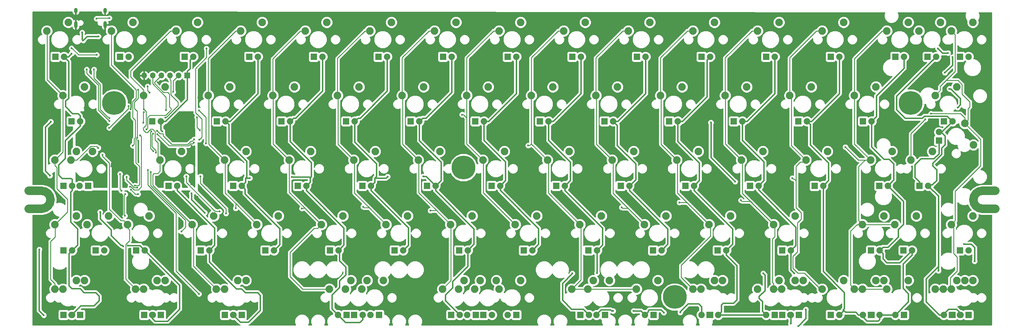
<source format=gtl>
G04 #@! TF.GenerationSoftware,KiCad,Pcbnew,5.0.0-fee4fd1~66~ubuntu16.04.1*
G04 #@! TF.CreationDate,2018-09-22T09:17:40-04:00*
G04 #@! TF.ProjectId,co60,636F36302E6B696361645F7063620000,rev?*
G04 #@! TF.SameCoordinates,PX4b4f718PY8c7ecc0*
G04 #@! TF.FileFunction,Copper,L1,Top,Signal*
G04 #@! TF.FilePolarity,Positive*
%FSLAX46Y46*%
G04 Gerber Fmt 4.6, Leading zero omitted, Abs format (unit mm)*
G04 Created by KiCad (PCBNEW 5.0.0-fee4fd1~66~ubuntu16.04.1) date Sat Sep 22 09:17:40 2018*
%MOMM*%
%LPD*%
G01*
G04 APERTURE LIST*
G04 #@! TA.AperFunction,EtchedComponent*
%ADD10C,2.501900*%
G04 #@! TD*
G04 #@! TA.AperFunction,ComponentPad*
%ADD11O,1.000000X2.100000*%
G04 #@! TD*
G04 #@! TA.AperFunction,ComponentPad*
%ADD12O,1.000000X1.600000*%
G04 #@! TD*
G04 #@! TA.AperFunction,ComponentPad*
%ADD13C,1.000000*%
G04 #@! TD*
G04 #@! TA.AperFunction,ComponentPad*
%ADD14C,7.000240*%
G04 #@! TD*
G04 #@! TA.AperFunction,ComponentPad*
%ADD15C,7.001300*%
G04 #@! TD*
G04 #@! TA.AperFunction,ViaPad*
%ADD16C,0.600000*%
G04 #@! TD*
G04 #@! TA.AperFunction,ComponentPad*
%ADD17C,2.250000*%
G04 #@! TD*
G04 #@! TA.AperFunction,ComponentPad*
%ADD18C,1.905000*%
G04 #@! TD*
G04 #@! TA.AperFunction,ComponentPad*
%ADD19R,1.905000X1.905000*%
G04 #@! TD*
G04 #@! TA.AperFunction,ComponentPad*
%ADD20R,1.700000X1.700000*%
G04 #@! TD*
G04 #@! TA.AperFunction,ComponentPad*
%ADD21O,1.700000X1.700000*%
G04 #@! TD*
G04 #@! TA.AperFunction,Conductor*
%ADD22C,0.381000*%
G04 #@! TD*
G04 #@! TA.AperFunction,Conductor*
%ADD23C,0.254000*%
G04 #@! TD*
G04 APERTURE END LIST*
D10*
G04 #@! TO.C,REF\002A\002A*
X-12350Y40758450D02*
X3787650Y40758450D01*
X3787650Y35456550D02*
G75*
G03X6438600Y38107500I0J2650950D01*
G01*
X6438600Y38107500D02*
G75*
G03X3787650Y40758450I-2650950J0D01*
G01*
X-12350Y35456550D02*
X3787650Y35456550D01*
X281187650Y35456550D02*
X285037650Y35456550D01*
X278536700Y38107500D02*
G75*
G02X281187650Y40758450I2650950J0D01*
G01*
X281187650Y35456550D02*
G75*
G02X278536700Y38107500I0J2650950D01*
G01*
X281187650Y40758450D02*
X284987650Y40758450D01*
G04 #@! TD*
D11*
G04 #@! TO.P,USB1,13*
G04 #@! TO.N,GND*
X13893400Y89790800D03*
X22533400Y89790800D03*
D12*
X13893400Y93970800D03*
X22533400Y93970800D03*
G04 #@! TD*
D13*
G04 #@! TO.P,REF\002A\002A,1*
G04 #@! TO.N,N/C*
X279349172Y36269022D03*
X281187650Y35507500D03*
X283229685Y35507500D03*
X283229685Y40707500D03*
X281187650Y40707500D03*
X279349172Y39945978D03*
X278587650Y38107500D03*
X1745615Y35507500D03*
X1745615Y40707500D03*
X5626128Y36269022D03*
X5626128Y39945978D03*
X3787650Y35507500D03*
X3787650Y40707500D03*
X6387650Y38107500D03*
X129387650Y45307500D03*
X126987650Y45307500D03*
X128187650Y45307500D03*
X126987650Y49907500D03*
X129387650Y49907500D03*
X128187650Y49907500D03*
X191687650Y7107500D03*
X189287650Y7107500D03*
X189287650Y11707500D03*
X191687650Y11707500D03*
X190487650Y7107500D03*
X190487650Y11707500D03*
X261237650Y69024500D03*
X258837650Y69007500D03*
X258837650Y64407500D03*
X261237650Y64407500D03*
X260037650Y64407500D03*
X260037650Y69007500D03*
X26813996Y65081154D03*
X23561304Y65081154D03*
X26813996Y68333846D03*
X23561304Y68333846D03*
X25187650Y64407500D03*
X27487650Y66707500D03*
X22887650Y66707500D03*
X25187650Y69007500D03*
D14*
X260037650Y66707500D03*
X190487650Y9407500D03*
X128187650Y47607500D03*
D15*
X25187650Y66707500D03*
G04 #@! TD*
D16*
G04 #@! TO.N,GND*
G04 #@! TO.C,REF\002A\002A*
X126517400Y62357000D03*
G04 #@! TD*
G04 #@! TO.N,GND*
G04 #@! TO.C,REF\002A\002A*
X238353600Y53238400D03*
G04 #@! TD*
G04 #@! TO.N,GND*
G04 #@! TO.C,REF\002A\002A*
X141249400Y60706000D03*
G04 #@! TD*
G04 #@! TO.N,GND*
G04 #@! TO.C,REF\002A\002A*
X106832400Y3810000D03*
G04 #@! TD*
G04 #@! TO.N,GND*
G04 #@! TO.C,REF\002A\002A*
X111556800Y3733800D03*
G04 #@! TD*
G04 #@! TO.N,GND*
G04 #@! TO.C,REF\002A\002A*
X244957600Y83388200D03*
G04 #@! TD*
G04 #@! TO.N,GND*
G04 #@! TO.C,REF\002A\002A*
X225704400Y83312000D03*
G04 #@! TD*
G04 #@! TO.N,GND*
G04 #@! TO.C,REF\002A\002A*
X47931400Y42720000D03*
G04 #@! TD*
G04 #@! TO.N,GND*
G04 #@! TO.C,REF\002A\002A*
X46126400Y40132000D03*
G04 #@! TD*
G04 #@! TO.N,GND*
G04 #@! TO.C,REF\002A\002A*
X263677400Y4826000D03*
G04 #@! TD*
G04 #@! TO.N,GND*
G04 #@! TO.C,REF\002A\002A*
X41275000Y22936200D03*
G04 #@! TD*
G04 #@! TO.N,GND*
G04 #@! TO.C,REF\002A\002A*
X11836400Y54381400D03*
G04 #@! TD*
G04 #@! TO.N,GND*
G04 #@! TO.C,REF\002A\002A*
X48514000Y58928000D03*
G04 #@! TD*
G04 #@! TO.N,GND*
G04 #@! TO.C,REF\002A\002A*
X12115800Y84328000D03*
G04 #@! TD*
G04 #@! TO.N,GND*
G04 #@! TO.C,REF\002A\002A*
X35483800Y83337400D03*
G04 #@! TD*
G04 #@! TO.N,GND*
G04 #@! TO.C,REF\002A\002A*
X42443400Y39624000D03*
G04 #@! TD*
G04 #@! TO.N,GND*
G04 #@! TO.C,REF\002A\002A*
X48031400Y45212000D03*
G04 #@! TD*
G04 #@! TO.N,GND*
G04 #@! TO.C,REF\002A\002A*
X15519400Y38100000D03*
G04 #@! TD*
G04 #@! TO.N,GND*
G04 #@! TO.C,REF\002A\002A*
X279527000Y7315200D03*
G04 #@! TD*
G04 #@! TO.N,GND*
G04 #@! TO.C,REF\002A\002A*
X230555800Y7213600D03*
G04 #@! TD*
G04 #@! TO.N,GND*
G04 #@! TO.C,REF\002A\002A*
X185953400Y7416800D03*
G04 #@! TD*
G04 #@! TO.N,GND*
G04 #@! TO.C,REF\002A\002A*
X269316200Y87833200D03*
G04 #@! TD*
G04 #@! TO.N,GND*
G04 #@! TO.C,REF\002A\002A*
X44424600Y55727600D03*
G04 #@! TD*
G04 #@! TO.N,GND*
G04 #@! TO.C,REF\002A\002A*
X94411800Y43535600D03*
G04 #@! TD*
G04 #@! TO.N,GND*
G04 #@! TO.C,REF\002A\002A*
X146481800Y62992000D03*
G04 #@! TD*
G04 #@! TO.N,GND*
G04 #@! TO.C,REF\002A\002A*
X241985800Y62738000D03*
G04 #@! TD*
G04 #@! TO.N,GND*
G04 #@! TO.C,REF\002A\002A*
X222834200Y62839600D03*
G04 #@! TD*
G04 #@! TO.N,GND*
G04 #@! TO.C,REF\002A\002A*
X203733400Y62636400D03*
G04 #@! TD*
G04 #@! TO.N,GND*
G04 #@! TO.C,REF\002A\002A*
X184785000Y62890400D03*
G04 #@! TD*
G04 #@! TO.N,GND*
G04 #@! TO.C,REF\002A\002A*
X263271000Y83616800D03*
G04 #@! TD*
G04 #@! TO.N,GND*
G04 #@! TO.C,REF\002A\002A*
X206984600Y83413600D03*
G04 #@! TD*
G04 #@! TO.N,GND*
G04 #@! TO.C,REF\002A\002A*
X188341000Y83413600D03*
G04 #@! TD*
G04 #@! TO.N,GND*
G04 #@! TO.C,REF\002A\002A*
X168732200Y83413600D03*
G04 #@! TD*
G04 #@! TO.N,GND*
G04 #@! TO.C,REF\002A\002A*
X168732200Y83413600D03*
G04 #@! TD*
G04 #@! TO.N,GND*
G04 #@! TO.C,REF\002A\002A*
X266623800Y26162000D03*
G04 #@! TD*
G04 #@! TO.N,GND*
G04 #@! TO.C,REF\002A\002A*
X199872600Y24434800D03*
G04 #@! TD*
G04 #@! TO.N,GND*
G04 #@! TO.C,REF\002A\002A*
X227914200Y43789600D03*
G04 #@! TD*
G04 #@! TO.N,GND*
G04 #@! TO.C,REF\002A\002A*
X189814200Y43535600D03*
G04 #@! TD*
G04 #@! TO.N,GND*
G04 #@! TO.C,REF\002A\002A*
X184023000Y45161200D03*
G04 #@! TD*
G04 #@! TO.N,GND*
G04 #@! TO.C,REF\002A\002A*
X170561000Y43586400D03*
G04 #@! TD*
G04 #@! TO.N,GND*
G04 #@! TO.C,REF\002A\002A*
X151003000Y43434000D03*
G04 #@! TD*
G04 #@! TO.N,GND*
G04 #@! TO.C,REF\002A\002A*
X108839000Y62382400D03*
G04 #@! TD*
G04 #@! TO.N,GND*
G04 #@! TO.C,REF\002A\002A*
X89789000Y62433200D03*
G04 #@! TD*
G04 #@! TO.N,GND*
G04 #@! TO.C,REF\002A\002A*
X264388600Y64566800D03*
G04 #@! TD*
G04 #@! TO.N,GND*
G04 #@! TO.C,REF\002A\002A*
X267893800Y65074800D03*
G04 #@! TD*
G04 #@! TO.N,GND*
G04 #@! TO.C,REF\002A\002A*
X44932600Y72440800D03*
G04 #@! TD*
G04 #@! TO.N,GND*
G04 #@! TO.C,REF\002A\002A*
X49809400Y38963600D03*
G04 #@! TD*
G04 #@! TO.N,GND*
G04 #@! TO.C,REF\002A\002A*
X199517000Y34747200D03*
G04 #@! TD*
G04 #@! TO.N,GND*
G04 #@! TO.C,REF\002A\002A*
X161874200Y34340800D03*
G04 #@! TD*
G04 #@! TO.N,GND*
G04 #@! TO.C,REF\002A\002A*
X123367800Y34493200D03*
G04 #@! TD*
G04 #@! TO.N,GND*
G04 #@! TO.C,REF\002A\002A*
X269773400Y71120000D03*
G04 #@! TD*
G04 #@! TO.N,GND*
G04 #@! TO.C,REF\002A\002A*
X266471400Y74422000D03*
G04 #@! TD*
G04 #@! TO.N,GND*
G04 #@! TO.C,REF\002A\002A*
X266471400Y74422000D03*
G04 #@! TD*
G04 #@! TO.N,GND*
G04 #@! TO.C,REF\002A\002A*
X38049200Y72771000D03*
G04 #@! TD*
G04 #@! TO.N,GND*
G04 #@! TO.C,REF\002A\002A*
X112915700Y50571400D03*
G04 #@! TD*
G04 #@! TO.N,GND*
G04 #@! TO.C,REF\002A\002A*
X160502600Y2260600D03*
G04 #@! TD*
G04 #@! TO.N,GND*
G04 #@! TO.C,REF\002A\002A*
X135305800Y12827000D03*
G04 #@! TD*
G04 #@! TO.N,GND*
G04 #@! TO.C,REF\002A\002A*
X187680600Y2590800D03*
G04 #@! TD*
G04 #@! TO.N,GND*
G04 #@! TO.C,REF\002A\002A*
X50038000Y68249800D03*
G04 #@! TD*
G04 #@! TO.N,GND*
G04 #@! TO.C,REF\002A\002A*
X39573200Y45618400D03*
G04 #@! TD*
G04 #@! TO.N,GND*
G04 #@! TO.C,REF\002A\002A*
X48056800Y54051200D03*
G04 #@! TD*
G04 #@! TO.N,GND*
G04 #@! TO.C,REF\002A\002A*
X44729400Y31343600D03*
G04 #@! TD*
G04 #@! TO.N,GND*
G04 #@! TO.C,REF\002A\002A*
X11506200Y58216800D03*
G04 #@! TD*
G04 #@! TO.N,GND*
G04 #@! TO.C,REF\002A\002A*
X11023600Y63703200D03*
G04 #@! TD*
G04 #@! TO.N,GND*
G04 #@! TO.C,REF\002A\002A*
X78435200Y26263600D03*
G04 #@! TD*
G04 #@! TO.N,GND*
G04 #@! TO.C,REF\002A\002A*
X41021000Y26111200D03*
G04 #@! TD*
G04 #@! TO.N,GND*
G04 #@! TO.C,REF\002A\002A*
X160324800Y63982600D03*
G04 #@! TD*
G04 #@! TO.N,GND*
G04 #@! TO.C,REF\002A\002A*
X141401800Y64109600D03*
G04 #@! TD*
G04 #@! TO.N,GND*
G04 #@! TO.C,REF\002A\002A*
X121793000Y64516000D03*
G04 #@! TD*
G04 #@! TO.N,GND*
G04 #@! TO.C,REF\002A\002A*
X102946200Y64287400D03*
G04 #@! TD*
G04 #@! TO.N,GND*
G04 #@! TO.C,REF\002A\002A*
X83972400Y64287400D03*
G04 #@! TD*
G04 #@! TO.N,GND*
G04 #@! TO.C,REF\002A\002A*
X46532800Y24663400D03*
G04 #@! TD*
G04 #@! TO.N,GND*
G04 #@! TO.C,REF\002A\002A*
X9220200Y38252400D03*
G04 #@! TD*
G04 #@! TO.N,GND*
G04 #@! TO.C,REF\002A\002A*
X17018000Y34899600D03*
G04 #@! TD*
G04 #@! TO.N,GND*
G04 #@! TO.C,REF\002A\002A*
X231292400Y25958800D03*
G04 #@! TD*
G04 #@! TO.N,GND*
G04 #@! TO.C,REF\002A\002A*
X217779600Y24638000D03*
G04 #@! TD*
G04 #@! TO.N,GND*
G04 #@! TO.C,REF\002A\002A*
X212699600Y25933400D03*
G04 #@! TD*
G04 #@! TO.N,GND*
G04 #@! TO.C,REF\002A\002A*
X193497200Y26009600D03*
G04 #@! TD*
G04 #@! TO.N,GND*
G04 #@! TO.C,REF\002A\002A*
X180365400Y24511000D03*
G04 #@! TD*
G04 #@! TO.N,GND*
G04 #@! TO.C,REF\002A\002A*
X174574200Y25958800D03*
G04 #@! TD*
G04 #@! TO.N,GND*
G04 #@! TO.C,REF\002A\002A*
X161163000Y24587200D03*
G04 #@! TD*
G04 #@! TO.N,GND*
G04 #@! TO.C,REF\002A\002A*
X155092400Y25984200D03*
G04 #@! TD*
G04 #@! TO.N,GND*
G04 #@! TO.C,REF\002A\002A*
X142163800Y24612600D03*
G04 #@! TD*
G04 #@! TO.N,GND*
G04 #@! TO.C,REF\002A\002A*
X136652000Y26060400D03*
G04 #@! TD*
G04 #@! TO.N,GND*
G04 #@! TO.C,REF\002A\002A*
X149148800Y83413600D03*
G04 #@! TD*
G04 #@! TO.N,GND*
G04 #@! TO.C,REF\002A\002A*
X129794000Y83261200D03*
G04 #@! TD*
G04 #@! TO.N,GND*
G04 #@! TO.C,REF\002A\002A*
X118084600Y82042000D03*
G04 #@! TD*
G04 #@! TO.N,GND*
G04 #@! TO.C,REF\002A\002A*
X110896400Y83235800D03*
G04 #@! TD*
G04 #@! TO.N,GND*
G04 #@! TO.C,REF\002A\002A*
X99593400Y81940400D03*
G04 #@! TD*
G04 #@! TO.N,GND*
G04 #@! TO.C,REF\002A\002A*
X92971400Y83220000D03*
G04 #@! TD*
G04 #@! TO.N,GND*
G04 #@! TO.C,REF\002A\002A*
X72898000Y83362800D03*
G04 #@! TD*
G04 #@! TO.N,GND*
G04 #@! TO.C,REF\002A\002A*
X222529400Y45212000D03*
G04 #@! TD*
G04 #@! TO.N,GND*
G04 #@! TO.C,REF\002A\002A*
X203708000Y45262800D03*
G04 #@! TD*
G04 #@! TO.N,GND*
G04 #@! TO.C,REF\002A\002A*
X213944200Y81889600D03*
G04 #@! TD*
G04 #@! TO.N,GND*
G04 #@! TO.C,REF\002A\002A*
X233146600Y82016600D03*
G04 #@! TD*
G04 #@! TO.N,GND*
G04 #@! TO.C,REF\002A\002A*
X236347000Y63957200D03*
G04 #@! TD*
G04 #@! TO.N,GND*
G04 #@! TO.C,REF\002A\002A*
X218516200Y64135000D03*
G04 #@! TD*
G04 #@! TO.N,GND*
G04 #@! TO.C,REF\002A\002A*
X69799200Y43053000D03*
G04 #@! TD*
G04 #@! TO.N,GND*
G04 #@! TO.C,REF\002A\002A*
X22885400Y81788000D03*
G04 #@! TD*
G04 #@! TO.N,GND*
G04 #@! TO.C,REF\002A\002A*
X269773400Y14732000D03*
G04 #@! TD*
G04 #@! TO.N,GND*
G04 #@! TO.C,REF\002A\002A*
X212623400Y2794000D03*
G04 #@! TD*
G04 #@! TO.N,GND*
G04 #@! TO.C,REF\002A\002A*
X9677400Y14732000D03*
G04 #@! TD*
G04 #@! TO.N,GND*
G04 #@! TO.C,REF\002A\002A*
X239293400Y2032000D03*
G04 #@! TD*
G04 #@! TO.N,GND*
G04 #@! TO.C,REF\002A\002A*
X232181400Y5588000D03*
G04 #@! TD*
G04 #@! TO.N,GND*
G04 #@! TO.C,REF\002A\002A*
X269519400Y32512000D03*
G04 #@! TD*
G04 #@! TO.N,GND*
G04 #@! TO.C,REF\002A\002A*
X270281400Y23368000D03*
G04 #@! TD*
G04 #@! TO.N,GND*
G04 #@! TO.C,REF\002A\002A*
X275971000Y64185800D03*
G04 #@! TD*
G04 #@! TO.N,GND*
G04 #@! TO.C,REF\002A\002A*
X277139400Y57404000D03*
G04 #@! TD*
G04 #@! TO.N,GND*
G04 #@! TO.C,REF\002A\002A*
X16027400Y22860000D03*
G04 #@! TD*
G04 #@! TO.N,GND*
G04 #@! TO.C,REF\002A\002A*
X30251400Y5588000D03*
G04 #@! TD*
G04 #@! TO.N,GND*
G04 #@! TO.C,REF\002A\002A*
X54127400Y5588000D03*
G04 #@! TD*
G04 #@! TO.N,GND*
G04 #@! TO.C,REF\002A\002A*
X65811400Y24638000D03*
G04 #@! TD*
G04 #@! TO.N,GND*
G04 #@! TO.C,REF\002A\002A*
X123215400Y24638000D03*
G04 #@! TD*
G04 #@! TO.N,GND*
G04 #@! TO.C,REF\002A\002A*
X103911400Y24638000D03*
G04 #@! TD*
G04 #@! TO.N,GND*
G04 #@! TO.C,REF\002A\002A*
X84861400Y24638000D03*
G04 #@! TD*
G04 #@! TO.N,GND*
G04 #@! TO.C,REF\002A\002A*
X69875400Y45466000D03*
G04 #@! TD*
G04 #@! TO.N,GND*
G04 #@! TO.C,REF\002A\002A*
X53568600Y43002200D03*
G04 #@! TD*
G04 #@! TO.N,GND*
G04 #@! TO.C,REF\002A\002A*
X251485400Y81788000D03*
G04 #@! TD*
G04 #@! TO.N,GND*
G04 #@! TO.C,REF\002A\002A*
X275107400Y89408000D03*
G04 #@! TD*
G04 #@! TO.N,GND*
G04 #@! TO.C,REF\002A\002A*
X70383400Y62484000D03*
G04 #@! TD*
G04 #@! TO.N,GND*
G04 #@! TO.C,REF\002A\002A*
X65303400Y64262000D03*
G04 #@! TD*
G04 #@! TO.N,GND*
G04 #@! TO.C,REF\002A\002A*
X8661400Y76962000D03*
G04 #@! TD*
G04 #@! TO.N,GND*
G04 #@! TO.C,REF\002A\002A*
X132359400Y45212000D03*
G04 #@! TD*
G04 #@! TO.N,GND*
G04 #@! TO.C,REF\002A\002A*
X124231400Y50546000D03*
G04 #@! TD*
G04 #@! TO.N,GND*
G04 #@! TO.C,REF\002A\002A*
X137439400Y81788000D03*
G04 #@! TD*
G04 #@! TO.N,GND*
G04 #@! TO.C,REF\002A\002A*
X194761400Y81740000D03*
G04 #@! TD*
G04 #@! TO.N,GND*
G04 #@! TO.C,REF\002A\002A*
X156489400Y81788000D03*
G04 #@! TD*
G04 #@! TO.N,GND*
G04 #@! TO.C,REF\002A\002A*
X175742600Y81737200D03*
G04 #@! TD*
G04 #@! TO.N,GND*
G04 #@! TO.C,REF\002A\002A*
X170713400Y80010000D03*
G04 #@! TD*
G04 #@! TO.N,GND*
G04 #@! TO.C,REF\002A\002A*
X33807400Y15240000D03*
G04 #@! TD*
G04 #@! TO.N,GND*
G04 #@! TO.C,REF\002A\002A*
X25679400Y30734000D03*
G04 #@! TD*
G04 #@! TO.N,GND*
G04 #@! TO.C,REF\002A\002A*
X217449400Y36576000D03*
G04 #@! TD*
G04 #@! TO.N,GND*
G04 #@! TO.C,REF\002A\002A*
X244119400Y22606000D03*
G04 #@! TD*
G04 #@! TO.N,GND*
G04 #@! TO.C,REF\002A\002A*
X276631400Y46990000D03*
G04 #@! TD*
G04 #@! TO.N,GND*
G04 #@! TO.C,REF\002A\002A*
X264185400Y56388000D03*
G04 #@! TD*
G04 #@! TO.N,GND*
G04 #@! TO.C,REF\002A\002A*
X258343400Y59944000D03*
G04 #@! TD*
G04 #@! TO.N,GND*
G04 #@! TO.C,REF\002A\002A*
X253771400Y62992000D03*
G04 #@! TD*
G04 #@! TO.N,GND*
G04 #@! TO.C,REF\002A\002A*
X179603400Y64008000D03*
G04 #@! TD*
G04 #@! TO.N,GND*
G04 #@! TO.C,REF\002A\002A*
X198399400Y64008000D03*
G04 #@! TD*
G04 #@! TO.N,GND*
G04 #@! TO.C,REF\002A\002A*
X259105400Y44704000D03*
G04 #@! TD*
G04 #@! TO.N,GND*
G04 #@! TO.C,REF\002A\002A*
X247421400Y44958000D03*
G04 #@! TD*
G04 #@! TO.N,GND*
G04 #@! TO.C,REF\002A\002A*
X211353400Y6350000D03*
G04 #@! TD*
G04 #@! TO.N,GND*
G04 #@! TO.C,REF\002A\002A*
X175539400Y13208000D03*
G04 #@! TD*
G04 #@! TO.N,GND*
G04 #@! TO.C,REF\002A\002A*
X180009800Y7162800D03*
G04 #@! TD*
G04 #@! TO.N,GND*
G04 #@! TO.C,REF\002A\002A*
X154457400Y4826000D03*
G04 #@! TD*
G04 #@! TO.N,GND*
G04 #@! TO.C,REF\002A\002A*
X110261400Y6858000D03*
G04 #@! TD*
G04 #@! TO.N,GND*
G04 #@! TO.C,REF\002A\002A*
X70129400Y6858000D03*
G04 #@! TD*
G04 #@! TO.N,GND*
G04 #@! TO.C,REF\002A\002A*
X46253400Y6858000D03*
G04 #@! TD*
G04 #@! TO.N,GND*
G04 #@! TO.C,REF\002A\002A*
X19837400Y19558000D03*
G04 #@! TD*
G04 #@! TO.N,GND*
G04 #@! TO.C,REF\002A\002A*
X24663400Y3048000D03*
G04 #@! TD*
G04 #@! TO.N,GND*
G04 #@! TO.C,REF\002A\002A*
X49047400Y3048000D03*
G04 #@! TD*
G04 #@! TO.N,GND*
G04 #@! TO.C,REF\002A\002A*
X74193400Y3302000D03*
G04 #@! TD*
G04 #@! TO.N,GND*
G04 #@! TO.C,REF\002A\002A*
X118389400Y5588000D03*
G04 #@! TD*
G04 #@! TO.N,GND*
G04 #@! TO.C,REF\002A\002A*
X60477400Y26162000D03*
G04 #@! TD*
G04 #@! TO.N,GND*
G04 #@! TO.C,REF\002A\002A*
X60731400Y22860000D03*
G04 #@! TD*
G04 #@! TO.N,GND*
G04 #@! TO.C,REF\002A\002A*
X117373400Y25908000D03*
G04 #@! TD*
G04 #@! TO.N,GND*
G04 #@! TO.C,REF\002A\002A*
X98323400Y25908000D03*
G04 #@! TD*
G04 #@! TO.N,GND*
G04 #@! TO.C,REF\002A\002A*
X98831400Y22606000D03*
G04 #@! TD*
G04 #@! TO.N,GND*
G04 #@! TO.C,REF\002A\002A*
X136931400Y22860000D03*
G04 #@! TD*
G04 #@! TO.N,GND*
G04 #@! TO.C,REF\002A\002A*
X165379400Y19304000D03*
G04 #@! TD*
G04 #@! TO.N,GND*
G04 #@! TO.C,REF\002A\002A*
X126771400Y19050000D03*
G04 #@! TD*
G04 #@! TO.N,GND*
G04 #@! TO.C,REF\002A\002A*
X52095400Y18034000D03*
G04 #@! TD*
G04 #@! TO.N,GND*
G04 #@! TO.C,REF\002A\002A*
X83337400Y13462000D03*
G04 #@! TD*
G04 #@! TO.N,GND*
G04 #@! TO.C,REF\002A\002A*
X26187400Y11430000D03*
G04 #@! TD*
G04 #@! TO.N,GND*
G04 #@! TO.C,REF\002A\002A*
X50571400Y8382000D03*
G04 #@! TD*
G04 #@! TO.N,GND*
G04 #@! TO.C,REF\002A\002A*
X116357400Y11684000D03*
G04 #@! TD*
G04 #@! TO.N,GND*
G04 #@! TO.C,REF\002A\002A*
X75971400Y10668000D03*
G04 #@! TD*
G04 #@! TO.N,GND*
G04 #@! TO.C,REF\002A\002A*
X164617400Y45212000D03*
G04 #@! TD*
G04 #@! TO.N,GND*
G04 #@! TO.C,REF\002A\002A*
X144297400Y45466000D03*
G04 #@! TD*
G04 #@! TO.N,GND*
G04 #@! TO.C,REF\002A\002A*
X124688600Y44399200D03*
G04 #@! TD*
G04 #@! TO.N,GND*
G04 #@! TO.C,REF\002A\002A*
X108229400Y43180000D03*
G04 #@! TD*
G04 #@! TO.N,GND*
G04 #@! TO.C,REF\002A\002A*
X88925400Y45212000D03*
G04 #@! TD*
G04 #@! TO.N,GND*
G04 #@! TO.C,REF\002A\002A*
X80543400Y81788000D03*
G04 #@! TD*
G04 #@! TO.N,GND*
G04 #@! TO.C,REF\002A\002A*
X58953400Y81788000D03*
G04 #@! TD*
G04 #@! TO.N,GND*
G04 #@! TO.C,REF\002A\002A*
X42443400Y81788000D03*
G04 #@! TD*
G04 #@! TO.N,GND*
G04 #@! TO.C,REF\002A\002A*
X36855400Y79756000D03*
G04 #@! TD*
G04 #@! TO.N,GND*
G04 #@! TO.C,REF\002A\002A*
X149123400Y49720500D03*
G04 #@! TD*
D17*
G04 #@! TO.P,K_ISOENTER1,2*
G04 #@! TO.N,Net-(D43-Pad2)*
X278536400Y54292500D03*
G04 #@! TO.P,K_ISOENTER1,1*
G04 #@! TO.N,COL14*
X275996400Y60642500D03*
D18*
G04 #@! TO.P,K_ISOENTER1,3*
G04 #@! TO.N,VCC*
X268376400Y58102500D03*
D19*
G04 #@! TO.P,K_ISOENTER1,4*
G04 #@! TO.N,Net-(K_ENTER1-Pad4)*
X268376400Y55562500D03*
G04 #@! TD*
D17*
G04 #@! TO.P,K_SPACE1_2,2*
G04 #@! TO.N,Net-(D61-Pad2)*
X99783900Y14287500D03*
G04 #@! TO.P,K_SPACE1_2,1*
G04 #@! TO.N,COL4*
X93433900Y11747500D03*
D18*
G04 #@! TO.P,K_SPACE1_2,3*
G04 #@! TO.N,VCC*
X98513900Y4127500D03*
D19*
G04 #@! TO.P,K_SPACE1_2,4*
G04 #@! TO.N,Net-(K_SPACE1_1-Pad4)*
X95973900Y4127500D03*
G04 #@! TD*
D17*
G04 #@! TO.P,K_SPACE3_1,2*
G04 #@! TO.N,Net-(D63-Pad2)*
X166458900Y14287500D03*
G04 #@! TO.P,K_SPACE3_1,1*
G04 #@! TO.N,COL8*
X160108900Y11747500D03*
D18*
G04 #@! TO.P,K_SPACE3_1,3*
G04 #@! TO.N,VCC*
X165188900Y4127500D03*
D19*
G04 #@! TO.P,K_SPACE3_1,4*
G04 #@! TO.N,Net-(K_SPACE3_1-Pad4)*
X162648900Y4127500D03*
G04 #@! TD*
D17*
G04 #@! TO.P,K_CAPS2,2*
G04 #@! TO.N,Net-(D30-Pad2)*
X14058900Y52387500D03*
G04 #@! TO.P,K_CAPS2,1*
G04 #@! TO.N,COL0*
X7708900Y49847500D03*
D18*
G04 #@! TO.P,K_CAPS2,3*
G04 #@! TO.N,VCC*
X12788900Y42227500D03*
D19*
G04 #@! TO.P,K_CAPS2,4*
G04 #@! TO.N,Net-(K_CAPS1-Pad4)*
X10248900Y42227500D03*
G04 #@! TD*
D17*
G04 #@! TO.P,K_CAPS1,2*
G04 #@! TO.N,Net-(D30-Pad2)*
X18821400Y52387500D03*
G04 #@! TO.P,K_CAPS1,1*
G04 #@! TO.N,COL0*
X12471400Y49847500D03*
D18*
G04 #@! TO.P,K_CAPS1,3*
G04 #@! TO.N,VCC*
X15011400Y42227500D03*
D19*
G04 #@! TO.P,K_CAPS1,4*
G04 #@! TO.N,Net-(K_CAPS1-Pad4)*
X17551400Y42227500D03*
G04 #@! TD*
D17*
G04 #@! TO.P,K_RCTL1,2*
G04 #@! TO.N,Net-(D68-Pad2)*
X275996400Y14287500D03*
G04 #@! TO.P,K_RCTL1,1*
G04 #@! TO.N,COL14*
X269646400Y11747500D03*
D18*
G04 #@! TO.P,K_RCTL1,3*
G04 #@! TO.N,VCC*
X274726400Y4127500D03*
D19*
G04 #@! TO.P,K_RCTL1,4*
G04 #@! TO.N,Net-(K_RCTL1-Pad4)*
X272186400Y4127500D03*
G04 #@! TD*
D17*
G04 #@! TO.P,K_RFN1,2*
G04 #@! TO.N,Net-(D67-Pad2)*
X252183900Y14287500D03*
G04 #@! TO.P,K_RFN1,1*
G04 #@! TO.N,COL13*
X245833900Y11747500D03*
D18*
G04 #@! TO.P,K_RFN1,3*
G04 #@! TO.N,VCC*
X250913900Y4127500D03*
D19*
G04 #@! TO.P,K_RFN1,4*
G04 #@! TO.N,Net-(K_RFN1-Pad4)*
X248373900Y4127500D03*
G04 #@! TD*
D17*
G04 #@! TO.P,K_RMOD3,2*
G04 #@! TO.N,Net-(D65-Pad2)*
X225990150Y14287500D03*
G04 #@! TO.P,K_RMOD3,1*
G04 #@! TO.N,COL11*
X219640150Y11747500D03*
D18*
G04 #@! TO.P,K_RMOD3,3*
G04 #@! TO.N,VCC*
X224720150Y4127500D03*
D19*
G04 #@! TO.P,K_RMOD3,4*
G04 #@! TO.N,Net-(K_RMOD1-Pad4)*
X222180150Y4127500D03*
G04 #@! TD*
D17*
G04 #@! TO.P,K_SPACE2_5,2*
G04 #@! TO.N,Net-(D62-Pad2)*
X137883900Y14287500D03*
G04 #@! TO.P,K_SPACE2_5,1*
G04 #@! TO.N,COL6*
X131533900Y11747500D03*
D18*
G04 #@! TO.P,K_SPACE2_5,3*
G04 #@! TO.N,VCC*
X136613900Y4127500D03*
D19*
G04 #@! TO.P,K_SPACE2_5,4*
G04 #@! TO.N,Net-(K_SPACE2_1-Pad4)*
X134073900Y4127500D03*
G04 #@! TD*
D17*
G04 #@! TO.P,K_LALT1,2*
G04 #@! TO.N,Net-(D60-Pad2)*
X61683900Y14287500D03*
G04 #@! TO.P,K_LALT1,1*
G04 #@! TO.N,COL2*
X55333900Y11747500D03*
D18*
G04 #@! TO.P,K_LALT1,3*
G04 #@! TO.N,VCC*
X60413900Y4127500D03*
D19*
G04 #@! TO.P,K_LALT1,4*
G04 #@! TO.N,Net-(K_LALT1-Pad4)*
X57873900Y4127500D03*
G04 #@! TD*
D17*
G04 #@! TO.P,K_LGUI1,2*
G04 #@! TO.N,Net-(D59-Pad2)*
X37871400Y14287500D03*
G04 #@! TO.P,K_LGUI1,1*
G04 #@! TO.N,COL1*
X31521400Y11747500D03*
D18*
G04 #@! TO.P,K_LGUI1,3*
G04 #@! TO.N,VCC*
X36601400Y4127500D03*
D19*
G04 #@! TO.P,K_LGUI1,4*
G04 #@! TO.N,Net-(K_LGUI1-Pad4)*
X34061400Y4127500D03*
G04 #@! TD*
D17*
G04 #@! TO.P,K_SPACE3_3,2*
G04 #@! TO.N,Net-(D63-Pad2)*
X185508900Y14287500D03*
G04 #@! TO.P,K_SPACE3_3,1*
G04 #@! TO.N,COL8*
X179158900Y11747500D03*
D18*
G04 #@! TO.P,K_SPACE3_3,3*
G04 #@! TO.N,VCC*
X181698900Y4127500D03*
D19*
G04 #@! TO.P,K_SPACE3_3,4*
G04 #@! TO.N,Net-(K_SPACE3_1-Pad4)*
X184238900Y4127500D03*
G04 #@! TD*
D17*
G04 #@! TO.P,K_SPACE2_4,2*
G04 #@! TO.N,Net-(D62-Pad2)*
X145027650Y14287500D03*
G04 #@! TO.P,K_SPACE2_4,1*
G04 #@! TO.N,COL6*
X138677650Y11747500D03*
D18*
G04 #@! TO.P,K_SPACE2_4,3*
G04 #@! TO.N,VCC*
X141217650Y4127500D03*
D19*
G04 #@! TO.P,K_SPACE2_4,4*
G04 #@! TO.N,Net-(K_SPACE2_1-Pad4)*
X143757650Y4127500D03*
G04 #@! TD*
D17*
G04 #@! TO.P,K_SPACE1_3,2*
G04 #@! TO.N,Net-(D61-Pad2)*
X104546400Y14287500D03*
G04 #@! TO.P,K_SPACE1_3,1*
G04 #@! TO.N,COL4*
X98196400Y11747500D03*
D18*
G04 #@! TO.P,K_SPACE1_3,3*
G04 #@! TO.N,VCC*
X100736400Y4127500D03*
D19*
G04 #@! TO.P,K_SPACE1_3,4*
G04 #@! TO.N,Net-(K_SPACE1_1-Pad4)*
X103276400Y4127500D03*
G04 #@! TD*
D17*
G04 #@! TO.P,K_RCTL3,2*
G04 #@! TO.N,Net-(D68-Pad2)*
X273615150Y14287500D03*
G04 #@! TO.P,K_RCTL3,1*
G04 #@! TO.N,COL14*
X267265150Y11747500D03*
D18*
G04 #@! TO.P,K_RCTL3,3*
G04 #@! TO.N,VCC*
X269805150Y4127500D03*
D19*
G04 #@! TO.P,K_RCTL3,4*
G04 #@! TO.N,Net-(K_RCTL1-Pad4)*
X272345150Y4127500D03*
G04 #@! TD*
D17*
G04 #@! TO.P,K_RFN3,2*
G04 #@! TO.N,Net-(D67-Pad2)*
X249802650Y14287500D03*
G04 #@! TO.P,K_RFN3,1*
G04 #@! TO.N,COL13*
X243452650Y11747500D03*
D18*
G04 #@! TO.P,K_RFN3,3*
G04 #@! TO.N,VCC*
X245992650Y4127500D03*
D19*
G04 #@! TO.P,K_RFN3,4*
G04 #@! TO.N,Net-(K_RFN1-Pad4)*
X248532650Y4127500D03*
G04 #@! TD*
D17*
G04 #@! TO.P,K_SPACE2_3,2*
G04 #@! TO.N,Net-(D62-Pad2)*
X145027650Y14287500D03*
G04 #@! TO.P,K_SPACE2_3,1*
G04 #@! TO.N,COL6*
X138677650Y11747500D03*
D18*
G04 #@! TO.P,K_SPACE2_3,3*
G04 #@! TO.N,VCC*
X141217650Y4127500D03*
D19*
G04 #@! TO.P,K_SPACE2_3,4*
G04 #@! TO.N,Net-(K_SPACE2_1-Pad4)*
X143757650Y4127500D03*
G04 #@! TD*
D17*
G04 #@! TO.P,K_LALT2,2*
G04 #@! TO.N,Net-(D60-Pad2)*
X64065150Y14287500D03*
G04 #@! TO.P,K_LALT2,1*
G04 #@! TO.N,COL2*
X57715150Y11747500D03*
D18*
G04 #@! TO.P,K_LALT2,3*
G04 #@! TO.N,VCC*
X60255150Y4127500D03*
D19*
G04 #@! TO.P,K_LALT2,4*
G04 #@! TO.N,Net-(K_LALT1-Pad4)*
X62795150Y4127500D03*
G04 #@! TD*
D17*
G04 #@! TO.P,K_LGUI2,2*
G04 #@! TO.N,Net-(D59-Pad2)*
X40252650Y14287500D03*
G04 #@! TO.P,K_LGUI2,1*
G04 #@! TO.N,COL1*
X33902650Y11747500D03*
D18*
G04 #@! TO.P,K_LGUI2,3*
G04 #@! TO.N,VCC*
X36442650Y4127500D03*
D19*
G04 #@! TO.P,K_LGUI2,4*
G04 #@! TO.N,Net-(K_LGUI1-Pad4)*
X38982650Y4127500D03*
G04 #@! TD*
D17*
G04 #@! TO.P,K_SPACE3_2,2*
G04 #@! TO.N,Net-(D63-Pad2)*
X171221400Y14287500D03*
G04 #@! TO.P,K_SPACE3_2,1*
G04 #@! TO.N,COL8*
X164871400Y11747500D03*
D18*
G04 #@! TO.P,K_SPACE3_2,3*
G04 #@! TO.N,VCC*
X167411400Y4127500D03*
D19*
G04 #@! TO.P,K_SPACE3_2,4*
G04 #@! TO.N,Net-(K_SPACE3_1-Pad4)*
X169951400Y4127500D03*
G04 #@! TD*
D17*
G04 #@! TO.P,K_RCTL2,2*
G04 #@! TO.N,Net-(D68-Pad2)*
X278377650Y14287500D03*
G04 #@! TO.P,K_RCTL2,1*
G04 #@! TO.N,COL14*
X272027650Y11747500D03*
D18*
G04 #@! TO.P,K_RCTL2,3*
G04 #@! TO.N,VCC*
X274567650Y4127500D03*
D19*
G04 #@! TO.P,K_RCTL2,4*
G04 #@! TO.N,Net-(K_RCTL1-Pad4)*
X277107650Y4127500D03*
G04 #@! TD*
D17*
G04 #@! TO.P,K_RFN2,2*
G04 #@! TO.N,Net-(D67-Pad2)*
X259327650Y14287500D03*
G04 #@! TO.P,K_RFN2,1*
G04 #@! TO.N,COL13*
X252977650Y11747500D03*
D18*
G04 #@! TO.P,K_RFN2,3*
G04 #@! TO.N,VCC*
X255517650Y4127500D03*
D19*
G04 #@! TO.P,K_RFN2,4*
G04 #@! TO.N,Net-(K_RFN1-Pad4)*
X258057650Y4127500D03*
G04 #@! TD*
D17*
G04 #@! TO.P,K_RMOD2,2*
G04 #@! TO.N,Net-(D65-Pad2)*
X221227650Y14287500D03*
G04 #@! TO.P,K_RMOD2,1*
G04 #@! TO.N,COL11*
X214877650Y11747500D03*
D18*
G04 #@! TO.P,K_RMOD2,3*
G04 #@! TO.N,VCC*
X217417650Y4127500D03*
D19*
G04 #@! TO.P,K_RMOD2,4*
G04 #@! TO.N,Net-(K_RMOD1-Pad4)*
X219957650Y4127500D03*
G04 #@! TD*
D17*
G04 #@! TO.P,K_RALT3,2*
G04 #@! TO.N,Net-(D64-Pad2)*
X202177650Y14287500D03*
G04 #@! TO.P,K_RALT3,1*
G04 #@! TO.N,COL10*
X195827650Y11747500D03*
D18*
G04 #@! TO.P,K_RALT3,3*
G04 #@! TO.N,VCC*
X198367650Y4127500D03*
D19*
G04 #@! TO.P,K_RALT3,4*
G04 #@! TO.N,Net-(K_RALT1-Pad4)*
X200907650Y4127500D03*
G04 #@! TD*
D17*
G04 #@! TO.P,K_RALT1,2*
G04 #@! TO.N,Net-(D64-Pad2)*
X204558900Y14287500D03*
G04 #@! TO.P,K_RALT1,1*
G04 #@! TO.N,COL10*
X198208900Y11747500D03*
D18*
G04 #@! TO.P,K_RALT1,3*
G04 #@! TO.N,VCC*
X203288900Y4127500D03*
D19*
G04 #@! TO.P,K_RALT1,4*
G04 #@! TO.N,Net-(K_RALT1-Pad4)*
X200748900Y4127500D03*
G04 #@! TD*
D17*
G04 #@! TO.P,K_SPACE2_1,2*
G04 #@! TO.N,Net-(D62-Pad2)*
X128358900Y14287500D03*
G04 #@! TO.P,K_SPACE2_1,1*
G04 #@! TO.N,COL6*
X122008900Y11747500D03*
D18*
G04 #@! TO.P,K_SPACE2_1,3*
G04 #@! TO.N,VCC*
X127088900Y4127500D03*
D19*
G04 #@! TO.P,K_SPACE2_1,4*
G04 #@! TO.N,Net-(K_SPACE2_1-Pad4)*
X124548900Y4127500D03*
G04 #@! TD*
D17*
G04 #@! TO.P,K_SPACE1_1,2*
G04 #@! TO.N,Net-(D61-Pad2)*
X95021400Y14287500D03*
G04 #@! TO.P,K_SPACE1_1,1*
G04 #@! TO.N,COL4*
X88671400Y11747500D03*
D18*
G04 #@! TO.P,K_SPACE1_1,3*
G04 #@! TO.N,VCC*
X91211400Y4127500D03*
D19*
G04 #@! TO.P,K_SPACE1_1,4*
G04 #@! TO.N,Net-(K_SPACE1_1-Pad4)*
X93751400Y4127500D03*
G04 #@! TD*
D17*
G04 #@! TO.P,K_RMOD1,2*
G04 #@! TO.N,Net-(D65-Pad2)*
X228371400Y14287500D03*
G04 #@! TO.P,K_RMOD1,1*
G04 #@! TO.N,COL11*
X222021400Y11747500D03*
D18*
G04 #@! TO.P,K_RMOD1,3*
G04 #@! TO.N,VCC*
X224561400Y4127500D03*
D19*
G04 #@! TO.P,K_RMOD1,4*
G04 #@! TO.N,Net-(K_RMOD1-Pad4)*
X227101400Y4127500D03*
G04 #@! TD*
D17*
G04 #@! TO.P,K_SPACE2_2,2*
G04 #@! TO.N,Net-(D62-Pad2)*
X133121400Y14287500D03*
G04 #@! TO.P,K_SPACE2_2,1*
G04 #@! TO.N,COL6*
X126771400Y11747500D03*
D18*
G04 #@! TO.P,K_SPACE2_2,3*
G04 #@! TO.N,VCC*
X129311400Y4127500D03*
D19*
G04 #@! TO.P,K_SPACE2_2,4*
G04 #@! TO.N,Net-(K_SPACE2_1-Pad4)*
X131851400Y4127500D03*
G04 #@! TD*
D20*
G04 #@! TO.P,J1,1*
G04 #@! TO.N,VCC*
X46736000Y74803000D03*
D21*
G04 #@! TO.P,J1,2*
G04 #@! TO.N,Net-(J1-Pad2)*
X44196000Y74803000D03*
G04 #@! TO.P,J1,3*
G04 #@! TO.N,COL13*
X41656000Y74803000D03*
G04 #@! TO.P,J1,4*
G04 #@! TO.N,COL8*
X39116000Y74803000D03*
G04 #@! TO.P,J1,5*
G04 #@! TO.N,COL7*
X36576000Y74803000D03*
G04 #@! TO.P,J1,6*
G04 #@! TO.N,GND*
X34036000Y74803000D03*
G04 #@! TD*
D17*
G04 #@! TO.P,K_Q1,2*
G04 #@! TO.N,Net-(D17-Pad2)*
X40252650Y71437500D03*
G04 #@! TO.P,K_Q1,1*
G04 #@! TO.N,COL2*
X33902650Y68897500D03*
D18*
G04 #@! TO.P,K_Q1,3*
G04 #@! TO.N,VCC*
X38982650Y61277500D03*
D19*
G04 #@! TO.P,K_Q1,4*
G04 #@! TO.N,Net-(K_Q1-Pad4)*
X36442650Y61277500D03*
G04 #@! TD*
D17*
G04 #@! TO.P,K_#0_1,2*
G04 #@! TO.N,Net-(D11-Pad2)*
X202177650Y90487500D03*
G04 #@! TO.P,K_#0_1,1*
G04 #@! TO.N,COL10*
X195827650Y87947500D03*
D18*
G04 #@! TO.P,K_#0_1,3*
G04 #@! TO.N,VCC*
X200907650Y80327500D03*
D19*
G04 #@! TO.P,K_#0_1,4*
G04 #@! TO.N,Net-(K_#0_1-Pad4)*
X198367650Y80327500D03*
G04 #@! TD*
D17*
G04 #@! TO.P,K_#1,2*
G04 #@! TO.N,Net-(D2-Pad2)*
X30727650Y90487500D03*
G04 #@! TO.P,K_#1,1*
G04 #@! TO.N,COL1*
X24377650Y87947500D03*
D18*
G04 #@! TO.P,K_#1,3*
G04 #@! TO.N,VCC*
X29457650Y80327500D03*
D19*
G04 #@! TO.P,K_#1,4*
G04 #@! TO.N,Net-(K_#1-Pad4)*
X26917650Y80327500D03*
G04 #@! TD*
D17*
G04 #@! TO.P,K_#2,2*
G04 #@! TO.N,Net-(D3-Pad2)*
X49777650Y90487500D03*
G04 #@! TO.P,K_#2,1*
G04 #@! TO.N,COL2*
X43427650Y87947500D03*
D18*
G04 #@! TO.P,K_#2,3*
G04 #@! TO.N,VCC*
X48507650Y80327500D03*
D19*
G04 #@! TO.P,K_#2,4*
G04 #@! TO.N,Net-(K_#2-Pad4)*
X45967650Y80327500D03*
G04 #@! TD*
D17*
G04 #@! TO.P,K_#3,2*
G04 #@! TO.N,Net-(D4-Pad2)*
X68827650Y90487500D03*
G04 #@! TO.P,K_#3,1*
G04 #@! TO.N,COL3*
X62477650Y87947500D03*
D18*
G04 #@! TO.P,K_#3,3*
G04 #@! TO.N,VCC*
X67557650Y80327500D03*
D19*
G04 #@! TO.P,K_#3,4*
G04 #@! TO.N,Net-(K_#3-Pad4)*
X65017650Y80327500D03*
G04 #@! TD*
D17*
G04 #@! TO.P,K_#4,2*
G04 #@! TO.N,Net-(D5-Pad2)*
X87877650Y90487500D03*
G04 #@! TO.P,K_#4,1*
G04 #@! TO.N,COL4*
X81527650Y87947500D03*
D18*
G04 #@! TO.P,K_#4,3*
G04 #@! TO.N,VCC*
X86607650Y80327500D03*
D19*
G04 #@! TO.P,K_#4,4*
G04 #@! TO.N,Net-(K_#4-Pad4)*
X84067650Y80327500D03*
G04 #@! TD*
D17*
G04 #@! TO.P,K_#5,2*
G04 #@! TO.N,Net-(D6-Pad2)*
X106927650Y90487500D03*
G04 #@! TO.P,K_#5,1*
G04 #@! TO.N,COL5*
X100577650Y87947500D03*
D18*
G04 #@! TO.P,K_#5,3*
G04 #@! TO.N,VCC*
X105657650Y80327500D03*
D19*
G04 #@! TO.P,K_#5,4*
G04 #@! TO.N,Net-(K_#5-Pad4)*
X103117650Y80327500D03*
G04 #@! TD*
D17*
G04 #@! TO.P,K_#6,2*
G04 #@! TO.N,Net-(D7-Pad2)*
X125977650Y90487500D03*
G04 #@! TO.P,K_#6,1*
G04 #@! TO.N,COL6*
X119627650Y87947500D03*
D18*
G04 #@! TO.P,K_#6,3*
G04 #@! TO.N,VCC*
X124707650Y80327500D03*
D19*
G04 #@! TO.P,K_#6,4*
G04 #@! TO.N,Net-(K_#6-Pad4)*
X122167650Y80327500D03*
G04 #@! TD*
D17*
G04 #@! TO.P,K_#7,2*
G04 #@! TO.N,Net-(D8-Pad2)*
X145027650Y90487500D03*
G04 #@! TO.P,K_#7,1*
G04 #@! TO.N,COL7*
X138677650Y87947500D03*
D18*
G04 #@! TO.P,K_#7,3*
G04 #@! TO.N,VCC*
X143757650Y80327500D03*
D19*
G04 #@! TO.P,K_#7,4*
G04 #@! TO.N,Net-(K_#7-Pad4)*
X141217650Y80327500D03*
G04 #@! TD*
D17*
G04 #@! TO.P,K_#8,2*
G04 #@! TO.N,Net-(D9-Pad2)*
X164077650Y90487500D03*
G04 #@! TO.P,K_#8,1*
G04 #@! TO.N,COL8*
X157727650Y87947500D03*
D18*
G04 #@! TO.P,K_#8,3*
G04 #@! TO.N,VCC*
X162807650Y80327500D03*
D19*
G04 #@! TO.P,K_#8,4*
G04 #@! TO.N,Net-(K_#8-Pad4)*
X160267650Y80327500D03*
G04 #@! TD*
D17*
G04 #@! TO.P,K_#9,2*
G04 #@! TO.N,Net-(D10-Pad2)*
X183127650Y90487500D03*
G04 #@! TO.P,K_#9,1*
G04 #@! TO.N,COL9*
X176777650Y87947500D03*
D18*
G04 #@! TO.P,K_#9,3*
G04 #@! TO.N,VCC*
X181857650Y80327500D03*
D19*
G04 #@! TO.P,K_#9,4*
G04 #@! TO.N,Net-(K_#9-Pad4)*
X179317650Y80327500D03*
G04 #@! TD*
D17*
G04 #@! TO.P,K_-1,2*
G04 #@! TO.N,Net-(D12-Pad2)*
X221227650Y90487500D03*
G04 #@! TO.P,K_-1,1*
G04 #@! TO.N,COL11*
X214877650Y87947500D03*
D18*
G04 #@! TO.P,K_-1,3*
G04 #@! TO.N,VCC*
X219957650Y80327500D03*
D19*
G04 #@! TO.P,K_-1,4*
G04 #@! TO.N,Net-(K_-1-Pad4)*
X217417650Y80327500D03*
G04 #@! TD*
D17*
G04 #@! TO.P,K_=1,2*
G04 #@! TO.N,Net-(D13-Pad2)*
X240277650Y90487500D03*
G04 #@! TO.P,K_=1,1*
G04 #@! TO.N,COL12*
X233927650Y87947500D03*
D18*
G04 #@! TO.P,K_=1,3*
G04 #@! TO.N,VCC*
X239007650Y80327500D03*
D19*
G04 #@! TO.P,K_=1,4*
G04 #@! TO.N,Net-(K_=1-Pad4)*
X236467650Y80327500D03*
G04 #@! TD*
D17*
G04 #@! TO.P,K_BACK1,2*
G04 #@! TO.N,Net-(D15-Pad2)*
X268852650Y90487500D03*
G04 #@! TO.P,K_BACK1,1*
G04 #@! TO.N,COL14*
X262502650Y87947500D03*
D18*
G04 #@! TO.P,K_BACK1,3*
G04 #@! TO.N,VCC*
X267582650Y80327500D03*
D19*
G04 #@! TO.P,K_BACK1,4*
G04 #@! TO.N,Net-(K_BACK1-Pad4)*
X265042650Y80327500D03*
G04 #@! TD*
D17*
G04 #@! TO.P,K_BACK2,2*
G04 #@! TO.N,Net-(D15-Pad2)*
X278377650Y90487500D03*
G04 #@! TO.P,K_BACK2,1*
G04 #@! TO.N,COL14*
X272027650Y87947500D03*
D18*
G04 #@! TO.P,K_BACK2,3*
G04 #@! TO.N,VCC*
X277107650Y80327500D03*
D19*
G04 #@! TO.P,K_BACK2,4*
G04 #@! TO.N,Net-(K_BACK1-Pad4)*
X274567650Y80327500D03*
G04 #@! TD*
D17*
G04 #@! TO.P,K_DEL1,2*
G04 #@! TO.N,Net-(D14-Pad2)*
X259327650Y90487500D03*
G04 #@! TO.P,K_DEL1,1*
G04 #@! TO.N,COL13*
X252977650Y87947500D03*
D18*
G04 #@! TO.P,K_DEL1,3*
G04 #@! TO.N,VCC*
X258057650Y80327500D03*
D19*
G04 #@! TO.P,K_DEL1,4*
G04 #@! TO.N,Net-(K_DEL1-Pad4)*
X255517650Y80327500D03*
G04 #@! TD*
D17*
G04 #@! TO.P,K_ESC1,2*
G04 #@! TO.N,Net-(D1-Pad2)*
X11677650Y90487500D03*
G04 #@! TO.P,K_ESC1,1*
G04 #@! TO.N,COL0*
X5327650Y87947500D03*
D18*
G04 #@! TO.P,K_ESC1,3*
G04 #@! TO.N,VCC*
X10407650Y80327500D03*
D19*
G04 #@! TO.P,K_ESC1,4*
G04 #@! TO.N,Net-(K_ESC1-Pad4)*
X7867650Y80327500D03*
G04 #@! TD*
D17*
G04 #@! TO.P,K_E1,2*
G04 #@! TO.N,Net-(D19-Pad2)*
X78352650Y71437500D03*
G04 #@! TO.P,K_E1,1*
G04 #@! TO.N,COL4*
X72002650Y68897500D03*
D18*
G04 #@! TO.P,K_E1,3*
G04 #@! TO.N,VCC*
X77082650Y61277500D03*
D19*
G04 #@! TO.P,K_E1,4*
G04 #@! TO.N,Net-(K_E1-Pad4)*
X74542650Y61277500D03*
G04 #@! TD*
D17*
G04 #@! TO.P,K_I1,2*
G04 #@! TO.N,Net-(D24-Pad2)*
X173602650Y71437500D03*
G04 #@! TO.P,K_I1,1*
G04 #@! TO.N,COL9*
X167252650Y68897500D03*
D18*
G04 #@! TO.P,K_I1,3*
G04 #@! TO.N,VCC*
X172332650Y61277500D03*
D19*
G04 #@! TO.P,K_I1,4*
G04 #@! TO.N,Net-(K_I1-Pad4)*
X169792650Y61277500D03*
G04 #@! TD*
D17*
G04 #@! TO.P,K_O1,2*
G04 #@! TO.N,Net-(D25-Pad2)*
X192652650Y71437500D03*
G04 #@! TO.P,K_O1,1*
G04 #@! TO.N,COL10*
X186302650Y68897500D03*
D18*
G04 #@! TO.P,K_O1,3*
G04 #@! TO.N,VCC*
X191382650Y61277500D03*
D19*
G04 #@! TO.P,K_O1,4*
G04 #@! TO.N,Net-(K_O1-Pad4)*
X188842650Y61277500D03*
G04 #@! TD*
D17*
G04 #@! TO.P,K_P1,2*
G04 #@! TO.N,Net-(D26-Pad2)*
X211702650Y71437500D03*
G04 #@! TO.P,K_P1,1*
G04 #@! TO.N,COL11*
X205352650Y68897500D03*
D18*
G04 #@! TO.P,K_P1,3*
G04 #@! TO.N,VCC*
X210432650Y61277500D03*
D19*
G04 #@! TO.P,K_P1,4*
G04 #@! TO.N,Net-(K_P1-Pad4)*
X207892650Y61277500D03*
G04 #@! TD*
D17*
G04 #@! TO.P,K_R1,2*
G04 #@! TO.N,Net-(D20-Pad2)*
X97402650Y71437500D03*
G04 #@! TO.P,K_R1,1*
G04 #@! TO.N,COL5*
X91052650Y68897500D03*
D18*
G04 #@! TO.P,K_R1,3*
G04 #@! TO.N,VCC*
X96132650Y61277500D03*
D19*
G04 #@! TO.P,K_R1,4*
G04 #@! TO.N,Net-(K_R1-Pad4)*
X93592650Y61277500D03*
G04 #@! TD*
D17*
G04 #@! TO.P,K_T1,2*
G04 #@! TO.N,Net-(D21-Pad2)*
X116452650Y71437500D03*
G04 #@! TO.P,K_T1,1*
G04 #@! TO.N,COL6*
X110102650Y68897500D03*
D18*
G04 #@! TO.P,K_T1,3*
G04 #@! TO.N,VCC*
X115182650Y61277500D03*
D19*
G04 #@! TO.P,K_T1,4*
G04 #@! TO.N,Net-(K_T1-Pad4)*
X112642650Y61277500D03*
G04 #@! TD*
D17*
G04 #@! TO.P,K_TAB1,2*
G04 #@! TO.N,Net-(D16-Pad2)*
X16440150Y71437500D03*
G04 #@! TO.P,K_TAB1,1*
G04 #@! TO.N,COL0*
X10090150Y68897500D03*
D18*
G04 #@! TO.P,K_TAB1,3*
G04 #@! TO.N,VCC*
X15170150Y61277500D03*
D19*
G04 #@! TO.P,K_TAB1,4*
G04 #@! TO.N,Net-(K_TAB1-Pad4)*
X12630150Y61277500D03*
G04 #@! TD*
D17*
G04 #@! TO.P,K_U1,2*
G04 #@! TO.N,Net-(D23-Pad2)*
X154552650Y71437500D03*
G04 #@! TO.P,K_U1,1*
G04 #@! TO.N,COL8*
X148202650Y68897500D03*
D18*
G04 #@! TO.P,K_U1,3*
G04 #@! TO.N,VCC*
X153282650Y61277500D03*
D19*
G04 #@! TO.P,K_U1,4*
G04 #@! TO.N,Net-(K_U1-Pad4)*
X150742650Y61277500D03*
G04 #@! TD*
D17*
G04 #@! TO.P,K_W1,2*
G04 #@! TO.N,Net-(D18-Pad2)*
X59302650Y71437500D03*
G04 #@! TO.P,K_W1,1*
G04 #@! TO.N,COL3*
X52952650Y68897500D03*
D18*
G04 #@! TO.P,K_W1,3*
G04 #@! TO.N,VCC*
X58032650Y61277500D03*
D19*
G04 #@! TO.P,K_W1,4*
G04 #@! TO.N,Net-(K_W1-Pad4)*
X55492650Y61277500D03*
G04 #@! TD*
D17*
G04 #@! TO.P,K_Y1,2*
G04 #@! TO.N,Net-(D22-Pad2)*
X135502650Y71437500D03*
G04 #@! TO.P,K_Y1,1*
G04 #@! TO.N,COL7*
X129152650Y68897500D03*
D18*
G04 #@! TO.P,K_Y1,3*
G04 #@! TO.N,VCC*
X134232650Y61277500D03*
D19*
G04 #@! TO.P,K_Y1,4*
G04 #@! TO.N,Net-(K_Y1-Pad4)*
X131692650Y61277500D03*
G04 #@! TD*
D17*
G04 #@! TO.P,K_[1,2*
G04 #@! TO.N,Net-(D27-Pad2)*
X230752650Y71437500D03*
G04 #@! TO.P,K_[1,1*
G04 #@! TO.N,COL12*
X224402650Y68897500D03*
D18*
G04 #@! TO.P,K_[1,3*
G04 #@! TO.N,VCC*
X229482650Y61277500D03*
D19*
G04 #@! TO.P,K_[1,4*
G04 #@! TO.N,Net-(K_[1-Pad4)*
X226942650Y61277500D03*
G04 #@! TD*
D17*
G04 #@! TO.P,K_\005C1,2*
G04 #@! TO.N,Net-(D29-Pad2)*
X273615150Y71437500D03*
G04 #@! TO.P,K_\005C1,1*
G04 #@! TO.N,COL14*
X267265150Y68897500D03*
D18*
G04 #@! TO.P,K_\005C1,3*
G04 #@! TO.N,VCC*
X272345150Y61277500D03*
D19*
G04 #@! TO.P,K_\005C1,4*
G04 #@! TO.N,Net-(K_\005C1-Pad4)*
X269805150Y61277500D03*
G04 #@! TD*
D17*
G04 #@! TO.P,K_]1,2*
G04 #@! TO.N,Net-(D28-Pad2)*
X249802650Y71437500D03*
G04 #@! TO.P,K_]1,1*
G04 #@! TO.N,COL13*
X243452650Y68897500D03*
D18*
G04 #@! TO.P,K_]1,3*
G04 #@! TO.N,VCC*
X248532650Y61277500D03*
D19*
G04 #@! TO.P,K_]1,4*
G04 #@! TO.N,Net-(K_]1-Pad4)*
X245992650Y61277500D03*
G04 #@! TD*
D17*
G04 #@! TO.P,K_'1,2*
G04 #@! TO.N,Net-(D41-Pad2)*
X235515150Y52387500D03*
G04 #@! TO.P,K_'1,1*
G04 #@! TO.N,COL12*
X229165150Y49847500D03*
D18*
G04 #@! TO.P,K_'1,3*
G04 #@! TO.N,VCC*
X234245150Y42227500D03*
D19*
G04 #@! TO.P,K_'1,4*
G04 #@! TO.N,Net-(K_'1-Pad4)*
X231705150Y42227500D03*
G04 #@! TD*
D17*
G04 #@! TO.P,K_;1,2*
G04 #@! TO.N,Net-(D40-Pad2)*
X216465150Y52387500D03*
G04 #@! TO.P,K_;1,1*
G04 #@! TO.N,COL11*
X210115150Y49847500D03*
D18*
G04 #@! TO.P,K_;1,3*
G04 #@! TO.N,VCC*
X215195150Y42227500D03*
D19*
G04 #@! TO.P,K_;1,4*
G04 #@! TO.N,Net-(K_;1-Pad4)*
X212655150Y42227500D03*
G04 #@! TD*
D17*
G04 #@! TO.P,K_A1,2*
G04 #@! TO.N,Net-(D31-Pad2)*
X45015150Y52387500D03*
G04 #@! TO.P,K_A1,1*
G04 #@! TO.N,COL2*
X38665150Y49847500D03*
D18*
G04 #@! TO.P,K_A1,3*
G04 #@! TO.N,VCC*
X43745150Y42227500D03*
D19*
G04 #@! TO.P,K_A1,4*
G04 #@! TO.N,Net-(K_A1-Pad4)*
X41205150Y42227500D03*
G04 #@! TD*
D17*
G04 #@! TO.P,K_D1,2*
G04 #@! TO.N,Net-(D33-Pad2)*
X83115150Y52387500D03*
G04 #@! TO.P,K_D1,1*
G04 #@! TO.N,COL4*
X76765150Y49847500D03*
D18*
G04 #@! TO.P,K_D1,3*
G04 #@! TO.N,VCC*
X81845150Y42227500D03*
D19*
G04 #@! TO.P,K_D1,4*
G04 #@! TO.N,Net-(K_D1-Pad4)*
X79305150Y42227500D03*
G04 #@! TD*
D17*
G04 #@! TO.P,K_ENTER1,2*
G04 #@! TO.N,Net-(D43-Pad2)*
X266471400Y52387500D03*
G04 #@! TO.P,K_ENTER1,1*
G04 #@! TO.N,COL14*
X260121400Y49847500D03*
D18*
G04 #@! TO.P,K_ENTER1,3*
G04 #@! TO.N,VCC*
X265201400Y42227500D03*
D19*
G04 #@! TO.P,K_ENTER1,4*
G04 #@! TO.N,Net-(K_ENTER1-Pad4)*
X262661400Y42227500D03*
G04 #@! TD*
D17*
G04 #@! TO.P,K_F1,2*
G04 #@! TO.N,Net-(D34-Pad2)*
X102165150Y52387500D03*
G04 #@! TO.P,K_F1,1*
G04 #@! TO.N,COL5*
X95815150Y49847500D03*
D18*
G04 #@! TO.P,K_F1,3*
G04 #@! TO.N,VCC*
X100895150Y42227500D03*
D19*
G04 #@! TO.P,K_F1,4*
G04 #@! TO.N,Net-(K_F1-Pad4)*
X98355150Y42227500D03*
G04 #@! TD*
D17*
G04 #@! TO.P,K_G1,2*
G04 #@! TO.N,Net-(D35-Pad2)*
X121215150Y52387500D03*
G04 #@! TO.P,K_G1,1*
G04 #@! TO.N,COL6*
X114865150Y49847500D03*
D18*
G04 #@! TO.P,K_G1,3*
G04 #@! TO.N,VCC*
X119945150Y42227500D03*
D19*
G04 #@! TO.P,K_G1,4*
G04 #@! TO.N,Net-(K_G1-Pad4)*
X117405150Y42227500D03*
G04 #@! TD*
D17*
G04 #@! TO.P,K_H1,2*
G04 #@! TO.N,Net-(D36-Pad2)*
X140265150Y52387500D03*
G04 #@! TO.P,K_H1,1*
G04 #@! TO.N,COL7*
X133915150Y49847500D03*
D18*
G04 #@! TO.P,K_H1,3*
G04 #@! TO.N,VCC*
X138995150Y42227500D03*
D19*
G04 #@! TO.P,K_H1,4*
G04 #@! TO.N,Net-(K_H1-Pad4)*
X136455150Y42227500D03*
G04 #@! TD*
D17*
G04 #@! TO.P,K_ISO#1,2*
G04 #@! TO.N,Net-(D42-Pad2)*
X254565150Y52387500D03*
G04 #@! TO.P,K_ISO#1,1*
G04 #@! TO.N,COL13*
X248215150Y49847500D03*
D18*
G04 #@! TO.P,K_ISO#1,3*
G04 #@! TO.N,VCC*
X253295150Y42227500D03*
D19*
G04 #@! TO.P,K_ISO#1,4*
G04 #@! TO.N,Net-(K_ISO#1-Pad4)*
X250755150Y42227500D03*
G04 #@! TD*
D17*
G04 #@! TO.P,K_J1,2*
G04 #@! TO.N,Net-(D37-Pad2)*
X159315150Y52387500D03*
G04 #@! TO.P,K_J1,1*
G04 #@! TO.N,COL8*
X152965150Y49847500D03*
D18*
G04 #@! TO.P,K_J1,3*
G04 #@! TO.N,VCC*
X158045150Y42227500D03*
D19*
G04 #@! TO.P,K_J1,4*
G04 #@! TO.N,Net-(K_J1-Pad4)*
X155505150Y42227500D03*
G04 #@! TD*
D17*
G04 #@! TO.P,K_K1,2*
G04 #@! TO.N,Net-(D38-Pad2)*
X178365150Y52387500D03*
G04 #@! TO.P,K_K1,1*
G04 #@! TO.N,COL9*
X172015150Y49847500D03*
D18*
G04 #@! TO.P,K_K1,3*
G04 #@! TO.N,VCC*
X177095150Y42227500D03*
D19*
G04 #@! TO.P,K_K1,4*
G04 #@! TO.N,Net-(K_K1-Pad4)*
X174555150Y42227500D03*
G04 #@! TD*
D17*
G04 #@! TO.P,K_L1,2*
G04 #@! TO.N,Net-(D39-Pad2)*
X197415150Y52387500D03*
G04 #@! TO.P,K_L1,1*
G04 #@! TO.N,COL10*
X191065150Y49847500D03*
D18*
G04 #@! TO.P,K_L1,3*
G04 #@! TO.N,VCC*
X196145150Y42227500D03*
D19*
G04 #@! TO.P,K_L1,4*
G04 #@! TO.N,Net-(K_L1-Pad4)*
X193605150Y42227500D03*
G04 #@! TD*
D17*
G04 #@! TO.P,K_S1,2*
G04 #@! TO.N,Net-(D32-Pad2)*
X64065150Y52387500D03*
G04 #@! TO.P,K_S1,1*
G04 #@! TO.N,COL3*
X57715150Y49847500D03*
D18*
G04 #@! TO.P,K_S1,3*
G04 #@! TO.N,VCC*
X62795150Y42227500D03*
D19*
G04 #@! TO.P,K_S1,4*
G04 #@! TO.N,Net-(K_S1-Pad4)*
X60255150Y42227500D03*
G04 #@! TD*
D17*
G04 #@! TO.P,K_\002C1,2*
G04 #@! TO.N,Net-(D53-Pad2)*
X187890150Y33337500D03*
G04 #@! TO.P,K_\002C1,1*
G04 #@! TO.N,COL9*
X181540150Y30797500D03*
D18*
G04 #@! TO.P,K_\002C1,3*
G04 #@! TO.N,VCC*
X186620150Y23177500D03*
D19*
G04 #@! TO.P,K_\002C1,4*
G04 #@! TO.N,Net-(K_\002C1-Pad4)*
X184080150Y23177500D03*
G04 #@! TD*
D17*
G04 #@! TO.P,K_.1,2*
G04 #@! TO.N,Net-(D54-Pad2)*
X206940150Y33337500D03*
G04 #@! TO.P,K_.1,1*
G04 #@! TO.N,COL10*
X200590150Y30797500D03*
D18*
G04 #@! TO.P,K_.1,3*
G04 #@! TO.N,VCC*
X205670150Y23177500D03*
D19*
G04 #@! TO.P,K_.1,4*
G04 #@! TO.N,Net-(K_.1-Pad4)*
X203130150Y23177500D03*
G04 #@! TD*
D17*
G04 #@! TO.P,K_/1,2*
G04 #@! TO.N,Net-(D55-Pad2)*
X225990150Y33337500D03*
G04 #@! TO.P,K_/1,1*
G04 #@! TO.N,COL11*
X219640150Y30797500D03*
D18*
G04 #@! TO.P,K_/1,3*
G04 #@! TO.N,VCC*
X224720150Y23177500D03*
D19*
G04 #@! TO.P,K_/1,4*
G04 #@! TO.N,Net-(K_/1-Pad4)*
X222180150Y23177500D03*
G04 #@! TD*
D17*
G04 #@! TO.P,K_B1,2*
G04 #@! TO.N,Net-(D50-Pad2)*
X130740150Y33337500D03*
G04 #@! TO.P,K_B1,1*
G04 #@! TO.N,COL6*
X124390150Y30797500D03*
D18*
G04 #@! TO.P,K_B1,3*
G04 #@! TO.N,VCC*
X129470150Y23177500D03*
D19*
G04 #@! TO.P,K_B1,4*
G04 #@! TO.N,Net-(K_B1-Pad4)*
X126930150Y23177500D03*
G04 #@! TD*
D17*
G04 #@! TO.P,K_C1,2*
G04 #@! TO.N,Net-(D48-Pad2)*
X92640150Y33337500D03*
G04 #@! TO.P,K_C1,1*
G04 #@! TO.N,COL4*
X86290150Y30797500D03*
D18*
G04 #@! TO.P,K_C1,3*
G04 #@! TO.N,VCC*
X91370150Y23177500D03*
D19*
G04 #@! TO.P,K_C1,4*
G04 #@! TO.N,Net-(K_C1-Pad4)*
X88830150Y23177500D03*
G04 #@! TD*
D17*
G04 #@! TO.P,K_FN1,2*
G04 #@! TO.N,Net-(D57-Pad2)*
X278377650Y33337500D03*
G04 #@! TO.P,K_FN1,1*
G04 #@! TO.N,COL14*
X272027650Y30797500D03*
D18*
G04 #@! TO.P,K_FN1,3*
G04 #@! TO.N,VCC*
X277107650Y23177500D03*
D19*
G04 #@! TO.P,K_FN1,4*
G04 #@! TO.N,Net-(K_FN1-Pad4)*
X274567650Y23177500D03*
G04 #@! TD*
D17*
G04 #@! TO.P,K_ISO\005C1,2*
G04 #@! TO.N,Net-(D45-Pad2)*
X35490150Y33337500D03*
G04 #@! TO.P,K_ISO\005C1,1*
G04 #@! TO.N,COL1*
X29140150Y30797500D03*
D18*
G04 #@! TO.P,K_ISO\005C1,3*
G04 #@! TO.N,VCC*
X34220150Y23177500D03*
D19*
G04 #@! TO.P,K_ISO\005C1,4*
G04 #@! TO.N,Net-(K_ISO\005C1-Pad4)*
X31680150Y23177500D03*
G04 #@! TD*
D17*
G04 #@! TO.P,K_LSHIFT1,2*
G04 #@! TO.N,Net-(D44-Pad2)*
X23583900Y33337500D03*
G04 #@! TO.P,K_LSHIFT1,1*
G04 #@! TO.N,COL0*
X17233900Y30797500D03*
D18*
G04 #@! TO.P,K_LSHIFT1,3*
G04 #@! TO.N,VCC*
X22313900Y23177500D03*
D19*
G04 #@! TO.P,K_LSHIFT1,4*
G04 #@! TO.N,Net-(K_LSHIFT1-Pad4)*
X19773900Y23177500D03*
G04 #@! TD*
D17*
G04 #@! TO.P,K_LSHIFT2,2*
G04 #@! TO.N,Net-(D44-Pad2)*
X14058900Y33337500D03*
G04 #@! TO.P,K_LSHIFT2,1*
G04 #@! TO.N,COL0*
X7708900Y30797500D03*
D18*
G04 #@! TO.P,K_LSHIFT2,3*
G04 #@! TO.N,VCC*
X12788900Y23177500D03*
D19*
G04 #@! TO.P,K_LSHIFT2,4*
G04 #@! TO.N,Net-(K_LSHIFT1-Pad4)*
X10248900Y23177500D03*
G04 #@! TD*
D17*
G04 #@! TO.P,K_M1,2*
G04 #@! TO.N,Net-(D52-Pad2)*
X168840150Y33337500D03*
G04 #@! TO.P,K_M1,1*
G04 #@! TO.N,COL8*
X162490150Y30797500D03*
D18*
G04 #@! TO.P,K_M1,3*
G04 #@! TO.N,VCC*
X167570150Y23177500D03*
D19*
G04 #@! TO.P,K_M1,4*
G04 #@! TO.N,Net-(K_M1-Pad4)*
X165030150Y23177500D03*
G04 #@! TD*
D17*
G04 #@! TO.P,K_N1,2*
G04 #@! TO.N,Net-(D51-Pad2)*
X149790150Y33337500D03*
G04 #@! TO.P,K_N1,1*
G04 #@! TO.N,COL7*
X143440150Y30797500D03*
D18*
G04 #@! TO.P,K_N1,3*
G04 #@! TO.N,VCC*
X148520150Y23177500D03*
D19*
G04 #@! TO.P,K_N1,4*
G04 #@! TO.N,Net-(K_N1-Pad4)*
X145980150Y23177500D03*
G04 #@! TD*
D17*
G04 #@! TO.P,K_RSHIFT1,2*
G04 #@! TO.N,Net-(D56-Pad2)*
X261708900Y33337500D03*
G04 #@! TO.P,K_RSHIFT1,1*
G04 #@! TO.N,COL13*
X255358900Y30797500D03*
D18*
G04 #@! TO.P,K_RSHIFT1,3*
G04 #@! TO.N,VCC*
X260438900Y23177500D03*
D19*
G04 #@! TO.P,K_RSHIFT1,4*
G04 #@! TO.N,Net-(K_RSHIFT1-Pad4)*
X257898900Y23177500D03*
G04 #@! TD*
D17*
G04 #@! TO.P,K_RSHIFT2,2*
G04 #@! TO.N,Net-(D56-Pad2)*
X252183900Y33337500D03*
G04 #@! TO.P,K_RSHIFT2,1*
G04 #@! TO.N,COL13*
X245833900Y30797500D03*
D18*
G04 #@! TO.P,K_RSHIFT2,3*
G04 #@! TO.N,VCC*
X250913900Y23177500D03*
D19*
G04 #@! TO.P,K_RSHIFT2,4*
G04 #@! TO.N,Net-(K_RSHIFT1-Pad4)*
X248373900Y23177500D03*
G04 #@! TD*
D17*
G04 #@! TO.P,K_V1,2*
G04 #@! TO.N,Net-(D49-Pad2)*
X111690150Y33337500D03*
G04 #@! TO.P,K_V1,1*
G04 #@! TO.N,COL5*
X105340150Y30797500D03*
D18*
G04 #@! TO.P,K_V1,3*
G04 #@! TO.N,VCC*
X110420150Y23177500D03*
D19*
G04 #@! TO.P,K_V1,4*
G04 #@! TO.N,Net-(K_V1-Pad4)*
X107880150Y23177500D03*
G04 #@! TD*
D17*
G04 #@! TO.P,K_X1,2*
G04 #@! TO.N,Net-(D47-Pad2)*
X73590150Y33337500D03*
G04 #@! TO.P,K_X1,1*
G04 #@! TO.N,COL3*
X67240150Y30797500D03*
D18*
G04 #@! TO.P,K_X1,3*
G04 #@! TO.N,VCC*
X72320150Y23177500D03*
D19*
G04 #@! TO.P,K_X1,4*
G04 #@! TO.N,Net-(K_X1-Pad4)*
X69780150Y23177500D03*
G04 #@! TD*
D17*
G04 #@! TO.P,K_Z1,2*
G04 #@! TO.N,Net-(D46-Pad2)*
X54540150Y33337500D03*
G04 #@! TO.P,K_Z1,1*
G04 #@! TO.N,COL2*
X48190150Y30797500D03*
D18*
G04 #@! TO.P,K_Z1,3*
G04 #@! TO.N,VCC*
X53270150Y23177500D03*
D19*
G04 #@! TO.P,K_Z1,4*
G04 #@! TO.N,Net-(K_Z1-Pad4)*
X50730150Y23177500D03*
G04 #@! TD*
D17*
G04 #@! TO.P,K_RGUI1,2*
G04 #@! TO.N,Net-(D66-Pad2)*
X240277650Y14287500D03*
G04 #@! TO.P,K_RGUI1,1*
G04 #@! TO.N,COL12*
X233927650Y11747500D03*
D18*
G04 #@! TO.P,K_RGUI1,3*
G04 #@! TO.N,VCC*
X239007650Y4127500D03*
D19*
G04 #@! TO.P,K_RGUI1,4*
G04 #@! TO.N,Net-(K_RGUI1-Pad4)*
X236467650Y4127500D03*
G04 #@! TD*
D17*
G04 #@! TO.P,K_LCTL1,2*
G04 #@! TO.N,Net-(D58-Pad2)*
X14058900Y14287500D03*
G04 #@! TO.P,K_LCTL1,1*
G04 #@! TO.N,COL0*
X7708900Y11747500D03*
D18*
G04 #@! TO.P,K_LCTL1,3*
G04 #@! TO.N,VCC*
X12788900Y4127500D03*
D19*
G04 #@! TO.P,K_LCTL1,4*
G04 #@! TO.N,Net-(K_LCTL1-Pad4)*
X10248900Y4127500D03*
G04 #@! TD*
D17*
G04 #@! TO.P,K_LCTL2,2*
G04 #@! TO.N,Net-(D58-Pad2)*
X16440150Y14287500D03*
G04 #@! TO.P,K_LCTL2,1*
G04 #@! TO.N,COL0*
X10090150Y11747500D03*
D18*
G04 #@! TO.P,K_LCTL2,3*
G04 #@! TO.N,VCC*
X12630150Y4127500D03*
D19*
G04 #@! TO.P,K_LCTL2,4*
G04 #@! TO.N,Net-(K_LCTL1-Pad4)*
X15170150Y4127500D03*
G04 #@! TD*
D16*
G04 #@! TO.N,GND*
X47142400Y55854600D03*
X45745400Y55651400D03*
X30065690Y64789791D03*
X26009600Y74955400D03*
X24430010Y48006000D03*
X25603200Y56464200D03*
X28575000Y57353200D03*
X27305000Y33477200D03*
X27355800Y39725600D03*
X25679400Y50038000D03*
G04 #@! TO.N,VCC*
X116306600Y45004010D03*
X187274200Y4800600D03*
X192100200Y4851400D03*
X172339000Y5283200D03*
X178358800Y5283200D03*
X32383419Y49229033D03*
X32253210Y55558241D03*
X224739200Y1549400D03*
X29235400Y24638000D03*
X105816400Y44940499D03*
X77526764Y44870707D03*
X65227200Y44501109D03*
X12649200Y81280000D03*
X39398602Y58318400D03*
X160299400Y16383000D03*
X167538400Y16510000D03*
X216560400Y16383000D03*
X225704400Y16383000D03*
X268224000Y17119600D03*
G04 #@! TO.N,ROW0*
X52400200Y82753200D03*
X20091400Y80899000D03*
X12623800Y82854800D03*
X37892188Y58450071D03*
X36191652Y58287789D03*
X36778935Y52429931D03*
X50292000Y55803800D03*
X48778981Y55951325D03*
G04 #@! TO.N,ROW1*
X50232035Y64489344D03*
X48700854Y54981946D03*
X37961903Y57460456D03*
X36656990Y57633113D03*
X37495190Y52066438D03*
X52273200Y54737000D03*
X35636200Y69748400D03*
X35052000Y71551800D03*
G04 #@! TO.N,ROW2*
X58191400Y34066190D03*
X50673000Y45016710D03*
G04 #@! TO.N,ROW3*
X36017200Y46304200D03*
X45034200Y28778200D03*
G04 #@! TO.N,ROW4*
X35179000Y46863000D03*
X50215800Y10287000D03*
G04 #@! TO.N,COL10*
X191846200Y37317390D03*
G04 #@! TO.N,LEDGND*
X48031400Y40005000D03*
X51892200Y34290000D03*
X229158800Y5719790D03*
X275805901Y25019000D03*
X27857300Y24358940D03*
X270138370Y75631830D03*
X272361139Y80187800D03*
X6502400Y61150500D03*
X208305400Y43459400D03*
X201142600Y60883800D03*
X273888200Y65328800D03*
X271475200Y70866000D03*
X226923600Y838200D03*
X3149600Y23444200D03*
X4445000Y4013200D03*
X278892000Y19964400D03*
X6248400Y45237400D03*
X268071600Y82753200D03*
X271068800Y81432400D03*
X21056600Y34493200D03*
G04 #@! TO.N,COL1*
X21742400Y51358800D03*
X30683200Y54076600D03*
G04 #@! TO.N,COL2*
X29481479Y65720000D03*
X23727026Y59315626D03*
X33931400Y64820000D03*
G04 #@! TO.N,COL3*
X61036200Y35590190D03*
X28867033Y44818231D03*
X32017193Y41668071D03*
G04 #@! TO.N,COL4*
X80543400Y35529810D03*
X30134795Y41079501D03*
X32259074Y39747674D03*
X27370187Y40732581D03*
X26931400Y45720000D03*
G04 #@! TO.N,COL5*
X98628200Y36068000D03*
G04 #@! TO.N,COL6*
X46456600Y45008800D03*
X56311800Y34675766D03*
X118440200Y34899600D03*
G04 #@! TO.N,COL7*
X40524734Y64595508D03*
X127812800Y63246000D03*
X33922936Y63937211D03*
X33831400Y60820000D03*
G04 #@! TO.N,COL8*
X34696400Y58907378D03*
X147256500Y54127400D03*
G04 #@! TO.N,COL9*
X174828200Y35864800D03*
G04 #@! TO.N,COL12*
X225132900Y44508710D03*
G04 #@! TO.N,COL11*
X209981800Y37947600D03*
G04 #@! TO.N,COL14*
X266039600Y63507910D03*
X264312334Y61812573D03*
G04 #@! TO.N,COL0*
X20531400Y53420002D03*
G04 #@! TO.N,COL13*
X49596075Y62470977D03*
X40301872Y62364910D03*
X50434743Y58610691D03*
X240792000Y53674990D03*
G04 #@! TO.N,LEDPWM*
X29921200Y41935400D03*
X32867600Y57073800D03*
G04 #@! TO.N,Net-(J1-Pad2)*
X42565621Y69950584D03*
X32308800Y70535800D03*
X32057651Y56443236D03*
X31375834Y42309430D03*
X28371800Y33375600D03*
X28473400Y39725600D03*
G04 #@! TO.N,Net-(RC7-Pad2)*
X23799800Y91744800D03*
X19989800Y91541600D03*
G04 #@! TO.N,D_P*
X23839026Y62231126D03*
X19253200Y76555600D03*
G04 #@! TO.N,D_N*
X23796955Y61370107D03*
X17119600Y76581000D03*
G04 #@! TO.N,Net-(ESD1-Pad4)*
X15773400Y87503000D03*
X16052800Y85140800D03*
X20548600Y86309200D03*
G04 #@! TD*
D22*
G04 #@! TO.N,GND*
X47931400Y42720000D02*
X47931400Y45112000D01*
X47931400Y45112000D02*
X48031400Y45212000D01*
X48031400Y45212000D02*
X48823851Y46004451D01*
X48823851Y46004451D02*
X48823851Y53284149D01*
X48823851Y53284149D02*
X48056800Y54051200D01*
X46939200Y55651400D02*
X47142400Y55854600D01*
X45745400Y55651400D02*
X46939200Y55651400D01*
X24880184Y74879200D02*
X30175189Y69584195D01*
X30175189Y65323554D02*
X30065690Y65214055D01*
X30065690Y65214055D02*
X30065690Y64789791D01*
X30175189Y69584195D02*
X30175189Y65323554D01*
X26009600Y74955400D02*
X25585336Y74955400D01*
X25585336Y74955400D02*
X25509136Y74879200D01*
X25509136Y74879200D02*
X24880184Y74879200D01*
X24430010Y48788610D02*
X24430010Y48006000D01*
X25679400Y50038000D02*
X24430010Y48788610D01*
X25603200Y56464200D02*
X26027464Y56464200D01*
X26027464Y56464200D02*
X26402133Y56089531D01*
X26402133Y56089531D02*
X26402133Y55590733D01*
X28575000Y57353200D02*
X28275001Y57053201D01*
X28275001Y57053201D02*
X27864601Y57053201D01*
X27864601Y57053201D02*
X26402133Y55590733D01*
X25679400Y50038000D02*
X26402133Y50760733D01*
X26402133Y50760733D02*
X26402133Y55590733D01*
X27355800Y39725600D02*
X27584400Y39497000D01*
X27584400Y39497000D02*
X27584400Y33756600D01*
X27584400Y33756600D02*
X27305000Y33477200D01*
G04 #@! TO.N,VCC*
X258057650Y80327500D02*
X258057650Y76930250D01*
X249961400Y68834000D02*
X249961400Y62706250D01*
X258057650Y76930250D02*
X249961400Y68834000D01*
X249961400Y62706250D02*
X248532650Y61277500D01*
X245992650Y4127500D02*
X245973600Y4146550D01*
X245973600Y4146550D02*
X245973600Y3479800D01*
X245973600Y3479800D02*
X247142000Y2311400D01*
X247142000Y2311400D02*
X250444838Y2311400D01*
X250913900Y2780462D02*
X250913900Y4127500D01*
X250444838Y2311400D02*
X250913900Y2780462D01*
X181857650Y80327500D02*
X181864000Y80321150D01*
X181864000Y80321150D02*
X181864000Y69461812D01*
X181864000Y69461812D02*
X173679688Y61277500D01*
X173679688Y61277500D02*
X172332650Y61277500D01*
X172339000Y5283200D02*
X171914736Y5283200D01*
X171914736Y5283200D02*
X171559136Y5638800D01*
X171559136Y5638800D02*
X168757600Y5638800D01*
X168757600Y5638800D02*
X167411400Y4292600D01*
X167411400Y4292600D02*
X167411400Y4127500D01*
X205670150Y23177500D02*
X205670150Y21830462D01*
X208838800Y18661812D02*
X208838800Y8636000D01*
X205670150Y21830462D02*
X208838800Y18661812D01*
X208838800Y8636000D02*
X207797400Y7594600D01*
X207797400Y7594600D02*
X204749400Y7594600D01*
X204749400Y7594600D02*
X204241399Y7086599D01*
X204241399Y7086599D02*
X204241399Y5079999D01*
X204241399Y5079999D02*
X203288900Y4127500D01*
X269805150Y4127500D02*
X269798800Y4121150D01*
X269798800Y4121150D02*
X269798800Y4353562D01*
X269798800Y4353562D02*
X271236438Y5791200D01*
X271236438Y5791200D02*
X273532600Y5791200D01*
X273532600Y5791200D02*
X274567650Y4756150D01*
X274567650Y4756150D02*
X274567650Y4127500D01*
X260438900Y23177500D02*
X260438900Y21830462D01*
X260438900Y21830462D02*
X257808949Y19200511D01*
X259384800Y7994650D02*
X255517650Y4127500D01*
X257808949Y19200511D02*
X257808949Y11989851D01*
X257808949Y11989851D02*
X259384800Y10414000D01*
X259384800Y10414000D02*
X259384800Y7994650D01*
X268224000Y18415000D02*
X264566400Y14757400D01*
X264566400Y14757400D02*
X264566400Y8019212D01*
X264566400Y8019212D02*
X268458112Y4127500D01*
X268458112Y4127500D02*
X269805150Y4127500D01*
X160299400Y16383000D02*
X157378400Y13462000D01*
X157378400Y13462000D02*
X157378400Y8483600D01*
X157378400Y8483600D02*
X160020000Y5842000D01*
X160020000Y5842000D02*
X163474400Y5842000D01*
X163474400Y5842000D02*
X165188900Y4127500D01*
X40322500Y61277500D02*
X46736000Y67691000D01*
X38982650Y61277500D02*
X40322500Y61277500D01*
X46736000Y67691000D02*
X46736000Y74803000D01*
X119945150Y42227500D02*
X117168640Y45004010D01*
X117168640Y45004010D02*
X116306600Y45004010D01*
X198367650Y4127500D02*
X198367650Y6559550D01*
X198367650Y6559550D02*
X197510400Y7416800D01*
X197510400Y7416800D02*
X194411600Y7416800D01*
X194411600Y7416800D02*
X192100200Y5105400D01*
X192100200Y5105400D02*
X192100200Y4851400D01*
X187274200Y4800600D02*
X186461400Y5613400D01*
X186461400Y5613400D02*
X182930800Y5613400D01*
X182600600Y5283200D02*
X182600600Y5029200D01*
X182930800Y5613400D02*
X182600600Y5283200D01*
X182600600Y5029200D02*
X181698900Y4127500D01*
X181698900Y4127500D02*
X180543200Y5283200D01*
X180543200Y5283200D02*
X178358800Y5283200D01*
X32253210Y49359242D02*
X32383419Y49229033D01*
X32253210Y55558241D02*
X32253210Y49359242D01*
X53270150Y23177500D02*
X53270150Y19780250D01*
X53270150Y19780250D02*
X61239400Y11811000D01*
X67487800Y10693400D02*
X68287900Y9893300D01*
X61239400Y11811000D02*
X62738000Y11811000D01*
X62738000Y11811000D02*
X63855600Y10693400D01*
X63855600Y10693400D02*
X67487800Y10693400D01*
X68287900Y9893300D02*
X68287900Y5461000D01*
X68287900Y5461000D02*
X64795400Y1968500D01*
X64795400Y1968500D02*
X62414150Y1968500D01*
X62414150Y1968500D02*
X60255150Y4127500D01*
X12788900Y23177500D02*
X11836401Y22225001D01*
X20789900Y9664700D02*
X20789900Y8382000D01*
X11836401Y22225001D02*
X11836401Y12725399D01*
X11836401Y12725399D02*
X12700000Y11861800D01*
X12700000Y11861800D02*
X15163800Y11861800D01*
X15163800Y11861800D02*
X16306800Y10718800D01*
X16306800Y10718800D02*
X19735800Y10718800D01*
X19735800Y10718800D02*
X20789900Y9664700D01*
X20789900Y8382000D02*
X19227799Y6819899D01*
X19227799Y6819899D02*
X15322549Y6819899D01*
X15322549Y6819899D02*
X12630150Y4127500D01*
X268376400Y58102500D02*
X269011400Y58102500D01*
X267690600Y46939200D02*
X267690600Y43850050D01*
X269011400Y58102500D02*
X270154400Y56959500D01*
X270154400Y56959500D02*
X270154400Y54381400D01*
X270154400Y54381400D02*
X269163800Y53390800D01*
X269163800Y53390800D02*
X269163800Y51511200D01*
X266522200Y48869600D02*
X266522200Y48107600D01*
X269163800Y51511200D02*
X266522200Y48869600D01*
X266522200Y48107600D02*
X267690600Y46939200D01*
X267690600Y43850050D02*
X266347449Y42506899D01*
X266347449Y42506899D02*
X265201400Y42506899D01*
X265201400Y42506899D02*
X265201400Y42227500D01*
X224739200Y1549400D02*
X224739200Y4108450D01*
X248532650Y61277500D02*
X248532650Y53727350D01*
X248532650Y53727350D02*
X252145800Y50114200D01*
X252145800Y50114200D02*
X253644400Y50114200D01*
X253644400Y50114200D02*
X255041400Y48717200D01*
X255041400Y48717200D02*
X255041400Y43973750D01*
X255041400Y43973750D02*
X253295150Y42227500D01*
X129470150Y23177500D02*
X129470150Y18472354D01*
X122859800Y8356600D02*
X127088900Y4127500D01*
X129470150Y18472354D02*
X124993400Y13995604D01*
X122859800Y10058400D02*
X122859800Y8356600D01*
X124993400Y13995604D02*
X124993400Y12192000D01*
X124993400Y12192000D02*
X122859800Y10058400D01*
X264058400Y62814200D02*
X270808450Y62814200D01*
X270808450Y62814200D02*
X272345150Y61277500D01*
X263448800Y62204600D02*
X264058400Y62814200D01*
X258394200Y62204600D02*
X263448800Y62204600D01*
X255905000Y64693800D02*
X258394200Y62204600D01*
X255905000Y68707000D02*
X255905000Y64693800D01*
X266573001Y79375001D02*
X255905000Y68707000D01*
X267582650Y80327500D02*
X266630151Y79375001D01*
X266630151Y79375001D02*
X266573001Y79375001D01*
X203288900Y4127500D02*
X217417650Y4127500D01*
X234245150Y42227500D02*
X234245150Y16986250D01*
X234245150Y16986250D02*
X240499900Y10731500D01*
X240499900Y5988049D02*
X240125251Y5613400D01*
X240499900Y10731500D02*
X240499900Y5988049D01*
X216560400Y16383000D02*
X217068400Y15875000D01*
X217068400Y15875000D02*
X217068400Y11303000D01*
X217068400Y11303000D02*
X215353900Y9588500D01*
X215353900Y9588500D02*
X215353900Y9017000D01*
X215353900Y9017000D02*
X216300049Y8070851D01*
X216300049Y8070851D02*
X216300049Y5245101D01*
X216300049Y5245101D02*
X217417650Y4127500D01*
X98513900Y4127500D02*
X98513900Y2780462D01*
X93433900Y1905000D02*
X91211400Y4127500D01*
X97638438Y1905000D02*
X93433900Y1905000D01*
X98513900Y2780462D02*
X97638438Y1905000D01*
X91370150Y23177500D02*
X91655900Y22891750D01*
X91655900Y14160500D02*
X91655900Y12217178D01*
X91655900Y12217178D02*
X89433400Y9994678D01*
X89433400Y9994678D02*
X89433400Y5905500D01*
X93497400Y16002000D02*
X91655900Y14160500D01*
X93497400Y18288000D02*
X93497400Y16002000D01*
X89433400Y5905500D02*
X91211400Y4127500D01*
X91655900Y20129500D02*
X93497400Y18288000D01*
X91655900Y22891750D02*
X91655900Y20129500D01*
X34220150Y23177500D02*
X44475400Y12922250D01*
X40919400Y2286000D02*
X37236400Y2286000D01*
X44475400Y12922250D02*
X44475400Y5842000D01*
X44475400Y5842000D02*
X40919400Y2286000D01*
X37236400Y2286000D02*
X36442650Y3079750D01*
X36442650Y3079750D02*
X36442650Y4127500D01*
X253295150Y42227500D02*
X257898900Y37623750D01*
X257898900Y37623750D02*
X257898900Y30861000D01*
X257898900Y30861000D02*
X256374900Y29337000D01*
X256374900Y29337000D02*
X256374900Y27178000D01*
X251866399Y24129999D02*
X250913900Y23177500D01*
X256374900Y27178000D02*
X253326899Y24129999D01*
X253326899Y24129999D02*
X251866399Y24129999D01*
X215195150Y42227500D02*
X215195150Y40989250D01*
X215195150Y40989250D02*
X226148900Y30035500D01*
X226148900Y30035500D02*
X226148900Y24606250D01*
X226148900Y24606250D02*
X224720150Y23177500D01*
X196145150Y42227500D02*
X196145150Y40880462D01*
X196145150Y40880462D02*
X207543400Y29482212D01*
X207543400Y25050750D02*
X205670150Y23177500D01*
X207543400Y29482212D02*
X207543400Y25050750D01*
X177095150Y42227500D02*
X177095150Y40880462D01*
X177095150Y40880462D02*
X188429900Y29545712D01*
X188429900Y29545712D02*
X188429900Y24987250D01*
X188429900Y24987250D02*
X186620150Y23177500D01*
X158045150Y42227500D02*
X158045150Y40880462D01*
X158045150Y40880462D02*
X169189400Y29736212D01*
X169189400Y29736212D02*
X169189400Y24796750D01*
X169189400Y24796750D02*
X167570150Y23177500D01*
X138995150Y42227500D02*
X138995150Y40925750D01*
X138995150Y40925750D02*
X150329900Y29591000D01*
X150329900Y29591000D02*
X150329900Y24987250D01*
X150329900Y24987250D02*
X148520150Y23177500D01*
X119945150Y42227500D02*
X119945150Y40880462D01*
X119945150Y40880462D02*
X131279900Y29545712D01*
X131279900Y29545712D02*
X131279900Y24987250D01*
X131279900Y24987250D02*
X129470150Y23177500D01*
X100895150Y42227500D02*
X100895150Y40880462D01*
X100895150Y40880462D02*
X111912400Y29863212D01*
X111912400Y29863212D02*
X111912400Y24669750D01*
X111912400Y24669750D02*
X110420150Y23177500D01*
X81845150Y42227500D02*
X81845150Y40862250D01*
X81845150Y40862250D02*
X92925900Y29781500D01*
X92925900Y29781500D02*
X92925900Y24733250D01*
X92925900Y24733250D02*
X91370150Y23177500D01*
X62795150Y42227500D02*
X63747649Y41275001D01*
X63747649Y41275001D02*
X63747649Y39846251D01*
X63747649Y39846251D02*
X74002900Y29591000D01*
X74002900Y29591000D02*
X74002900Y24860250D01*
X74002900Y24860250D02*
X72320150Y23177500D01*
X43745150Y42227500D02*
X43745150Y40880462D01*
X43745150Y40880462D02*
X54825900Y29799712D01*
X54825900Y29799712D02*
X54825900Y24733250D01*
X54825900Y24733250D02*
X53270150Y23177500D01*
X12788900Y42227500D02*
X12788900Y40880462D01*
X12788900Y40880462D02*
X12376911Y40468473D01*
X12376911Y40468473D02*
X12376911Y31526989D01*
X14376400Y24765000D02*
X12788900Y23177500D01*
X12376911Y31526989D02*
X14376400Y29527500D01*
X14376400Y29527500D02*
X14376400Y24765000D01*
X34220150Y23177500D02*
X32759650Y24638000D01*
X32759650Y24638000D02*
X29235400Y24638000D01*
X15170150Y61277500D02*
X15170150Y59930462D01*
X12459413Y44450000D02*
X12788900Y44120513D01*
X15170150Y59930462D02*
X10805899Y55566211D01*
X10805899Y55566211D02*
X10805899Y50345413D01*
X10805899Y50345413D02*
X8851900Y48391414D01*
X8851900Y48391414D02*
X8851900Y45466000D01*
X9867900Y44450000D02*
X12459413Y44450000D01*
X8851900Y45466000D02*
X9867900Y44450000D01*
X12788900Y44120513D02*
X12788900Y42227500D01*
X77082650Y61277500D02*
X77082650Y55340250D01*
X77082650Y55340250D02*
X83337400Y49085500D01*
X83337400Y49085500D02*
X83337400Y44977049D01*
X83337400Y44977049D02*
X82962751Y44602400D01*
X96132650Y61277500D02*
X96132650Y55149750D01*
X96132650Y55149750D02*
X102514400Y48768000D01*
X102514400Y48768000D02*
X102514400Y45002449D01*
X102514400Y45002449D02*
X102012751Y44500800D01*
X229482650Y61277500D02*
X230435149Y60325001D01*
X230435149Y60325001D02*
X230435149Y54324251D01*
X230435149Y54324251D02*
X235800900Y48958500D01*
X235800900Y48958500D02*
X235800900Y43783250D01*
X235800900Y43783250D02*
X234245150Y42227500D01*
X210432650Y61277500D02*
X210432650Y55657750D01*
X210432650Y55657750D02*
X216750900Y49339500D01*
X216750900Y49339500D02*
X216750900Y43783250D01*
X216750900Y43783250D02*
X215195150Y42227500D01*
X191382650Y61277500D02*
X191382650Y55340250D01*
X191382650Y55340250D02*
X197700900Y49022000D01*
X197700900Y49022000D02*
X197700900Y43783250D01*
X197700900Y43783250D02*
X196145150Y42227500D01*
X172332650Y61277500D02*
X173533851Y60076299D01*
X173533851Y60076299D02*
X173533851Y54139049D01*
X173533851Y54139049D02*
X178968400Y48704500D01*
X178968400Y48704500D02*
X178968400Y44100750D01*
X178968400Y44100750D02*
X177095150Y42227500D01*
X153282650Y61277500D02*
X153282650Y55657750D01*
X159664400Y49276000D02*
X159664400Y43846750D01*
X153282650Y55657750D02*
X159664400Y49276000D01*
X159664400Y43846750D02*
X158045150Y42227500D01*
X134232650Y61277500D02*
X134232650Y55657750D01*
X140550900Y49339500D02*
X140550900Y43783250D01*
X134232650Y55657750D02*
X140550900Y49339500D01*
X140550900Y43783250D02*
X138995150Y42227500D01*
X115182650Y61277500D02*
X115182650Y55594250D01*
X115182650Y55594250D02*
X121564400Y49212500D01*
X121564400Y49212500D02*
X121564400Y43846750D01*
X121564400Y43846750D02*
X119945150Y42227500D01*
X105376701Y44500800D02*
X105816400Y44940499D01*
X102012751Y44500800D02*
X105376701Y44500800D01*
X82694444Y44870707D02*
X77526764Y44870707D01*
X82962751Y44602400D02*
X82694444Y44870707D01*
X58032650Y61277500D02*
X58985149Y60325001D01*
X58985149Y60325001D02*
X58985149Y54768751D01*
X58985149Y54768751D02*
X64287400Y49466500D01*
X64287400Y49466500D02*
X64287400Y44824649D01*
X64287400Y44824649D02*
X63912751Y44450000D01*
X63912751Y44450000D02*
X63963860Y44501109D01*
X63963860Y44501109D02*
X65227200Y44501109D01*
X10407650Y80327500D02*
X11785600Y78949550D01*
X11785600Y78949550D02*
X11785600Y68345272D01*
X11785600Y68345272D02*
X11755651Y68315323D01*
X10819127Y67231999D02*
X10819127Y65628523D01*
X10819127Y65628523D02*
X12871450Y63576200D01*
X11755651Y68315323D02*
X11755651Y68098059D01*
X11755651Y68098059D02*
X10889591Y67231999D01*
X10889591Y67231999D02*
X10819127Y67231999D01*
X12871450Y63576200D02*
X14579600Y63576200D01*
X14579600Y63576200D02*
X15036800Y63119000D01*
X15036800Y63119000D02*
X15036800Y63093600D01*
X15036800Y63093600D02*
X15170150Y62960250D01*
X15170150Y62960250D02*
X15170150Y61277500D01*
X11696700Y80327500D02*
X12649200Y81280000D01*
X10407650Y80327500D02*
X11696700Y80327500D01*
X245992650Y4127500D02*
X244645612Y4127500D01*
X244645612Y4127500D02*
X243820112Y4953000D01*
X243820112Y4953000D02*
X240785651Y4953000D01*
X240785651Y4953000D02*
X240125251Y5613400D01*
X240125251Y5613400D02*
X240125251Y5245101D01*
X38982650Y58734352D02*
X39398602Y58318400D01*
X38982650Y61277500D02*
X38982650Y58734352D01*
X102012751Y44500800D02*
X102012751Y43345101D01*
X63912751Y44450000D02*
X63912751Y43345101D01*
X82962751Y44602400D02*
X82962751Y43345101D01*
X224739200Y4108450D02*
X224720150Y4127500D01*
X39071550Y61188600D02*
X38982650Y61277500D01*
X47555151Y79375001D02*
X47555151Y76853151D01*
X46736000Y74803000D02*
X46736000Y76034000D01*
X46736000Y76034000D02*
X47555151Y76853151D01*
X48507650Y80327500D02*
X47555151Y79375001D01*
X67557650Y80327500D02*
X67557650Y69455462D01*
X67557650Y69455462D02*
X59379688Y61277500D01*
X59379688Y61277500D02*
X58032650Y61277500D01*
X86607650Y80327500D02*
X86607650Y70194822D01*
X86607650Y70194822D02*
X78642827Y62229999D01*
X78642827Y62229999D02*
X78035149Y62229999D01*
X78035149Y62229999D02*
X77082650Y61277500D01*
X102012751Y43345101D02*
X100895150Y42227500D01*
X105657650Y80327500D02*
X105657650Y70194822D01*
X105657650Y70194822D02*
X97692827Y62229999D01*
X97692827Y62229999D02*
X97085149Y62229999D01*
X97085149Y62229999D02*
X96132650Y61277500D01*
X124707650Y80327500D02*
X124707650Y69792850D01*
X124707650Y69792850D02*
X117144799Y62229999D01*
X117144799Y62229999D02*
X116135149Y62229999D01*
X116135149Y62229999D02*
X115182650Y61277500D01*
X63912751Y43345101D02*
X62795150Y42227500D01*
X82962751Y43345101D02*
X81845150Y42227500D01*
X143757650Y80327500D02*
X143757650Y69455462D01*
X143757650Y69455462D02*
X135579688Y61277500D01*
X135579688Y61277500D02*
X134232650Y61277500D01*
X167570150Y23177500D02*
X167570150Y16541750D01*
X167570150Y16541750D02*
X167538400Y16510000D01*
X162807650Y80327500D02*
X162807650Y69455462D01*
X154629688Y61277500D02*
X153282650Y61277500D01*
X162807650Y69455462D02*
X154629688Y61277500D01*
X200907650Y80327500D02*
X199955151Y79375001D01*
X199955151Y79375001D02*
X199955151Y68502963D01*
X199955151Y68502963D02*
X192729688Y61277500D01*
X192729688Y61277500D02*
X191382650Y61277500D01*
X224720150Y23177500D02*
X224720150Y17367250D01*
X224720150Y17367250D02*
X225704400Y16383000D01*
X219957650Y80327500D02*
X219957650Y69455462D01*
X219957650Y69455462D02*
X211779688Y61277500D01*
X211779688Y61277500D02*
X210432650Y61277500D01*
X240125251Y5245101D02*
X239007650Y4127500D01*
X239007650Y80327500D02*
X239007650Y69455462D01*
X239007650Y69455462D02*
X230829688Y61277500D01*
X230829688Y61277500D02*
X229482650Y61277500D01*
X250913900Y4127500D02*
X255517650Y4127500D01*
X253009400Y19558000D02*
X256819400Y19558000D01*
X256819400Y19558000D02*
X260438900Y23177500D01*
X251866399Y20701001D02*
X253009400Y19558000D01*
X250913900Y23177500D02*
X251866399Y22225001D01*
X251866399Y22225001D02*
X251866399Y20701001D01*
X268224000Y18415000D02*
X268224000Y17119600D01*
X268224000Y39204900D02*
X268224000Y18415000D01*
X265201400Y42227500D02*
X268224000Y39204900D01*
X272345150Y61277500D02*
X269170150Y58102500D01*
X269170150Y58102500D02*
X268376400Y58102500D01*
D23*
G04 #@! TO.N,ROW0*
X52400200Y80102199D02*
X52400200Y82753200D01*
X51064944Y61934808D02*
X49169602Y63830150D01*
X50292000Y55803800D02*
X51064944Y56576744D01*
X51064944Y56576744D02*
X51064944Y61934808D01*
X49169602Y63830150D02*
X49169602Y76871601D01*
X49169602Y76871601D02*
X52400200Y80102199D01*
X19667136Y80899000D02*
X19641736Y80873600D01*
X20091400Y80899000D02*
X19667136Y80899000D01*
X19641736Y80873600D02*
X14706600Y80873600D01*
X12725400Y82854800D02*
X12623800Y82854800D01*
X14706600Y80873600D02*
X12725400Y82854800D01*
X36191652Y58287789D02*
X35891653Y57987790D01*
X35891653Y57987790D02*
X35891653Y53317213D01*
X35891653Y53317213D02*
X36778935Y52429931D01*
X47823709Y55397400D02*
X48225056Y55397400D01*
X42138600Y54483000D02*
X46909309Y54483000D01*
X39624000Y56997600D02*
X42138600Y54483000D01*
X39624000Y57632600D02*
X39624000Y56997600D01*
X48225056Y55397400D02*
X48778981Y55951325D01*
X38709659Y57632600D02*
X39624000Y57632600D01*
X46909309Y54483000D02*
X47823709Y55397400D01*
X37892188Y58450071D02*
X38709659Y57632600D01*
G04 #@! TO.N,ROW1*
X52273200Y62448179D02*
X50232035Y64489344D01*
X52273200Y54737000D02*
X52273200Y62448179D01*
X37961903Y57460456D02*
X41396570Y54025789D01*
X47754303Y54681401D02*
X48400309Y54681401D01*
X41396570Y54025789D02*
X47137189Y54025789D01*
X47137189Y54025789D02*
X47231400Y54120000D01*
X47231400Y54120000D02*
X47231400Y54158498D01*
X47231400Y54158498D02*
X47754303Y54681401D01*
X48400309Y54681401D02*
X48700854Y54981946D01*
X36356991Y57333114D02*
X36356991Y53799499D01*
X37495190Y52661300D02*
X37495190Y52066438D01*
X36356991Y53799499D02*
X37495190Y52661300D01*
X36656990Y57633113D02*
X36356991Y57333114D01*
X35052000Y70332600D02*
X35636200Y69748400D01*
X35052000Y71551800D02*
X35052000Y70332600D01*
G04 #@! TO.N,ROW2*
X58191400Y35419192D02*
X58191400Y34066190D01*
X50673000Y42937592D02*
X58191400Y35419192D01*
X50673000Y45016710D02*
X50673000Y42937592D01*
G04 #@! TO.N,ROW3*
X36017200Y42263385D02*
X36017200Y46304200D01*
X46253400Y32027185D02*
X36017200Y42263385D01*
X46253400Y29997400D02*
X46253400Y32027185D01*
X45034200Y28778200D02*
X46253400Y29997400D01*
G04 #@! TO.N,ROW4*
X35179000Y42454992D02*
X35179000Y46863000D01*
X43459400Y34174592D02*
X35179000Y42454992D01*
X43459400Y17043400D02*
X43459400Y34174592D01*
X50215800Y10287000D02*
X43459400Y17043400D01*
G04 #@! TO.N,COL10*
X186302650Y68897500D02*
X186461400Y68738750D01*
X186461400Y68738750D02*
X186461400Y54451250D01*
X186461400Y54451250D02*
X191065150Y49847500D01*
X194437000Y36950650D02*
X194070260Y37317390D01*
X194070260Y37317390D02*
X191846200Y37317390D01*
X191287400Y40100250D02*
X194437000Y36950650D01*
X194437000Y36950650D02*
X200590150Y30797500D01*
X200590150Y30797500D02*
X201002900Y30384750D01*
X201002900Y30384750D02*
X201002900Y27368500D01*
X201002900Y27368500D02*
X192405000Y18770600D01*
X192405000Y18770600D02*
X192405000Y15170150D01*
X192405000Y15170150D02*
X195827650Y11747500D01*
X191065150Y49847500D02*
X191287400Y49625250D01*
X191287400Y49625250D02*
X191287400Y40100250D01*
X195827650Y11747500D02*
X198208900Y11747500D01*
X195827650Y87947500D02*
X194236660Y87947500D01*
X194236660Y87947500D02*
X186302650Y80013490D01*
X186302650Y80013490D02*
X186302650Y68897500D01*
D22*
G04 #@! TO.N,LEDGND*
X48031400Y38150800D02*
X48031400Y40005000D01*
X51892200Y34290000D02*
X48031400Y38150800D01*
X271475200Y70866000D02*
X271856200Y70866000D01*
X271856200Y70866000D02*
X274701000Y68021200D01*
X274701000Y66141600D02*
X273888200Y65328800D01*
X274701000Y68021200D02*
X274701000Y66141600D01*
X229158800Y3073400D02*
X229158800Y5719790D01*
X226923600Y838200D02*
X229158800Y3073400D01*
X277901400Y25019000D02*
X275805901Y25019000D01*
X278892000Y24028400D02*
X277901400Y25019000D01*
X278892000Y19964400D02*
X278892000Y24028400D01*
X21056600Y34493200D02*
X21056600Y32499300D01*
X27557301Y24658939D02*
X27857300Y24358940D01*
X21056600Y32499300D02*
X24282400Y29273500D01*
X24282400Y29273500D02*
X24282400Y27559000D01*
X24282400Y27559000D02*
X27182461Y24658939D01*
X27182461Y24658939D02*
X27557301Y24658939D01*
X272361139Y77854599D02*
X270138370Y75631830D01*
X272361139Y80187800D02*
X272361139Y77854599D01*
X6248400Y45237400D02*
X4914900Y46570900D01*
X4914900Y46570900D02*
X4914900Y59563000D01*
X4914900Y59563000D02*
X6502400Y61150500D01*
X201142600Y60883800D02*
X201142600Y50622200D01*
X201142600Y50622200D02*
X208305400Y43459400D01*
X3073400Y5384800D02*
X3073400Y23368000D01*
X3073400Y23368000D02*
X3149600Y23444200D01*
X4445000Y4013200D02*
X3073400Y5384800D01*
X271068800Y81432400D02*
X269392400Y81432400D01*
X269392400Y81432400D02*
X268071600Y82753200D01*
D23*
G04 #@! TO.N,COL1*
X24377650Y87947500D02*
X24377650Y77882750D01*
X24377650Y77882750D02*
X31673800Y70586600D01*
X31673800Y68097400D02*
X30695900Y67119500D01*
X31427449Y56344849D02*
X31089600Y56007000D01*
X31673800Y70586600D02*
X31673800Y68097400D01*
X30695900Y62319104D02*
X31427449Y61587555D01*
X31427449Y61587555D02*
X31427449Y56344849D01*
X30695900Y67119500D02*
X30695900Y62319104D01*
X31089600Y54483000D02*
X30683200Y54076600D01*
X31089600Y56007000D02*
X31089600Y54483000D01*
X31521400Y11747500D02*
X28605198Y14663702D01*
X28605198Y14663702D02*
X28605198Y24940498D01*
X28605198Y24940498D02*
X29743400Y26078700D01*
X29743400Y26078700D02*
X29743400Y29210000D01*
X29743400Y29210000D02*
X29140150Y29813250D01*
X29140150Y29813250D02*
X29140150Y30797500D01*
X23799800Y48877136D02*
X23799800Y35275298D01*
X23799800Y35275298D02*
X27152599Y31922499D01*
X27152599Y31922499D02*
X28015151Y31922499D01*
X28015151Y31922499D02*
X29140150Y30797500D01*
X21742400Y51358800D02*
X21742400Y50934536D01*
X21742400Y50934536D02*
X23799800Y48877136D01*
X33902650Y11747500D02*
X31521400Y11747500D01*
G04 #@! TO.N,COL2*
X37287200Y55727600D02*
X37287200Y58260500D01*
X38125400Y54889400D02*
X37287200Y55727600D01*
X34948490Y57992998D02*
X34520902Y57992998D01*
X38665150Y49847500D02*
X38125400Y50387250D01*
X37287200Y58260500D02*
X36534490Y59013210D01*
X34620189Y64131211D02*
X33931400Y64820000D01*
X38125400Y50387250D02*
X38125400Y54889400D01*
X36534490Y59013210D02*
X35968702Y59013210D01*
X35968702Y59013210D02*
X34948490Y57992998D01*
X33786798Y59332098D02*
X34620189Y60165489D01*
X34520902Y57992998D02*
X33786798Y58727102D01*
X33786798Y58727102D02*
X33786798Y59332098D01*
X34620189Y60165489D02*
X34620189Y64131211D01*
X33902650Y68897500D02*
X33902650Y64848750D01*
X33902650Y64848750D02*
X33931400Y64820000D01*
X33902650Y68897500D02*
X33934400Y68865750D01*
X38665150Y49847500D02*
X38735000Y49777650D01*
X37998400Y45872400D02*
X36931600Y45872400D01*
X36931600Y45872400D02*
X36576000Y45516800D01*
X38735000Y49777650D02*
X38735000Y46609000D01*
X38735000Y46609000D02*
X37998400Y45872400D01*
X36576000Y45516800D02*
X36576000Y42411650D01*
X36576000Y42411650D02*
X48190150Y30797500D01*
X48190150Y30797500D02*
X48602900Y30384750D01*
X48602900Y30384750D02*
X48602900Y18478500D01*
X48602900Y18478500D02*
X55333900Y11747500D01*
X29481479Y65070079D02*
X29481479Y65720000D01*
X23727026Y59315626D02*
X29481479Y65070079D01*
X43427650Y87947500D02*
X41836660Y87947500D01*
X41836660Y87947500D02*
X30048200Y76159040D01*
X30048200Y76159040D02*
X30048200Y74342940D01*
X30048200Y74342940D02*
X33902650Y70488490D01*
X33902650Y70488490D02*
X33902650Y68897500D01*
X55333900Y11747500D02*
X57715150Y11747500D01*
G04 #@! TO.N,COL3*
X52952650Y68897500D02*
X53111400Y68738750D01*
X53111400Y68738750D02*
X53111400Y54451250D01*
X53111400Y54451250D02*
X57715150Y49847500D01*
X61036200Y36696650D02*
X61036200Y35590190D01*
X61188600Y36849050D02*
X61036200Y36696650D01*
X57937400Y40100250D02*
X61188600Y36849050D01*
X61188600Y36849050D02*
X67240150Y30797500D01*
X57715150Y49847500D02*
X57937400Y49625250D01*
X57937400Y49625250D02*
X57937400Y40100250D01*
X28867033Y44818231D02*
X28867033Y43885957D01*
X31084919Y41668071D02*
X32017193Y41668071D01*
X28867033Y43885957D02*
X31084919Y41668071D01*
X62477650Y87947500D02*
X61099700Y87947500D01*
X61099700Y87947500D02*
X52952650Y79800450D01*
X52952650Y79800450D02*
X52952650Y68897500D01*
G04 #@! TO.N,COL4*
X72002650Y68897500D02*
X72059800Y68840350D01*
X72059800Y68840350D02*
X72059800Y54552850D01*
X72059800Y54552850D02*
X76765150Y49847500D01*
X81273650Y35814000D02*
X80989460Y35529810D01*
X80989460Y35529810D02*
X80543400Y35529810D01*
X76765150Y40322500D02*
X81273650Y35814000D01*
X81273650Y35814000D02*
X86290150Y30797500D01*
X86290150Y30797500D02*
X85165151Y29672501D01*
X80797400Y11747500D02*
X88671400Y11747500D01*
X85165151Y29672501D02*
X84180901Y29672501D01*
X84180901Y29672501D02*
X77050900Y22542500D01*
X77050900Y22542500D02*
X77050900Y15494000D01*
X77050900Y15494000D02*
X80797400Y11747500D01*
X76765150Y49847500D02*
X76765150Y40322500D01*
X31466622Y39747674D02*
X30134795Y41079501D01*
X32259074Y39747674D02*
X31466622Y39747674D01*
X72002650Y68897500D02*
X72002650Y79749650D01*
X72002650Y79749650D02*
X80060800Y87807800D01*
X80060800Y87807800D02*
X81387950Y87807800D01*
X81387950Y87807800D02*
X81527650Y87947500D01*
X26931400Y41171368D02*
X27370187Y40732581D01*
X26931400Y45720000D02*
X26931400Y41171368D01*
G04 #@! TO.N,COL5*
X91052650Y68897500D02*
X91160600Y68789550D01*
X91160600Y68789550D02*
X91160600Y54502050D01*
X91160600Y54502050D02*
X95815150Y49847500D01*
X100406200Y35731450D02*
X105340150Y30797500D01*
X98628200Y36068000D02*
X98928199Y35768001D01*
X98928199Y35768001D02*
X100369649Y35768001D01*
X100369649Y35768001D02*
X100406200Y35731450D01*
X96037400Y40100250D02*
X100406200Y35731450D01*
X95815150Y49847500D02*
X96037400Y49625250D01*
X96037400Y49625250D02*
X96037400Y40100250D01*
X100577650Y87947500D02*
X100564950Y87960200D01*
X100564950Y87960200D02*
X99136200Y87960200D01*
X99136200Y87960200D02*
X99136200Y87934800D01*
X99136200Y87934800D02*
X91052650Y79851250D01*
X91052650Y79851250D02*
X91052650Y68897500D01*
G04 #@! TO.N,COL6*
X110102650Y68897500D02*
X110261400Y68738750D01*
X110261400Y68738750D02*
X110261400Y54451250D01*
X110261400Y54451250D02*
X114865150Y49847500D01*
X56311800Y34675766D02*
X55355582Y34675766D01*
X55355582Y34675766D02*
X55238647Y34792701D01*
X55238647Y34792701D02*
X54912997Y34792701D01*
X54912997Y34792701D02*
X46456600Y43249098D01*
X46456600Y43249098D02*
X46456600Y45008800D01*
X124390150Y30797500D02*
X124510800Y30676850D01*
X124510800Y30676850D02*
X124510800Y14249400D01*
X124510800Y14249400D02*
X122008900Y11747500D01*
X120034050Y35153600D02*
X124390150Y30797500D01*
X118440200Y34899600D02*
X119780050Y34899600D01*
X119780050Y34899600D02*
X120034050Y35153600D01*
X115023900Y40163750D02*
X120034050Y35153600D01*
X114865150Y49847500D02*
X115023900Y49688750D01*
X115023900Y49688750D02*
X115023900Y40163750D01*
X119627650Y87947500D02*
X118036660Y87947500D01*
X110102650Y80013490D02*
X110102650Y68897500D01*
X118036660Y87947500D02*
X110102650Y80013490D01*
G04 #@! TO.N,COL7*
X40524734Y68390466D02*
X40524734Y64595508D01*
X36576000Y72339200D02*
X40524734Y68390466D01*
X36576000Y74803000D02*
X36576000Y72339200D01*
X129152650Y68897500D02*
X129152650Y62484000D01*
X129152650Y62484000D02*
X129152650Y54610000D01*
X127812800Y63246000D02*
X128237064Y63246000D01*
X128237064Y63246000D02*
X128999064Y62484000D01*
X128999064Y62484000D02*
X129152650Y62484000D01*
X133915150Y49847500D02*
X134031400Y49731250D01*
X134031400Y49731250D02*
X134031400Y40206250D01*
X134031400Y40206250D02*
X143440150Y30797500D01*
X33831400Y63845675D02*
X33922936Y63937211D01*
X33831400Y60820000D02*
X33831400Y63845675D01*
X138677650Y87947500D02*
X137086660Y87947500D01*
X137086660Y87947500D02*
X129152650Y80013490D01*
X129152650Y80013490D02*
X129152650Y68897500D01*
X129152650Y54610000D02*
X133915150Y49847500D01*
G04 #@! TO.N,COL8*
X148202650Y68897500D02*
X148202650Y54610000D01*
X152965150Y49847500D02*
X153231400Y49581250D01*
X153231400Y49581250D02*
X153231400Y40056250D01*
X153231400Y40056250D02*
X162490150Y30797500D01*
X35077400Y59288378D02*
X34696400Y58907378D01*
X35077400Y62411612D02*
X35077400Y59288378D01*
X35733988Y63068200D02*
X35077400Y62411612D01*
X37084000Y72477792D02*
X39762592Y69799200D01*
X40411400Y63068200D02*
X35733988Y63068200D01*
X41478200Y65557400D02*
X42011600Y65024000D01*
X39762592Y69799200D02*
X40970200Y69799200D01*
X37084000Y72771000D02*
X37084000Y72477792D01*
X39116000Y74803000D02*
X37084000Y72771000D01*
X42011600Y65024000D02*
X42011600Y64668400D01*
X42011600Y64668400D02*
X40411400Y63068200D01*
X40970200Y69799200D02*
X41478200Y69291200D01*
X41478200Y69291200D02*
X41478200Y65557400D01*
X147256500Y54127400D02*
X147680764Y54127400D01*
X147680764Y54127400D02*
X148163364Y54610000D01*
X148163364Y54610000D02*
X148202650Y54610000D01*
X162490150Y30797500D02*
X162839400Y30448250D01*
X162839400Y30448250D02*
X162839400Y14478000D01*
X162839400Y14478000D02*
X160108900Y11747500D01*
X164871400Y11747500D02*
X179158900Y11747500D01*
X160108900Y11747500D02*
X164871400Y11747500D01*
X148202650Y54610000D02*
X152965150Y49847500D01*
X157727650Y87947500D02*
X156136660Y87947500D01*
X148202650Y80013490D02*
X148202650Y68897500D01*
X156136660Y87947500D02*
X148202650Y80013490D01*
G04 #@! TO.N,COL9*
X167252650Y68897500D02*
X167411400Y68738750D01*
X167411400Y68738750D02*
X167411400Y54451250D01*
X167411400Y54451250D02*
X172015150Y49847500D01*
X172300900Y40036750D02*
X176707800Y35629850D01*
X176707800Y35629850D02*
X181540150Y30797500D01*
X174828200Y35864800D02*
X175128199Y35564801D01*
X175128199Y35564801D02*
X176642751Y35564801D01*
X176642751Y35564801D02*
X176707800Y35629850D01*
X172015150Y49847500D02*
X172300900Y49561750D01*
X172300900Y49561750D02*
X172300900Y40036750D01*
X176777650Y87947500D02*
X175186660Y87947500D01*
X175186660Y87947500D02*
X167252650Y80013490D01*
X167252650Y80013490D02*
X167252650Y68897500D01*
G04 #@! TO.N,COL12*
X224402650Y68897500D02*
X224917000Y68383150D01*
X224917000Y68383150D02*
X224917000Y54095650D01*
X224917000Y54095650D02*
X229165150Y49847500D01*
X226275900Y47942500D02*
X226275900Y43688000D01*
X226275900Y43688000D02*
X226275900Y35801300D01*
X225132900Y44508710D02*
X225432899Y44208711D01*
X225432899Y44208711D02*
X225755189Y44208711D01*
X225755189Y44208711D02*
X226275900Y43688000D01*
X229165150Y49847500D02*
X228530150Y49212500D01*
X233413300Y11747500D02*
X233927650Y11747500D01*
X228530150Y49212500D02*
X227545900Y49212500D01*
X227545900Y49212500D02*
X226275900Y47942500D01*
X225323400Y17881600D02*
X226745800Y16459200D01*
X226275900Y35801300D02*
X227787200Y34290000D01*
X226745800Y16459200D02*
X228701600Y16459200D01*
X227787200Y34290000D02*
X227787200Y32410400D01*
X225323400Y21361400D02*
X225323400Y17881600D01*
X227787200Y32410400D02*
X226695000Y31318200D01*
X226695000Y31318200D02*
X226695000Y22733000D01*
X226695000Y22733000D02*
X225323400Y21361400D01*
X228701600Y16459200D02*
X233413300Y11747500D01*
X233927650Y87947500D02*
X233927650Y87941150D01*
X233927650Y87941150D02*
X233895900Y87909400D01*
X224402650Y80029050D02*
X224402650Y68897500D01*
X233895900Y87909400D02*
X232283000Y87909400D01*
X232283000Y87909400D02*
X224402650Y80029050D01*
G04 #@! TO.N,COL11*
X205352650Y68897500D02*
X205435200Y68814950D01*
X205435200Y68814950D02*
X205435200Y54527450D01*
X205435200Y54527450D02*
X210115150Y49847500D01*
X212674200Y37763450D02*
X219640150Y30797500D01*
X209981800Y37947600D02*
X210281799Y37647601D01*
X210281799Y37647601D02*
X212558351Y37647601D01*
X212558351Y37647601D02*
X212674200Y37763450D01*
X219640150Y30797500D02*
X219989400Y30448250D01*
X219989400Y30448250D02*
X219989400Y27241500D01*
X219989400Y27241500D02*
X219290900Y26543000D01*
X219290900Y26543000D02*
X219290900Y13716000D01*
X219290900Y13716000D02*
X219640150Y13366750D01*
X219640150Y13366750D02*
X219640150Y11747500D01*
X210115150Y49847500D02*
X210400900Y49561750D01*
X210400900Y49561750D02*
X210400900Y40036750D01*
X210400900Y40036750D02*
X219640150Y30797500D01*
X219640150Y11747500D02*
X222021400Y11747500D01*
X214877650Y87947500D02*
X213286660Y87947500D01*
X213286660Y87947500D02*
X205352650Y80013490D01*
X205352650Y80013490D02*
X205352650Y68897500D01*
G04 #@! TO.N,COL14*
X272027650Y30797500D02*
X272694400Y30130750D01*
X272694400Y30130750D02*
X272694400Y22225000D01*
X272694400Y22225000D02*
X273710400Y21209000D01*
X273710400Y21209000D02*
X273710400Y17043400D01*
X271678400Y12096750D02*
X272027650Y11747500D01*
X273710400Y17043400D02*
X271678400Y15011400D01*
X271678400Y15011400D02*
X271678400Y12096750D01*
X275996400Y60642500D02*
X276961600Y61607700D01*
X276961600Y61607700D02*
X276961600Y64973200D01*
X276961600Y64973200D02*
X277495000Y65506600D01*
X277495000Y67030600D02*
X275183600Y69342000D01*
X277495000Y65506600D02*
X277495000Y67030600D01*
X273977100Y73342500D02*
X270535400Y73342500D01*
X275183600Y69342000D02*
X275183600Y72136000D01*
X275183600Y72136000D02*
X273977100Y73342500D01*
X275996400Y60642500D02*
X280695400Y55943500D01*
X280695400Y55943500D02*
X280695400Y48109982D01*
X280695400Y48109982D02*
X273152649Y40567231D01*
X273152649Y40567231D02*
X273152649Y31922499D01*
X273152649Y31922499D02*
X272027650Y30797500D01*
X274721980Y63507910D02*
X266039600Y63507910D01*
X275996400Y62233490D02*
X274721980Y63507910D01*
X275996400Y60642500D02*
X275996400Y62233490D01*
X273152649Y75959749D02*
X270535400Y73342500D01*
X270535400Y73342500D02*
X268757400Y71564500D01*
X273138149Y78993399D02*
X273152649Y78978899D01*
X273138149Y81661601D02*
X273138149Y78993399D01*
X273152649Y86822501D02*
X273152649Y81676101D01*
X272027650Y87947500D02*
X273152649Y86822501D01*
X273152649Y81676101D02*
X273138149Y81661601D01*
X273152649Y78978899D02*
X273152649Y75959749D01*
X268757400Y71564500D02*
X268757400Y70389750D01*
X260121400Y57621639D02*
X264312334Y61812573D01*
X260121400Y49847500D02*
X260121400Y57621639D01*
X268757400Y70389750D02*
X267525501Y69157851D01*
X269646400Y11747500D02*
X267265150Y11747500D01*
X272027650Y11747500D02*
X269646400Y11747500D01*
G04 #@! TO.N,COL0*
X7708900Y30797500D02*
X7835900Y30670500D01*
X7835900Y30670500D02*
X7835900Y27178000D01*
X7835900Y27178000D02*
X6438900Y25781000D01*
X6438900Y25781000D02*
X6438900Y14608490D01*
X6438900Y14608490D02*
X7708900Y13338490D01*
X7708900Y13338490D02*
X7708900Y11747500D01*
X11455400Y38257398D02*
X11455400Y34544000D01*
X11455400Y34544000D02*
X7708900Y30797500D01*
X8316988Y47648422D02*
X8316988Y41395810D01*
X7708900Y49847500D02*
X7708900Y48256510D01*
X7708900Y48256510D02*
X8316988Y47648422D01*
X8316988Y41395810D02*
X11455400Y38257398D01*
X5327650Y87947500D02*
X5461000Y87814150D01*
X5461000Y87814150D02*
X5461000Y73526650D01*
X5461000Y73526650D02*
X10090150Y68897500D01*
X20031403Y53919999D02*
X20531400Y53420002D01*
X18264097Y53919999D02*
X20031403Y53919999D01*
X12471400Y49847500D02*
X14191598Y49847500D01*
X14191598Y49847500D02*
X18264097Y53919999D01*
X7708900Y11747500D02*
X10090150Y11747500D01*
X10090150Y68897500D02*
X10090150Y52228750D01*
X10090150Y52228750D02*
X7708900Y49847500D01*
G04 #@! TO.N,COL13*
X50434743Y58610691D02*
X49596075Y59449359D01*
X49596075Y59449359D02*
X49596075Y62470977D01*
X44069000Y65913000D02*
X40520910Y62364910D01*
X40520910Y62364910D02*
X40301872Y62364910D01*
X41935411Y69087989D02*
X44069000Y66954400D01*
X44069000Y66954400D02*
X44069000Y65913000D01*
X41656000Y73600919D02*
X41935411Y73321508D01*
X41935411Y73321508D02*
X41935411Y69087989D01*
X41656000Y74803000D02*
X41656000Y73600919D01*
X244619490Y49847500D02*
X240792000Y53674990D01*
X248215150Y49847500D02*
X244619490Y49847500D01*
X252977650Y87947500D02*
X251675900Y87947500D01*
X251675900Y87947500D02*
X243433600Y79705200D01*
X243433600Y79705200D02*
X243433600Y68916550D01*
X243433600Y68916550D02*
X243452650Y68897500D01*
X245833900Y11747500D02*
X252977650Y11747500D01*
X243452650Y11747500D02*
X245833900Y11747500D01*
X245833900Y30797500D02*
X244242910Y30797500D01*
X242327651Y28882241D02*
X242327651Y12872499D01*
X244242910Y30797500D02*
X242327651Y28882241D01*
X242327651Y12872499D02*
X243452650Y11747500D01*
X245833900Y30797500D02*
X255358900Y30797500D01*
X248215150Y49847500D02*
X246624160Y49847500D01*
X246624160Y49847500D02*
X244708901Y47932241D01*
X244708901Y47932241D02*
X244708901Y31922499D01*
X244708901Y31922499D02*
X245833900Y30797500D01*
X243452650Y68897500D02*
X243452650Y54610000D01*
X243452650Y54610000D02*
X248215150Y49847500D01*
G04 #@! TO.N,LEDPWM*
X32319835Y41037569D02*
X31068403Y41037569D01*
X33197811Y41915545D02*
X32319835Y41037569D01*
X33197811Y56743589D02*
X33197811Y41915545D01*
X32867600Y57073800D02*
X33197811Y56743589D01*
X30170572Y41935400D02*
X29921200Y41935400D01*
X31068403Y41037569D02*
X30170572Y41935400D01*
G04 #@! TO.N,Net-(J1-Pad2)*
X42565621Y73172621D02*
X42565621Y69950584D01*
X44196000Y74803000D02*
X42565621Y73172621D01*
X32057651Y64233749D02*
X32057651Y56443236D01*
X31203900Y66967100D02*
X31203900Y65087500D01*
X32308800Y68072000D02*
X31203900Y66967100D01*
X32308800Y70535800D02*
X32308800Y68072000D01*
X31203900Y65087500D02*
X32057651Y64233749D01*
X31375834Y42309430D02*
X32378030Y42309430D01*
X32378030Y42309430D02*
X32689800Y42621200D01*
X32689800Y42621200D02*
X32689800Y47955200D01*
X31623000Y55893808D02*
X32057651Y56328459D01*
X32689800Y47955200D02*
X31623000Y49022000D01*
X31623000Y49022000D02*
X31623000Y55893808D01*
X32057651Y56328459D02*
X32057651Y56443236D01*
X28473400Y39725600D02*
X28117800Y39370000D01*
X28117800Y39370000D02*
X28117800Y33629600D01*
X28117800Y33629600D02*
X28371800Y33375600D01*
D22*
G04 #@! TO.N,Net-(K_ENTER1-Pad4)*
X268376400Y55562500D02*
X268376400Y51689000D01*
X268376400Y51689000D02*
X266915900Y50228500D01*
X266915900Y50228500D02*
X263042400Y50228500D01*
X263042400Y50228500D02*
X261327900Y48514000D01*
X261327900Y48514000D02*
X261327900Y44767500D01*
X261327900Y44767500D02*
X262661400Y43434000D01*
X262661400Y43434000D02*
X262661400Y42227500D01*
D23*
G04 #@! TO.N,Net-(RC7-Pad2)*
X20193000Y91744800D02*
X19989800Y91541600D01*
X23799800Y91744800D02*
X20193000Y91744800D01*
G04 #@! TO.N,D_P*
X21056600Y64757300D02*
X23282775Y62531125D01*
X19253200Y73926700D02*
X21056600Y72123300D01*
X19253200Y76555600D02*
X19253200Y73926700D01*
X21056600Y72123300D02*
X21056600Y64757300D01*
X23282775Y62531125D02*
X23539027Y62531125D01*
X23539027Y62531125D02*
X23839026Y62231126D01*
G04 #@! TO.N,D_N*
X20599389Y64567673D02*
X23796955Y61370107D01*
X20599389Y71933919D02*
X20599389Y64567673D01*
X17119600Y75413708D02*
X20599389Y71933919D01*
X17119600Y76581000D02*
X17119600Y75413708D01*
D22*
G04 #@! TO.N,Net-(ESD1-Pad4)*
X15773400Y85420200D02*
X16052800Y85140800D01*
X15773400Y87503000D02*
X15773400Y85420200D01*
X17221200Y86309200D02*
X16052800Y85140800D01*
X20548600Y86309200D02*
X17221200Y86309200D01*
G04 #@! TD*
D23*
G04 #@! TO.N,GND*
G36*
X12758400Y93588482D02*
X12758400Y93543800D01*
X12893398Y93119122D01*
X13180637Y92778432D01*
X13591526Y92576681D01*
X13766400Y92702846D01*
X13766400Y93587577D01*
X14020400Y93587349D01*
X14020400Y92702846D01*
X14195274Y92576681D01*
X14606163Y92778432D01*
X14893402Y93119122D01*
X15028400Y93543800D01*
X15028400Y93586444D01*
X21398400Y93580726D01*
X21398400Y93543800D01*
X21533398Y93119122D01*
X21820637Y92778432D01*
X22231526Y92576681D01*
X22406400Y92702846D01*
X22406400Y93579821D01*
X22660400Y93579593D01*
X22660400Y92702846D01*
X22835274Y92576681D01*
X23246163Y92778432D01*
X23533402Y93119122D01*
X23668400Y93543800D01*
X23668400Y93578689D01*
X252444036Y93373324D01*
X252215650Y92821952D01*
X252215650Y91963048D01*
X252544338Y91169525D01*
X253151675Y90562188D01*
X253945198Y90233500D01*
X254804102Y90233500D01*
X255597625Y90562188D01*
X255873023Y90837586D01*
X257567650Y90837586D01*
X257567650Y90137414D01*
X257835594Y89490540D01*
X258330690Y88995444D01*
X258977564Y88727500D01*
X259677736Y88727500D01*
X260324610Y88995444D01*
X260819706Y89490540D01*
X261087650Y90137414D01*
X261087650Y90837586D01*
X267092650Y90837586D01*
X267092650Y90137414D01*
X267360594Y89490540D01*
X267855690Y88995444D01*
X268502564Y88727500D01*
X269202736Y88727500D01*
X269849610Y88995444D01*
X270344706Y89490540D01*
X270612650Y90137414D01*
X270612650Y90837586D01*
X270344706Y91484460D01*
X269849610Y91979556D01*
X269202736Y92247500D01*
X268502564Y92247500D01*
X267855690Y91979556D01*
X267360594Y91484460D01*
X267092650Y90837586D01*
X261087650Y90837586D01*
X260819706Y91484460D01*
X260324610Y91979556D01*
X259677736Y92247500D01*
X258977564Y92247500D01*
X258330690Y91979556D01*
X257835594Y91484460D01*
X257567650Y90837586D01*
X255873023Y90837586D01*
X256204962Y91169525D01*
X256533650Y91963048D01*
X256533650Y92821952D01*
X256306700Y93369857D01*
X276311162Y93351900D01*
X276091650Y92821952D01*
X276091650Y91963048D01*
X276420338Y91169525D01*
X276657081Y90932782D01*
X276617650Y90837586D01*
X276617650Y90137414D01*
X276885594Y89490540D01*
X277380690Y88995444D01*
X278027564Y88727500D01*
X278727736Y88727500D01*
X279374610Y88995444D01*
X279869706Y89490540D01*
X280137650Y90137414D01*
X280137650Y90837586D01*
X280023824Y91112387D01*
X280080962Y91169525D01*
X280409650Y91963048D01*
X280409650Y92821952D01*
X280191581Y93348416D01*
X283870400Y93345114D01*
X283870400Y42644400D01*
X281001905Y42644400D01*
X280943391Y42632761D01*
X280736976Y42619774D01*
X280576886Y42590103D01*
X280415133Y42571388D01*
X280395954Y42566677D01*
X279778190Y42411506D01*
X279575780Y42333808D01*
X279372641Y42258262D01*
X279355146Y42249115D01*
X279355143Y42249114D01*
X279355140Y42249112D01*
X278792223Y41951062D01*
X278614195Y41827329D01*
X278434941Y41705509D01*
X278420127Y41692449D01*
X277944553Y41268729D01*
X277801164Y41106087D01*
X277674412Y40965314D01*
X277358552Y41281174D01*
X276392321Y41681400D01*
X275346479Y41681400D01*
X275343012Y41679964D01*
X278282400Y44619351D01*
X278282400Y44465048D01*
X278611088Y43671525D01*
X279218425Y43064188D01*
X280011948Y42735500D01*
X280870852Y42735500D01*
X281664375Y43064188D01*
X282271712Y43671525D01*
X282600400Y44465048D01*
X282600400Y45323952D01*
X282271712Y46117475D01*
X281664375Y46724812D01*
X280870852Y47053500D01*
X280716549Y47053500D01*
X281181149Y47518100D01*
X281244771Y47560611D01*
X281413188Y47812665D01*
X281457400Y48034934D01*
X281457400Y48034935D01*
X281472328Y48109982D01*
X281457400Y48185029D01*
X281457400Y55868453D01*
X281472328Y55943500D01*
X281455957Y56025802D01*
X281413188Y56240817D01*
X281244771Y56492871D01*
X281181150Y56535381D01*
X277659076Y60057454D01*
X277756400Y60292414D01*
X277756400Y60992586D01*
X277645668Y61259917D01*
X277679388Y61310383D01*
X277723600Y61532652D01*
X277723600Y61532657D01*
X277738527Y61607700D01*
X277723600Y61682743D01*
X277723600Y64657570D01*
X277980750Y64914719D01*
X278044371Y64957229D01*
X278095248Y65033371D01*
X278170548Y65146067D01*
X278212788Y65209283D01*
X278257000Y65431552D01*
X278257000Y65431553D01*
X278271928Y65506600D01*
X278257000Y65581647D01*
X278257000Y66955558D01*
X278271927Y67030601D01*
X278257000Y67105644D01*
X278257000Y67105648D01*
X278212788Y67327917D01*
X278195219Y67354212D01*
X278086882Y67516349D01*
X278044371Y67579971D01*
X277980749Y67622482D01*
X276403279Y69199952D01*
X278282400Y69199952D01*
X278282400Y68341048D01*
X278611088Y67547525D01*
X279218425Y66940188D01*
X280011948Y66611500D01*
X280870852Y66611500D01*
X281664375Y66940188D01*
X282271712Y67547525D01*
X282600400Y68341048D01*
X282600400Y69199952D01*
X282271712Y69993475D01*
X281664375Y70600812D01*
X280870852Y70929500D01*
X280011948Y70929500D01*
X279218425Y70600812D01*
X278611088Y69993475D01*
X278282400Y69199952D01*
X276403279Y69199952D01*
X275945600Y69657630D01*
X275945600Y72060953D01*
X275960528Y72136000D01*
X275943495Y72221629D01*
X275901388Y72433317D01*
X275732971Y72685371D01*
X275669349Y72727882D01*
X274568983Y73828247D01*
X274526471Y73891871D01*
X274274417Y74060288D01*
X274052148Y74104500D01*
X274052143Y74104500D01*
X273977100Y74119427D01*
X273902057Y74104500D01*
X272375030Y74104500D01*
X273638398Y75367867D01*
X273702020Y75410378D01*
X273870437Y75662432D01*
X273914649Y75884701D01*
X273914649Y75884705D01*
X273929576Y75959748D01*
X273914649Y76034791D01*
X273914649Y78727560D01*
X275520150Y78727560D01*
X275767915Y78776843D01*
X275977959Y78917191D01*
X276096094Y79093991D01*
X276208403Y78981682D01*
X276317017Y78936693D01*
X276021976Y78641652D01*
X275621750Y77675421D01*
X275621750Y76629579D01*
X276021976Y75663348D01*
X276761498Y74923826D01*
X277727729Y74523600D01*
X278773571Y74523600D01*
X279739802Y74923826D01*
X280479324Y75663348D01*
X280879550Y76629579D01*
X280879550Y77675421D01*
X280479324Y78641652D01*
X279739802Y79381174D01*
X278773571Y79781400D01*
X278599746Y79781400D01*
X278695150Y80011727D01*
X278695150Y80643273D01*
X278453468Y81226747D01*
X278006897Y81673318D01*
X277423423Y81915000D01*
X276791877Y81915000D01*
X276208403Y81673318D01*
X276096094Y81561009D01*
X275977959Y81737809D01*
X275767915Y81878157D01*
X275520150Y81927440D01*
X273914649Y81927440D01*
X273914649Y83612675D01*
X274348498Y83178826D01*
X275314729Y82778600D01*
X276360571Y82778600D01*
X277326802Y83178826D01*
X278066324Y83918348D01*
X278466550Y84884579D01*
X278466550Y85707858D01*
X279407650Y85707858D01*
X279407650Y85107142D01*
X279637534Y84552154D01*
X280062304Y84127384D01*
X280617292Y83897500D01*
X281218008Y83897500D01*
X281772996Y84127384D01*
X282197766Y84552154D01*
X282427650Y85107142D01*
X282427650Y85707858D01*
X282197766Y86262846D01*
X281772996Y86687616D01*
X281218008Y86917500D01*
X280617292Y86917500D01*
X280062304Y86687616D01*
X279637534Y86262846D01*
X279407650Y85707858D01*
X278466550Y85707858D01*
X278466550Y85930421D01*
X278066324Y86896652D01*
X277326802Y87636174D01*
X276360571Y88036400D01*
X275314729Y88036400D01*
X274348498Y87636174D01*
X273855098Y87142774D01*
X273702020Y87371872D01*
X273695917Y87375950D01*
X273787650Y87597414D01*
X273787650Y88297586D01*
X273519706Y88944460D01*
X273024610Y89439556D01*
X272377736Y89707500D01*
X271677564Y89707500D01*
X271030690Y89439556D01*
X270535594Y88944460D01*
X270267650Y88297586D01*
X270267650Y87597414D01*
X270535594Y86950540D01*
X270568634Y86917500D01*
X270457292Y86917500D01*
X269902304Y86687616D01*
X269477534Y86262846D01*
X269247650Y85707858D01*
X269247650Y85107142D01*
X269477534Y84552154D01*
X269902304Y84127384D01*
X270457292Y83897500D01*
X271058008Y83897500D01*
X271075150Y83904600D01*
X271092292Y83897500D01*
X271693008Y83897500D01*
X272247996Y84127384D01*
X272390649Y84270037D01*
X272390650Y81809549D01*
X272376149Y81736648D01*
X272376149Y81736644D01*
X272361222Y81661601D01*
X272376149Y81586558D01*
X272376149Y81122800D01*
X272175156Y81122800D01*
X271906503Y81011520D01*
X272003800Y81246417D01*
X272003800Y81618383D01*
X271861455Y81962035D01*
X271598435Y82225055D01*
X271254783Y82367400D01*
X270882817Y82367400D01*
X270618460Y82257900D01*
X269734333Y82257900D01*
X268973756Y83018477D01*
X268864255Y83282835D01*
X268601235Y83545855D01*
X268295479Y83672503D01*
X268541324Y83918348D01*
X268941550Y84884579D01*
X268941550Y85930421D01*
X268541324Y86896652D01*
X267801802Y87636174D01*
X266835571Y88036400D01*
X265789729Y88036400D01*
X264823498Y87636174D01*
X264083976Y86896652D01*
X263683750Y85930421D01*
X263683750Y84884579D01*
X264083976Y83918348D01*
X264823498Y83178826D01*
X265789729Y82778600D01*
X266835571Y82778600D01*
X267136600Y82903290D01*
X267136600Y82567217D01*
X267278945Y82223565D01*
X267541965Y81960545D01*
X267651921Y81915000D01*
X267266877Y81915000D01*
X266683403Y81673318D01*
X266571094Y81561009D01*
X266452959Y81737809D01*
X266242915Y81878157D01*
X265995150Y81927440D01*
X264090150Y81927440D01*
X263842385Y81878157D01*
X263632341Y81737809D01*
X263491993Y81527765D01*
X263442710Y81280000D01*
X263442710Y79375000D01*
X263491993Y79127235D01*
X263632341Y78917191D01*
X263842385Y78776843D01*
X264090150Y78727560D01*
X264758127Y78727560D01*
X255378777Y69348209D01*
X255309848Y69302152D01*
X255127396Y69029093D01*
X255079500Y68788303D01*
X255063328Y68707000D01*
X255079500Y68625698D01*
X255079501Y64775106D01*
X255063328Y64693800D01*
X255127397Y64371706D01*
X255309849Y64098648D01*
X255378775Y64052593D01*
X257752995Y61678371D01*
X257799048Y61609448D01*
X257867971Y61563395D01*
X257867972Y61563394D01*
X257913981Y61532652D01*
X258072106Y61426996D01*
X258312897Y61379100D01*
X258312901Y61379100D01*
X258394199Y61362929D01*
X258475497Y61379100D01*
X262801230Y61379100D01*
X259635651Y58213520D01*
X259572030Y58171010D01*
X259529519Y58107388D01*
X259529518Y58107387D01*
X259403613Y57918956D01*
X259344473Y57621639D01*
X259359401Y57546591D01*
X259359400Y51436880D01*
X259124440Y51339556D01*
X258629344Y50844460D01*
X258361400Y50197586D01*
X258361400Y49497414D01*
X258629344Y48850540D01*
X258662384Y48817500D01*
X258551042Y48817500D01*
X257996054Y48587616D01*
X257978275Y48569837D01*
X257960496Y48587616D01*
X257405508Y48817500D01*
X256804792Y48817500D01*
X256249804Y48587616D01*
X255866900Y48204712D01*
X255866900Y48635903D01*
X255883071Y48717201D01*
X255866900Y48798499D01*
X255866900Y48798503D01*
X255819004Y49039294D01*
X255636552Y49312352D01*
X255567626Y49358407D01*
X254298532Y50627500D01*
X254915236Y50627500D01*
X255562110Y50895444D01*
X256057206Y51390540D01*
X256325150Y52037414D01*
X256325150Y52737586D01*
X256057206Y53384460D01*
X255562110Y53879556D01*
X254915236Y54147500D01*
X254215064Y54147500D01*
X254152400Y54121544D01*
X254152400Y54721952D01*
X253823712Y55515475D01*
X253216375Y56122812D01*
X252422852Y56451500D01*
X251563948Y56451500D01*
X250770425Y56122812D01*
X250163088Y55515475D01*
X249834400Y54721952D01*
X249834400Y53863048D01*
X250025330Y53402102D01*
X249358150Y54069282D01*
X249358150Y59901135D01*
X249431897Y59931682D01*
X249878468Y60378253D01*
X250120150Y60961727D01*
X250120150Y61593273D01*
X250089603Y61667020D01*
X250487626Y62065043D01*
X250556552Y62111098D01*
X250739004Y62384156D01*
X250786900Y62624947D01*
X250803072Y62706250D01*
X250786900Y62787553D01*
X250786900Y66657858D01*
X250832650Y66657858D01*
X250832650Y66057142D01*
X251062534Y65502154D01*
X251487304Y65077384D01*
X252042292Y64847500D01*
X252643008Y64847500D01*
X253197996Y65077384D01*
X253622766Y65502154D01*
X253852650Y66057142D01*
X253852650Y66657858D01*
X253622766Y67212846D01*
X253197996Y67637616D01*
X252643008Y67867500D01*
X252042292Y67867500D01*
X251487304Y67637616D01*
X251062534Y67212846D01*
X250832650Y66657858D01*
X250786900Y66657858D01*
X250786900Y68492068D01*
X258583876Y76289043D01*
X258652802Y76335098D01*
X258835254Y76608156D01*
X258883150Y76848947D01*
X258899322Y76930250D01*
X258883150Y77011553D01*
X258883150Y78951135D01*
X258956897Y78981682D01*
X259403468Y79428253D01*
X259645150Y80011727D01*
X259645150Y80643273D01*
X259403468Y81226747D01*
X258956897Y81673318D01*
X258373423Y81915000D01*
X257741877Y81915000D01*
X257158403Y81673318D01*
X257046094Y81561009D01*
X256927959Y81737809D01*
X256717915Y81878157D01*
X256470150Y81927440D01*
X254565150Y81927440D01*
X254317385Y81878157D01*
X254107341Y81737809D01*
X253966993Y81527765D01*
X253917710Y81280000D01*
X253917710Y79781400D01*
X253851729Y79781400D01*
X252885498Y79381174D01*
X252145976Y78641652D01*
X251745750Y77675421D01*
X251745750Y76629579D01*
X252145976Y75663348D01*
X252885498Y74923826D01*
X253851729Y74523600D01*
X254483567Y74523600D01*
X251562650Y71602682D01*
X251562650Y71787586D01*
X251294706Y72434460D01*
X250799610Y72929556D01*
X250152736Y73197500D01*
X249452564Y73197500D01*
X248805690Y72929556D01*
X248310594Y72434460D01*
X248042650Y71787586D01*
X248042650Y71087414D01*
X248310594Y70440540D01*
X248805690Y69945444D01*
X249452564Y69677500D01*
X249637468Y69677500D01*
X249435177Y69475209D01*
X249366248Y69429152D01*
X249183796Y69156093D01*
X249136148Y68916550D01*
X249119728Y68834000D01*
X249135900Y68752698D01*
X249135900Y68202076D01*
X248751802Y68586174D01*
X247785571Y68986400D01*
X246739729Y68986400D01*
X245773498Y68586174D01*
X245033976Y67846652D01*
X244633750Y66880421D01*
X244633750Y65834579D01*
X245033976Y64868348D01*
X245773498Y64128826D01*
X246739729Y63728600D01*
X247785571Y63728600D01*
X248751802Y64128826D01*
X249135901Y64512925D01*
X249135901Y63048184D01*
X248922170Y62834453D01*
X248848423Y62865000D01*
X248216877Y62865000D01*
X247633403Y62623318D01*
X247521094Y62511009D01*
X247402959Y62687809D01*
X247192915Y62828157D01*
X246945150Y62877440D01*
X245040150Y62877440D01*
X244792385Y62828157D01*
X244582341Y62687809D01*
X244441993Y62477765D01*
X244392710Y62230000D01*
X244392710Y60325000D01*
X244441993Y60077235D01*
X244582341Y59867191D01*
X244792385Y59726843D01*
X245040150Y59677560D01*
X246945150Y59677560D01*
X247192915Y59726843D01*
X247402959Y59867191D01*
X247521094Y60043991D01*
X247633403Y59931682D01*
X247707150Y59901135D01*
X247707151Y53808656D01*
X247690978Y53727350D01*
X247749280Y53434250D01*
X247755047Y53405256D01*
X247937499Y53132198D01*
X248006425Y53086143D01*
X251257526Y49835041D01*
X250535998Y49536174D01*
X249796476Y48796652D01*
X249396250Y47830421D01*
X249396250Y46784579D01*
X249796476Y45818348D01*
X250535998Y45078826D01*
X251502229Y44678600D01*
X252548071Y44678600D01*
X253514302Y45078826D01*
X254215901Y45780425D01*
X254215901Y44315685D01*
X253684670Y43784453D01*
X253610923Y43815000D01*
X252979377Y43815000D01*
X252395903Y43573318D01*
X252283594Y43461009D01*
X252165459Y43637809D01*
X251955415Y43778157D01*
X251707650Y43827440D01*
X249802650Y43827440D01*
X249554885Y43778157D01*
X249344841Y43637809D01*
X249204493Y43427765D01*
X249155210Y43180000D01*
X249155210Y41275000D01*
X249204493Y41027235D01*
X249344841Y40817191D01*
X249554885Y40676843D01*
X249802650Y40627560D01*
X249850634Y40627560D01*
X249764726Y40541652D01*
X249364500Y39575421D01*
X249364500Y38529579D01*
X249764726Y37563348D01*
X250504248Y36823826D01*
X251470479Y36423600D01*
X252516321Y36423600D01*
X253482552Y36823826D01*
X254222074Y37563348D01*
X254622300Y38529579D01*
X254622300Y39575421D01*
X254510933Y39844285D01*
X257073400Y37281817D01*
X257073401Y31257430D01*
X256850956Y31794460D01*
X256355860Y32289556D01*
X255708986Y32557500D01*
X255008814Y32557500D01*
X254361940Y32289556D01*
X253866844Y31794460D01*
X253769520Y31559500D01*
X247423280Y31559500D01*
X247325956Y31794460D01*
X246830860Y32289556D01*
X246183986Y32557500D01*
X245483814Y32557500D01*
X245470901Y32552151D01*
X245470901Y33949212D01*
X246007925Y33412188D01*
X246801448Y33083500D01*
X247660352Y33083500D01*
X248453875Y33412188D01*
X248729273Y33687586D01*
X250423900Y33687586D01*
X250423900Y32987414D01*
X250691844Y32340540D01*
X251186940Y31845444D01*
X251833814Y31577500D01*
X252533986Y31577500D01*
X253180860Y31845444D01*
X253675956Y32340540D01*
X253943900Y32987414D01*
X253943900Y33687586D01*
X253675956Y34334460D01*
X253180860Y34829556D01*
X252533986Y35097500D01*
X251833814Y35097500D01*
X251186940Y34829556D01*
X250691844Y34334460D01*
X250423900Y33687586D01*
X248729273Y33687586D01*
X249061212Y34019525D01*
X249389900Y34813048D01*
X249389900Y35671952D01*
X249061212Y36465475D01*
X248453875Y37072812D01*
X247660352Y37401500D01*
X246801448Y37401500D01*
X246007925Y37072812D01*
X245470901Y36535788D01*
X245470901Y46920832D01*
X245665034Y46452154D01*
X246089804Y46027384D01*
X246644792Y45797500D01*
X247245508Y45797500D01*
X247800496Y46027384D01*
X248225266Y46452154D01*
X248455150Y47007142D01*
X248455150Y47607858D01*
X248256475Y48087500D01*
X248565236Y48087500D01*
X249212110Y48355444D01*
X249707206Y48850540D01*
X249975150Y49497414D01*
X249975150Y50197586D01*
X249707206Y50844460D01*
X249212110Y51339556D01*
X248565236Y51607500D01*
X247865064Y51607500D01*
X247630104Y51510176D01*
X244214650Y54925630D01*
X244214650Y67308120D01*
X244449610Y67405444D01*
X244944706Y67900540D01*
X245212650Y68547414D01*
X245212650Y69247586D01*
X244944706Y69894460D01*
X244449610Y70389556D01*
X244195600Y70494770D01*
X244195600Y79389570D01*
X250197650Y85391619D01*
X250197650Y85107142D01*
X250427534Y84552154D01*
X250852304Y84127384D01*
X251407292Y83897500D01*
X252008008Y83897500D01*
X252562996Y84127384D01*
X252987766Y84552154D01*
X253217650Y85107142D01*
X253217650Y85707858D01*
X253125462Y85930421D01*
X254158750Y85930421D01*
X254158750Y84884579D01*
X254558976Y83918348D01*
X255298498Y83178826D01*
X256264729Y82778600D01*
X257310571Y82778600D01*
X258276802Y83178826D01*
X259016324Y83918348D01*
X259416550Y84884579D01*
X259416550Y85707858D01*
X259722650Y85707858D01*
X259722650Y85107142D01*
X259952534Y84552154D01*
X260377304Y84127384D01*
X260932292Y83897500D01*
X261533008Y83897500D01*
X261550150Y83904600D01*
X261567292Y83897500D01*
X262168008Y83897500D01*
X262722996Y84127384D01*
X263147766Y84552154D01*
X263377650Y85107142D01*
X263377650Y85707858D01*
X263147766Y86262846D01*
X263114631Y86295981D01*
X263499610Y86455444D01*
X263994706Y86950540D01*
X264262650Y87597414D01*
X264262650Y88297586D01*
X263994706Y88944460D01*
X263499610Y89439556D01*
X262852736Y89707500D01*
X262152564Y89707500D01*
X261505690Y89439556D01*
X261010594Y88944460D01*
X260742650Y88297586D01*
X260742650Y87597414D01*
X261010594Y86950540D01*
X261043634Y86917500D01*
X260932292Y86917500D01*
X260377304Y86687616D01*
X259952534Y86262846D01*
X259722650Y85707858D01*
X259416550Y85707858D01*
X259416550Y85930421D01*
X259016324Y86896652D01*
X258276802Y87636174D01*
X257310571Y88036400D01*
X256264729Y88036400D01*
X255298498Y87636174D01*
X254558976Y86896652D01*
X254158750Y85930421D01*
X253125462Y85930421D01*
X253018975Y86187500D01*
X253327736Y86187500D01*
X253974610Y86455444D01*
X254469706Y86950540D01*
X254737650Y87597414D01*
X254737650Y88297586D01*
X254469706Y88944460D01*
X253974610Y89439556D01*
X253327736Y89707500D01*
X252627564Y89707500D01*
X251980690Y89439556D01*
X251485594Y88944460D01*
X251366656Y88657319D01*
X251258015Y88584727D01*
X251126529Y88496871D01*
X251084018Y88433249D01*
X242947853Y80297083D01*
X242884229Y80254571D01*
X242715812Y80002516D01*
X242671600Y79780247D01*
X242671600Y79780243D01*
X242656673Y79705200D01*
X242671600Y79630157D01*
X242671601Y70478989D01*
X242455690Y70389556D01*
X241960594Y69894460D01*
X241692650Y69247586D01*
X241692650Y68547414D01*
X241960594Y67900540D01*
X241993634Y67867500D01*
X241882292Y67867500D01*
X241327304Y67637616D01*
X240902534Y67212846D01*
X240672650Y66657858D01*
X240672650Y66057142D01*
X240902534Y65502154D01*
X241327304Y65077384D01*
X241882292Y64847500D01*
X242483008Y64847500D01*
X242690650Y64933508D01*
X242690651Y54685048D01*
X242675723Y54610000D01*
X242734863Y54312683D01*
X242845235Y54147500D01*
X242903280Y54060629D01*
X242966901Y54018119D01*
X246375519Y50609500D01*
X244935121Y50609500D01*
X241727000Y53817620D01*
X241727000Y53860973D01*
X241584655Y54204625D01*
X241321635Y54467645D01*
X240977983Y54609990D01*
X240606017Y54609990D01*
X240262365Y54467645D01*
X239999345Y54204625D01*
X239857000Y53860973D01*
X239857000Y53489007D01*
X239999345Y53145355D01*
X240262365Y52882335D01*
X240606017Y52739990D01*
X240649370Y52739990D01*
X244027607Y49361752D01*
X244070119Y49298129D01*
X244133741Y49255618D01*
X244322171Y49129713D01*
X244322172Y49129713D01*
X244322173Y49129712D01*
X244544442Y49085500D01*
X244544446Y49085500D01*
X244619489Y49070573D01*
X244694532Y49085500D01*
X244784530Y49085500D01*
X244223154Y48524124D01*
X244159530Y48481612D01*
X243991113Y48229557D01*
X243946901Y48007288D01*
X243946901Y48007284D01*
X243931974Y47932241D01*
X243946901Y47857198D01*
X243946902Y31997547D01*
X243931974Y31922499D01*
X243991114Y31625182D01*
X244050588Y31536173D01*
X243945593Y31515288D01*
X243945592Y31515287D01*
X243945591Y31515287D01*
X243757161Y31389382D01*
X243693539Y31346871D01*
X243651028Y31283249D01*
X241841904Y29474124D01*
X241778280Y29431612D01*
X241609863Y29179557D01*
X241565651Y28957288D01*
X241565651Y28957284D01*
X241550724Y28882241D01*
X241565651Y28807198D01*
X241565652Y15488514D01*
X241274610Y15779556D01*
X240627736Y16047500D01*
X239927564Y16047500D01*
X239280690Y15779556D01*
X238785594Y15284460D01*
X238517650Y14637586D01*
X238517650Y13937414D01*
X238557412Y13841421D01*
X235070650Y17328182D01*
X235070650Y40851135D01*
X235144397Y40881682D01*
X235590968Y41328253D01*
X235832650Y41911727D01*
X235832650Y42543273D01*
X235802103Y42617020D01*
X236327126Y43142043D01*
X236396052Y43188098D01*
X236503277Y43348571D01*
X236578504Y43461155D01*
X236642572Y43783250D01*
X236626400Y43864553D01*
X236626400Y46810988D01*
X236775034Y46452154D01*
X237199804Y46027384D01*
X237754792Y45797500D01*
X238355508Y45797500D01*
X238910496Y46027384D01*
X239335266Y46452154D01*
X239565150Y47007142D01*
X239565150Y47607858D01*
X239335266Y48162846D01*
X238910496Y48587616D01*
X238355508Y48817500D01*
X237754792Y48817500D01*
X237199804Y48587616D01*
X236775034Y48162846D01*
X236626400Y47804012D01*
X236626400Y48877197D01*
X236642572Y48958500D01*
X236578504Y49280595D01*
X236476046Y49433933D01*
X236396052Y49553652D01*
X236327126Y49599707D01*
X235299333Y50627500D01*
X235865236Y50627500D01*
X236512110Y50895444D01*
X237007206Y51390540D01*
X237275150Y52037414D01*
X237275150Y52737586D01*
X237007206Y53384460D01*
X236512110Y53879556D01*
X235865236Y54147500D01*
X235165064Y54147500D01*
X234518190Y53879556D01*
X234023094Y53384460D01*
X233755150Y52737586D01*
X233755150Y52171683D01*
X231260649Y54666183D01*
X231260649Y60243700D01*
X231276821Y60325002D01*
X231254776Y60435828D01*
X231231445Y60553125D01*
X231424840Y60682348D01*
X231470897Y60751277D01*
X239533876Y68814255D01*
X239602802Y68860310D01*
X239706553Y69015584D01*
X239785254Y69133367D01*
X239849322Y69455462D01*
X239833150Y69536765D01*
X239833150Y78951135D01*
X239906897Y78981682D01*
X240353468Y79428253D01*
X240595150Y80011727D01*
X240595150Y80643273D01*
X240353468Y81226747D01*
X239906897Y81673318D01*
X239323423Y81915000D01*
X238691877Y81915000D01*
X238108403Y81673318D01*
X237996094Y81561009D01*
X237877959Y81737809D01*
X237667915Y81878157D01*
X237420150Y81927440D01*
X235515150Y81927440D01*
X235267385Y81878157D01*
X235057341Y81737809D01*
X234916993Y81527765D01*
X234867710Y81280000D01*
X234867710Y79375000D01*
X234916993Y79127235D01*
X235057341Y78917191D01*
X235267385Y78776843D01*
X235515150Y78727560D01*
X237420150Y78727560D01*
X237667915Y78776843D01*
X237877959Y78917191D01*
X237996094Y79093991D01*
X238108403Y78981682D01*
X238182150Y78951135D01*
X238182151Y69797396D01*
X234802650Y66417895D01*
X234802650Y66657858D01*
X234572766Y67212846D01*
X234147996Y67637616D01*
X233593008Y67867500D01*
X232992292Y67867500D01*
X232437304Y67637616D01*
X232012534Y67212846D01*
X231782650Y66657858D01*
X231782650Y66057142D01*
X232012534Y65502154D01*
X232437304Y65077384D01*
X232992292Y64847500D01*
X233232256Y64847500D01*
X230694985Y62310230D01*
X230381897Y62623318D01*
X229798423Y62865000D01*
X229166877Y62865000D01*
X228583403Y62623318D01*
X228471094Y62511009D01*
X228352959Y62687809D01*
X228142915Y62828157D01*
X227895150Y62877440D01*
X225990150Y62877440D01*
X225742385Y62828157D01*
X225679000Y62785804D01*
X225679000Y65604625D01*
X225983976Y64868348D01*
X226723498Y64128826D01*
X227689729Y63728600D01*
X228735571Y63728600D01*
X229701802Y64128826D01*
X230441324Y64868348D01*
X230841550Y65834579D01*
X230841550Y66880421D01*
X230441324Y67846652D01*
X229701802Y68586174D01*
X228735571Y68986400D01*
X227689729Y68986400D01*
X226723498Y68586174D01*
X225983976Y67846652D01*
X225679000Y67110375D01*
X225679000Y67684834D01*
X225894706Y67900540D01*
X226162650Y68547414D01*
X226162650Y69247586D01*
X225894706Y69894460D01*
X225399610Y70389556D01*
X225164650Y70486880D01*
X225164650Y71787586D01*
X228992650Y71787586D01*
X228992650Y71087414D01*
X229260594Y70440540D01*
X229755690Y69945444D01*
X230402564Y69677500D01*
X231102736Y69677500D01*
X231749610Y69945444D01*
X232244706Y70440540D01*
X232512650Y71087414D01*
X232512650Y71787586D01*
X232244706Y72434460D01*
X231749610Y72929556D01*
X231102736Y73197500D01*
X230402564Y73197500D01*
X229755690Y72929556D01*
X229260594Y72434460D01*
X228992650Y71787586D01*
X225164650Y71787586D01*
X225164650Y79713420D01*
X231147650Y85696419D01*
X231147650Y85107142D01*
X231377534Y84552154D01*
X231802304Y84127384D01*
X232357292Y83897500D01*
X232958008Y83897500D01*
X233512996Y84127384D01*
X233937766Y84552154D01*
X234167650Y85107142D01*
X234167650Y85707858D01*
X234075462Y85930421D01*
X235108750Y85930421D01*
X235108750Y84884579D01*
X235508976Y83918348D01*
X236248498Y83178826D01*
X237214729Y82778600D01*
X238260571Y82778600D01*
X239226802Y83178826D01*
X239966324Y83918348D01*
X240366550Y84884579D01*
X240366550Y85707858D01*
X241307650Y85707858D01*
X241307650Y85107142D01*
X241537534Y84552154D01*
X241962304Y84127384D01*
X242517292Y83897500D01*
X243118008Y83897500D01*
X243672996Y84127384D01*
X244097766Y84552154D01*
X244327650Y85107142D01*
X244327650Y85707858D01*
X244097766Y86262846D01*
X243672996Y86687616D01*
X243118008Y86917500D01*
X242517292Y86917500D01*
X241962304Y86687616D01*
X241537534Y86262846D01*
X241307650Y85707858D01*
X240366550Y85707858D01*
X240366550Y85930421D01*
X239966324Y86896652D01*
X239226802Y87636174D01*
X238260571Y88036400D01*
X237214729Y88036400D01*
X236248498Y87636174D01*
X235508976Y86896652D01*
X235108750Y85930421D01*
X234075462Y85930421D01*
X233968975Y86187500D01*
X234277736Y86187500D01*
X234924610Y86455444D01*
X235419706Y86950540D01*
X235687650Y87597414D01*
X235687650Y88297586D01*
X235419706Y88944460D01*
X234924610Y89439556D01*
X234277736Y89707500D01*
X233577564Y89707500D01*
X232930690Y89439556D01*
X232435594Y88944460D01*
X232325196Y88677935D01*
X232283000Y88686328D01*
X232207953Y88671400D01*
X232207952Y88671400D01*
X231985683Y88627188D01*
X231985681Y88627187D01*
X231985682Y88627187D01*
X231809657Y88509571D01*
X231733629Y88458771D01*
X231691118Y88395149D01*
X223916903Y80620933D01*
X223853279Y80578421D01*
X223684862Y80326366D01*
X223640650Y80104097D01*
X223640650Y80104093D01*
X223625723Y80029050D01*
X223640650Y79954007D01*
X223640651Y70486880D01*
X223405690Y70389556D01*
X222910594Y69894460D01*
X222642650Y69247586D01*
X222642650Y68547414D01*
X222910594Y67900540D01*
X222943634Y67867500D01*
X222832292Y67867500D01*
X222277304Y67637616D01*
X221852534Y67212846D01*
X221622650Y66657858D01*
X221622650Y66057142D01*
X221852534Y65502154D01*
X222277304Y65077384D01*
X222832292Y64847500D01*
X223433008Y64847500D01*
X223987996Y65077384D01*
X224155000Y65244388D01*
X224155001Y54170698D01*
X224140073Y54095650D01*
X224199213Y53798333D01*
X224323167Y53612823D01*
X224367630Y53546279D01*
X224431251Y53503769D01*
X227502474Y50432546D01*
X227405150Y50197586D01*
X227405150Y49961431D01*
X227248583Y49930288D01*
X227248582Y49930287D01*
X227248581Y49930287D01*
X227063017Y49806297D01*
X226996529Y49761871D01*
X226954018Y49698249D01*
X225790153Y48534383D01*
X225726529Y48491871D01*
X225558112Y48239816D01*
X225513900Y48017547D01*
X225513900Y48017543D01*
X225498973Y47942500D01*
X225513900Y47867457D01*
X225513901Y45362931D01*
X225318883Y45443710D01*
X224946917Y45443710D01*
X224603265Y45301365D01*
X224340245Y45038345D01*
X224197900Y44694693D01*
X224197900Y44322727D01*
X224340245Y43979075D01*
X224603265Y43716055D01*
X224946917Y43573710D01*
X225011682Y43573710D01*
X225135582Y43490923D01*
X225357851Y43446711D01*
X225357852Y43446711D01*
X225432899Y43431783D01*
X225450905Y43435365D01*
X225513900Y43372369D01*
X225513901Y35876348D01*
X225498973Y35801300D01*
X225558113Y35503983D01*
X225682415Y35317952D01*
X225726530Y35251929D01*
X225790151Y35209419D01*
X225902070Y35097500D01*
X225640064Y35097500D01*
X224993190Y34829556D01*
X224498094Y34334460D01*
X224230150Y33687586D01*
X224230150Y33121683D01*
X216282274Y41069559D01*
X216540968Y41328253D01*
X216782650Y41911727D01*
X216782650Y42543273D01*
X216752103Y42617020D01*
X217277126Y43142043D01*
X217346052Y43188098D01*
X217453277Y43348571D01*
X217528504Y43461155D01*
X217592572Y43783250D01*
X217576400Y43864553D01*
X217576400Y46810988D01*
X217725034Y46452154D01*
X218149804Y46027384D01*
X218704792Y45797500D01*
X219305508Y45797500D01*
X219860496Y46027384D01*
X220285266Y46452154D01*
X220515150Y47007142D01*
X220515150Y47607858D01*
X220285266Y48162846D01*
X219860496Y48587616D01*
X219305508Y48817500D01*
X218704792Y48817500D01*
X218149804Y48587616D01*
X217725034Y48162846D01*
X217576400Y47804012D01*
X217576400Y49258197D01*
X217592572Y49339500D01*
X217528504Y49661595D01*
X217410714Y49837879D01*
X217346052Y49934652D01*
X217277126Y49980707D01*
X216630333Y50627500D01*
X216815236Y50627500D01*
X217462110Y50895444D01*
X217957206Y51390540D01*
X218225150Y52037414D01*
X218225150Y52737586D01*
X217957206Y53384460D01*
X217462110Y53879556D01*
X216815236Y54147500D01*
X216115064Y54147500D01*
X215468190Y53879556D01*
X214973094Y53384460D01*
X214705150Y52737586D01*
X214705150Y52552683D01*
X211258150Y55999682D01*
X211258150Y59901135D01*
X211331897Y59931682D01*
X211778468Y60378253D01*
X211804348Y60440733D01*
X211860989Y60452000D01*
X211860991Y60452000D01*
X212101782Y60499896D01*
X212374840Y60682348D01*
X212420897Y60751277D01*
X220483876Y68814255D01*
X220552802Y68860310D01*
X220656553Y69015584D01*
X220735254Y69133367D01*
X220799322Y69455462D01*
X220783150Y69536765D01*
X220783150Y78951135D01*
X220856897Y78981682D01*
X221303468Y79428253D01*
X221545150Y80011727D01*
X221545150Y80643273D01*
X221303468Y81226747D01*
X220856897Y81673318D01*
X220273423Y81915000D01*
X219641877Y81915000D01*
X219058403Y81673318D01*
X218946094Y81561009D01*
X218827959Y81737809D01*
X218617915Y81878157D01*
X218370150Y81927440D01*
X216465150Y81927440D01*
X216217385Y81878157D01*
X216007341Y81737809D01*
X215866993Y81527765D01*
X215817710Y81280000D01*
X215817710Y79375000D01*
X215866993Y79127235D01*
X216007341Y78917191D01*
X216217385Y78776843D01*
X216465150Y78727560D01*
X218370150Y78727560D01*
X218617915Y78776843D01*
X218827959Y78917191D01*
X218946094Y79093991D01*
X219058403Y78981682D01*
X219132150Y78951135D01*
X219132151Y69797396D01*
X215752650Y66417895D01*
X215752650Y66657858D01*
X215522766Y67212846D01*
X215097996Y67637616D01*
X214543008Y67867500D01*
X213942292Y67867500D01*
X213387304Y67637616D01*
X212962534Y67212846D01*
X212732650Y66657858D01*
X212732650Y66057142D01*
X212962534Y65502154D01*
X213387304Y65077384D01*
X213942292Y64847500D01*
X214182256Y64847500D01*
X211644985Y62310230D01*
X211331897Y62623318D01*
X210748423Y62865000D01*
X210116877Y62865000D01*
X209533403Y62623318D01*
X209421094Y62511009D01*
X209302959Y62687809D01*
X209092915Y62828157D01*
X208845150Y62877440D01*
X206940150Y62877440D01*
X206692385Y62828157D01*
X206482341Y62687809D01*
X206341993Y62477765D01*
X206292710Y62230000D01*
X206292710Y60325000D01*
X206341993Y60077235D01*
X206482341Y59867191D01*
X206692385Y59726843D01*
X206940150Y59677560D01*
X208845150Y59677560D01*
X209092915Y59726843D01*
X209302959Y59867191D01*
X209421094Y60043991D01*
X209533403Y59931682D01*
X209607150Y59901135D01*
X209607151Y55739056D01*
X209590978Y55657750D01*
X209651872Y55351618D01*
X209655047Y55335656D01*
X209837499Y55062598D01*
X209906425Y55016543D01*
X215367341Y49555626D01*
X214448071Y49936400D01*
X213402229Y49936400D01*
X212435998Y49536174D01*
X211696476Y48796652D01*
X211296250Y47830421D01*
X211296250Y46784579D01*
X211696476Y45818348D01*
X212435998Y45078826D01*
X213402229Y44678600D01*
X214448071Y44678600D01*
X215414302Y45078826D01*
X215925401Y45589925D01*
X215925401Y44125184D01*
X215584670Y43784453D01*
X215510923Y43815000D01*
X214879377Y43815000D01*
X214295903Y43573318D01*
X214183594Y43461009D01*
X214065459Y43637809D01*
X213855415Y43778157D01*
X213607650Y43827440D01*
X211702650Y43827440D01*
X211454885Y43778157D01*
X211244841Y43637809D01*
X211162900Y43515177D01*
X211162900Y48406234D01*
X211607206Y48850540D01*
X211875150Y49497414D01*
X211875150Y50197586D01*
X211607206Y50844460D01*
X211112110Y51339556D01*
X210465236Y51607500D01*
X209765064Y51607500D01*
X209530104Y51510176D01*
X206197200Y54843080D01*
X206197200Y66880421D01*
X206533750Y66880421D01*
X206533750Y65834579D01*
X206933976Y64868348D01*
X207673498Y64128826D01*
X208639729Y63728600D01*
X209685571Y63728600D01*
X210651802Y64128826D01*
X211391324Y64868348D01*
X211791550Y65834579D01*
X211791550Y66880421D01*
X211391324Y67846652D01*
X210651802Y68586174D01*
X209685571Y68986400D01*
X208639729Y68986400D01*
X207673498Y68586174D01*
X206933976Y67846652D01*
X206533750Y66880421D01*
X206197200Y66880421D01*
X206197200Y67342314D01*
X206349610Y67405444D01*
X206844706Y67900540D01*
X207112650Y68547414D01*
X207112650Y69247586D01*
X206844706Y69894460D01*
X206349610Y70389556D01*
X206114650Y70486880D01*
X206114650Y71787586D01*
X209942650Y71787586D01*
X209942650Y71087414D01*
X210210594Y70440540D01*
X210705690Y69945444D01*
X211352564Y69677500D01*
X212052736Y69677500D01*
X212699610Y69945444D01*
X213194706Y70440540D01*
X213462650Y71087414D01*
X213462650Y71787586D01*
X213194706Y72434460D01*
X212699610Y72929556D01*
X212052736Y73197500D01*
X211352564Y73197500D01*
X210705690Y72929556D01*
X210210594Y72434460D01*
X209942650Y71787586D01*
X206114650Y71787586D01*
X206114650Y79697860D01*
X212097650Y85680859D01*
X212097650Y85107142D01*
X212327534Y84552154D01*
X212752304Y84127384D01*
X213307292Y83897500D01*
X213908008Y83897500D01*
X214462996Y84127384D01*
X214887766Y84552154D01*
X215117650Y85107142D01*
X215117650Y85707858D01*
X215025462Y85930421D01*
X216058750Y85930421D01*
X216058750Y84884579D01*
X216458976Y83918348D01*
X217198498Y83178826D01*
X218164729Y82778600D01*
X219210571Y82778600D01*
X220176802Y83178826D01*
X220916324Y83918348D01*
X221316550Y84884579D01*
X221316550Y85707858D01*
X222257650Y85707858D01*
X222257650Y85107142D01*
X222487534Y84552154D01*
X222912304Y84127384D01*
X223467292Y83897500D01*
X224068008Y83897500D01*
X224622996Y84127384D01*
X225047766Y84552154D01*
X225277650Y85107142D01*
X225277650Y85707858D01*
X225047766Y86262846D01*
X224622996Y86687616D01*
X224068008Y86917500D01*
X223467292Y86917500D01*
X222912304Y86687616D01*
X222487534Y86262846D01*
X222257650Y85707858D01*
X221316550Y85707858D01*
X221316550Y85930421D01*
X220916324Y86896652D01*
X220176802Y87636174D01*
X219210571Y88036400D01*
X218164729Y88036400D01*
X217198498Y87636174D01*
X216458976Y86896652D01*
X216058750Y85930421D01*
X215025462Y85930421D01*
X214918975Y86187500D01*
X215227736Y86187500D01*
X215874610Y86455444D01*
X216369706Y86950540D01*
X216637650Y87597414D01*
X216637650Y88297586D01*
X216369706Y88944460D01*
X215874610Y89439556D01*
X215227736Y89707500D01*
X214527564Y89707500D01*
X213880690Y89439556D01*
X213385594Y88944460D01*
X213293860Y88722996D01*
X213286660Y88724428D01*
X213211613Y88709500D01*
X213211612Y88709500D01*
X212989343Y88665288D01*
X212737289Y88496871D01*
X212694778Y88433249D01*
X204866903Y80605373D01*
X204803279Y80562861D01*
X204634862Y80310806D01*
X204590650Y80088537D01*
X204590650Y80088533D01*
X204575723Y80013490D01*
X204590650Y79938447D01*
X204590651Y70486880D01*
X204355690Y70389556D01*
X203860594Y69894460D01*
X203592650Y69247586D01*
X203592650Y68547414D01*
X203860594Y67900540D01*
X203893634Y67867500D01*
X203782292Y67867500D01*
X203227304Y67637616D01*
X202802534Y67212846D01*
X202572650Y66657858D01*
X202572650Y66057142D01*
X202802534Y65502154D01*
X203227304Y65077384D01*
X203782292Y64847500D01*
X204383008Y64847500D01*
X204673200Y64967702D01*
X204673201Y54602498D01*
X204658273Y54527450D01*
X204717413Y54230133D01*
X204841147Y54044952D01*
X204885830Y53978079D01*
X204949451Y53935569D01*
X208452474Y50432546D01*
X208355150Y50197586D01*
X208355150Y49497414D01*
X208623094Y48850540D01*
X208656134Y48817500D01*
X208544792Y48817500D01*
X207989804Y48587616D01*
X207565034Y48162846D01*
X207335150Y47607858D01*
X207335150Y47007142D01*
X207565034Y46452154D01*
X207989804Y46027384D01*
X208544792Y45797500D01*
X209145508Y45797500D01*
X209638900Y46001870D01*
X209638901Y40111798D01*
X209623973Y40036750D01*
X209683113Y39739433D01*
X209801505Y39562247D01*
X209851530Y39487379D01*
X209915151Y39444869D01*
X210950419Y38409601D01*
X210802470Y38409601D01*
X210774455Y38477235D01*
X210511435Y38740255D01*
X210167783Y38882600D01*
X209795817Y38882600D01*
X209452165Y38740255D01*
X209189145Y38477235D01*
X209046800Y38133583D01*
X209046800Y37761617D01*
X209189145Y37417965D01*
X209452165Y37154945D01*
X209795817Y37012600D01*
X209860582Y37012600D01*
X209984482Y36929813D01*
X210206751Y36885601D01*
X210206752Y36885601D01*
X210281799Y36870673D01*
X210356846Y36885601D01*
X212474419Y36885601D01*
X217977473Y31382546D01*
X217880150Y31147586D01*
X217880150Y30447414D01*
X218148094Y29800540D01*
X218181134Y29767500D01*
X218069792Y29767500D01*
X217514804Y29537616D01*
X217090034Y29112846D01*
X216860150Y28557858D01*
X216860150Y27957142D01*
X217090034Y27402154D01*
X217514804Y26977384D01*
X218069792Y26747500D01*
X218554650Y26747500D01*
X218528900Y26618047D01*
X218528900Y26618043D01*
X218513973Y26543000D01*
X218528900Y26467957D01*
X218528901Y13791048D01*
X218513973Y13716000D01*
X218573113Y13418683D01*
X218682047Y13255651D01*
X218643190Y13239556D01*
X218148094Y12744460D01*
X217893900Y12130781D01*
X217893900Y15793703D01*
X217910071Y15875001D01*
X217893900Y15956299D01*
X217893900Y15956303D01*
X217846004Y16197094D01*
X217663552Y16470152D01*
X217594626Y16516207D01*
X217462555Y16648277D01*
X217353055Y16912635D01*
X217090035Y17175655D01*
X216746383Y17318000D01*
X216374417Y17318000D01*
X216030765Y17175655D01*
X215767745Y16912635D01*
X215625400Y16568983D01*
X215625400Y16197017D01*
X215767745Y15853365D01*
X216030765Y15590345D01*
X216242900Y15502476D01*
X216242901Y12871265D01*
X215874610Y13239556D01*
X215227736Y13507500D01*
X214527564Y13507500D01*
X213880690Y13239556D01*
X213385594Y12744460D01*
X213117650Y12097586D01*
X213117650Y11397414D01*
X213385594Y10750540D01*
X213418634Y10717500D01*
X213307292Y10717500D01*
X212752304Y10487616D01*
X212327534Y10062846D01*
X212097650Y9507858D01*
X212097650Y8907142D01*
X212327534Y8352154D01*
X212752304Y7927384D01*
X213307292Y7697500D01*
X213908008Y7697500D01*
X214462996Y7927384D01*
X214869540Y8333928D01*
X215474549Y7728918D01*
X215474550Y5326407D01*
X215458377Y5245101D01*
X215516480Y4953000D01*
X205057810Y4953000D01*
X205066899Y4998696D01*
X205066899Y4998697D01*
X205083071Y5079998D01*
X205066899Y5161300D01*
X205066899Y6744667D01*
X205091332Y6769100D01*
X207716099Y6769100D01*
X207797400Y6752928D01*
X207878701Y6769100D01*
X207878703Y6769100D01*
X208119494Y6816996D01*
X208392552Y6999448D01*
X208438609Y7068377D01*
X209365026Y7994793D01*
X209433952Y8040848D01*
X209616404Y8313906D01*
X209664300Y8554697D01*
X209664300Y8554698D01*
X209680472Y8635999D01*
X209664300Y8717301D01*
X209664300Y18580509D01*
X209680472Y18661812D01*
X209616404Y18983907D01*
X209519006Y19129672D01*
X209433952Y19256964D01*
X209365026Y19303019D01*
X206702880Y21965165D01*
X207015968Y22278253D01*
X207257650Y22861727D01*
X207257650Y23493273D01*
X207227103Y23567020D01*
X208069626Y24409543D01*
X208138552Y24455598D01*
X208321004Y24728656D01*
X208368900Y24969447D01*
X208385072Y25050750D01*
X208368900Y25132053D01*
X208368900Y27233288D01*
X208624804Y26977384D01*
X209179792Y26747500D01*
X209780508Y26747500D01*
X210335496Y26977384D01*
X210760266Y27402154D01*
X210990150Y27957142D01*
X210990150Y28557858D01*
X210760266Y29112846D01*
X210335496Y29537616D01*
X209780508Y29767500D01*
X209179792Y29767500D01*
X208624804Y29537616D01*
X208368900Y29281712D01*
X208368900Y29400909D01*
X208385072Y29482212D01*
X208321004Y29804307D01*
X208210412Y29969818D01*
X208138552Y30077364D01*
X208069626Y30123419D01*
X206615545Y31577500D01*
X207290236Y31577500D01*
X207937110Y31845444D01*
X208432206Y32340540D01*
X208700150Y32987414D01*
X208700150Y33687586D01*
X208432206Y34334460D01*
X207937110Y34829556D01*
X207290236Y35097500D01*
X206590064Y35097500D01*
X205943190Y34829556D01*
X205448094Y34334460D01*
X205180150Y33687586D01*
X205180150Y33012895D01*
X197177880Y41015165D01*
X197490968Y41328253D01*
X197732650Y41911727D01*
X197732650Y42543273D01*
X197702103Y42617020D01*
X198227126Y43142043D01*
X198296052Y43188098D01*
X198403277Y43348571D01*
X198478504Y43461155D01*
X198542572Y43783250D01*
X198526400Y43864553D01*
X198526400Y46810988D01*
X198675034Y46452154D01*
X199099804Y46027384D01*
X199654792Y45797500D01*
X200255508Y45797500D01*
X200810496Y46027384D01*
X201235266Y46452154D01*
X201465150Y47007142D01*
X201465150Y47607858D01*
X201235266Y48162846D01*
X200810496Y48587616D01*
X200255508Y48817500D01*
X199654792Y48817500D01*
X199099804Y48587616D01*
X198675034Y48162846D01*
X198526400Y47804012D01*
X198526400Y48940697D01*
X198542572Y49022000D01*
X198478504Y49344095D01*
X198384536Y49484727D01*
X198296052Y49617152D01*
X198227126Y49663207D01*
X197262833Y50627500D01*
X197765236Y50627500D01*
X198412110Y50895444D01*
X198907206Y51390540D01*
X199175150Y52037414D01*
X199175150Y52737586D01*
X198907206Y53384460D01*
X198412110Y53879556D01*
X197765236Y54147500D01*
X197065064Y54147500D01*
X196418190Y53879556D01*
X195923094Y53384460D01*
X195655150Y52737586D01*
X195655150Y52235183D01*
X192208150Y55682182D01*
X192208150Y59901135D01*
X192281897Y59931682D01*
X192728468Y60378253D01*
X192754348Y60440733D01*
X192810989Y60452000D01*
X192810991Y60452000D01*
X193051782Y60499896D01*
X193324840Y60682348D01*
X193370897Y60751277D01*
X193689403Y61069783D01*
X200207600Y61069783D01*
X200207600Y60697817D01*
X200317100Y60433460D01*
X200317101Y50703506D01*
X200300928Y50622200D01*
X200358404Y50333249D01*
X200364997Y50300106D01*
X200547449Y50027048D01*
X200616375Y49980993D01*
X207403245Y43194122D01*
X207512745Y42929765D01*
X207775765Y42666745D01*
X208119417Y42524400D01*
X208491383Y42524400D01*
X208835035Y42666745D01*
X209098055Y42929765D01*
X209240400Y43273417D01*
X209240400Y43645383D01*
X209098055Y43989035D01*
X208835035Y44252055D01*
X208570678Y44361555D01*
X201968100Y50964132D01*
X201968100Y60433460D01*
X202077600Y60697817D01*
X202077600Y61069783D01*
X201935255Y61413435D01*
X201672235Y61676455D01*
X201328583Y61818800D01*
X200956617Y61818800D01*
X200612965Y61676455D01*
X200349945Y61413435D01*
X200207600Y61069783D01*
X193689403Y61069783D01*
X200481377Y67861756D01*
X200550303Y67907811D01*
X200660011Y68072000D01*
X200732755Y68180868D01*
X200796823Y68502963D01*
X200780651Y68584266D01*
X200780651Y78740000D01*
X201223423Y78740000D01*
X201806897Y78981682D01*
X202253468Y79428253D01*
X202495150Y80011727D01*
X202495150Y80643273D01*
X202253468Y81226747D01*
X201806897Y81673318D01*
X201223423Y81915000D01*
X200591877Y81915000D01*
X200008403Y81673318D01*
X199896094Y81561009D01*
X199777959Y81737809D01*
X199567915Y81878157D01*
X199320150Y81927440D01*
X197415150Y81927440D01*
X197167385Y81878157D01*
X196957341Y81737809D01*
X196816993Y81527765D01*
X196767710Y81280000D01*
X196767710Y79375000D01*
X196816993Y79127235D01*
X196957341Y78917191D01*
X197167385Y78776843D01*
X197415150Y78727560D01*
X199129651Y78727560D01*
X199129652Y68844897D01*
X196702650Y66417895D01*
X196702650Y66657858D01*
X196472766Y67212846D01*
X196047996Y67637616D01*
X195493008Y67867500D01*
X194892292Y67867500D01*
X194337304Y67637616D01*
X193912534Y67212846D01*
X193682650Y66657858D01*
X193682650Y66057142D01*
X193912534Y65502154D01*
X194337304Y65077384D01*
X194892292Y64847500D01*
X195132256Y64847500D01*
X192594985Y62310230D01*
X192281897Y62623318D01*
X191698423Y62865000D01*
X191066877Y62865000D01*
X190483403Y62623318D01*
X190371094Y62511009D01*
X190252959Y62687809D01*
X190042915Y62828157D01*
X189795150Y62877440D01*
X187890150Y62877440D01*
X187642385Y62828157D01*
X187432341Y62687809D01*
X187291993Y62477765D01*
X187242710Y62230000D01*
X187242710Y60325000D01*
X187291993Y60077235D01*
X187432341Y59867191D01*
X187642385Y59726843D01*
X187890150Y59677560D01*
X189795150Y59677560D01*
X190042915Y59726843D01*
X190252959Y59867191D01*
X190371094Y60043991D01*
X190483403Y59931682D01*
X190557150Y59901135D01*
X190557151Y55421556D01*
X190540978Y55340250D01*
X190595128Y55068024D01*
X190605047Y55018156D01*
X190787499Y54745098D01*
X190856425Y54699043D01*
X195775335Y49780132D01*
X195398071Y49936400D01*
X194352229Y49936400D01*
X193385998Y49536174D01*
X192646476Y48796652D01*
X192246250Y47830421D01*
X192246250Y46784579D01*
X192646476Y45818348D01*
X193385998Y45078826D01*
X194352229Y44678600D01*
X195398071Y44678600D01*
X196364302Y45078826D01*
X196875401Y45589925D01*
X196875401Y44125184D01*
X196534670Y43784453D01*
X196460923Y43815000D01*
X195829377Y43815000D01*
X195245903Y43573318D01*
X195133594Y43461009D01*
X195015459Y43637809D01*
X194805415Y43778157D01*
X194557650Y43827440D01*
X192652650Y43827440D01*
X192404885Y43778157D01*
X192194841Y43637809D01*
X192054493Y43427765D01*
X192049400Y43402160D01*
X192049400Y48350179D01*
X192062110Y48355444D01*
X192557206Y48850540D01*
X192825150Y49497414D01*
X192825150Y50197586D01*
X192557206Y50844460D01*
X192062110Y51339556D01*
X191415236Y51607500D01*
X190715064Y51607500D01*
X190480104Y51510176D01*
X187223400Y54766880D01*
X187223400Y66880421D01*
X187483750Y66880421D01*
X187483750Y65834579D01*
X187883976Y64868348D01*
X188623498Y64128826D01*
X189589729Y63728600D01*
X190635571Y63728600D01*
X191601802Y64128826D01*
X192341324Y64868348D01*
X192741550Y65834579D01*
X192741550Y66880421D01*
X192341324Y67846652D01*
X191601802Y68586174D01*
X190635571Y68986400D01*
X189589729Y68986400D01*
X188623498Y68586174D01*
X187883976Y67846652D01*
X187483750Y66880421D01*
X187223400Y66880421D01*
X187223400Y67373877D01*
X187299610Y67405444D01*
X187794706Y67900540D01*
X188062650Y68547414D01*
X188062650Y69247586D01*
X187794706Y69894460D01*
X187299610Y70389556D01*
X187064650Y70486880D01*
X187064650Y71787586D01*
X190892650Y71787586D01*
X190892650Y71087414D01*
X191160594Y70440540D01*
X191655690Y69945444D01*
X192302564Y69677500D01*
X193002736Y69677500D01*
X193649610Y69945444D01*
X194144706Y70440540D01*
X194412650Y71087414D01*
X194412650Y71787586D01*
X194144706Y72434460D01*
X193649610Y72929556D01*
X193002736Y73197500D01*
X192302564Y73197500D01*
X191655690Y72929556D01*
X191160594Y72434460D01*
X190892650Y71787586D01*
X187064650Y71787586D01*
X187064650Y79697860D01*
X193047650Y85680859D01*
X193047650Y85107142D01*
X193277534Y84552154D01*
X193702304Y84127384D01*
X194257292Y83897500D01*
X194858008Y83897500D01*
X195412996Y84127384D01*
X195837766Y84552154D01*
X196067650Y85107142D01*
X196067650Y85707858D01*
X195975462Y85930421D01*
X197008750Y85930421D01*
X197008750Y84884579D01*
X197408976Y83918348D01*
X198148498Y83178826D01*
X199114729Y82778600D01*
X200160571Y82778600D01*
X201126802Y83178826D01*
X201866324Y83918348D01*
X202266550Y84884579D01*
X202266550Y85707858D01*
X203207650Y85707858D01*
X203207650Y85107142D01*
X203437534Y84552154D01*
X203862304Y84127384D01*
X204417292Y83897500D01*
X205018008Y83897500D01*
X205572996Y84127384D01*
X205997766Y84552154D01*
X206227650Y85107142D01*
X206227650Y85707858D01*
X205997766Y86262846D01*
X205572996Y86687616D01*
X205018008Y86917500D01*
X204417292Y86917500D01*
X203862304Y86687616D01*
X203437534Y86262846D01*
X203207650Y85707858D01*
X202266550Y85707858D01*
X202266550Y85930421D01*
X201866324Y86896652D01*
X201126802Y87636174D01*
X200160571Y88036400D01*
X199114729Y88036400D01*
X198148498Y87636174D01*
X197408976Y86896652D01*
X197008750Y85930421D01*
X195975462Y85930421D01*
X195868975Y86187500D01*
X196177736Y86187500D01*
X196824610Y86455444D01*
X197319706Y86950540D01*
X197587650Y87597414D01*
X197587650Y88297586D01*
X197319706Y88944460D01*
X196824610Y89439556D01*
X196177736Y89707500D01*
X195477564Y89707500D01*
X194830690Y89439556D01*
X194335594Y88944460D01*
X194243860Y88722996D01*
X194236660Y88724428D01*
X194161613Y88709500D01*
X194161612Y88709500D01*
X193939343Y88665288D01*
X193687289Y88496871D01*
X193644778Y88433249D01*
X185816903Y80605373D01*
X185753279Y80562861D01*
X185584862Y80310806D01*
X185540650Y80088537D01*
X185540650Y80088533D01*
X185525723Y80013490D01*
X185540650Y79938447D01*
X185540651Y70486880D01*
X185305690Y70389556D01*
X184810594Y69894460D01*
X184542650Y69247586D01*
X184542650Y68547414D01*
X184810594Y67900540D01*
X184843634Y67867500D01*
X184732292Y67867500D01*
X184177304Y67637616D01*
X183752534Y67212846D01*
X183522650Y66657858D01*
X183522650Y66057142D01*
X183752534Y65502154D01*
X184177304Y65077384D01*
X184732292Y64847500D01*
X185333008Y64847500D01*
X185699400Y64999265D01*
X185699401Y54526298D01*
X185684473Y54451250D01*
X185743613Y54153933D01*
X185864972Y53972307D01*
X185912030Y53901879D01*
X185975651Y53859369D01*
X189402474Y50432546D01*
X189305150Y50197586D01*
X189305150Y49497414D01*
X189573094Y48850540D01*
X189606134Y48817500D01*
X189494792Y48817500D01*
X188939804Y48587616D01*
X188515034Y48162846D01*
X188285150Y47607858D01*
X188285150Y47007142D01*
X188515034Y46452154D01*
X188939804Y46027384D01*
X189494792Y45797500D01*
X190095508Y45797500D01*
X190525400Y45975568D01*
X190525401Y40175298D01*
X190510473Y40100250D01*
X190569613Y39802933D01*
X190691000Y39621265D01*
X190738030Y39550879D01*
X190801651Y39508369D01*
X192075623Y38234397D01*
X192032183Y38252390D01*
X191660217Y38252390D01*
X191316565Y38110045D01*
X191053545Y37847025D01*
X190911200Y37503373D01*
X190911200Y37131407D01*
X191053545Y36787755D01*
X191316565Y36524735D01*
X191660217Y36382390D01*
X192032183Y36382390D01*
X192375835Y36524735D01*
X192406490Y36555390D01*
X193754629Y36555390D01*
X193951251Y36358768D01*
X193951254Y36358766D01*
X198927473Y31382546D01*
X198830150Y31147586D01*
X198830150Y30447414D01*
X199098094Y29800540D01*
X199131134Y29767500D01*
X199019792Y29767500D01*
X198464804Y29537616D01*
X198040034Y29112846D01*
X197810150Y28557858D01*
X197810150Y27957142D01*
X198040034Y27402154D01*
X198464804Y26977384D01*
X199019792Y26747500D01*
X199304269Y26747500D01*
X191919253Y19362483D01*
X191855629Y19319971D01*
X191687212Y19067916D01*
X191643000Y18845647D01*
X191643000Y18845643D01*
X191628073Y18770600D01*
X191643000Y18695557D01*
X191643001Y15245198D01*
X191628073Y15170150D01*
X191687213Y14872833D01*
X191811566Y14686726D01*
X191855630Y14620779D01*
X191919251Y14578269D01*
X194164974Y12332546D01*
X194067650Y12097586D01*
X194067650Y11570206D01*
X193993236Y11749857D01*
X192830007Y12913086D01*
X191310177Y13542620D01*
X189665123Y13542620D01*
X188145293Y12913086D01*
X186982064Y11749857D01*
X186352530Y10230027D01*
X186352530Y8584973D01*
X186982064Y7065143D01*
X188145293Y5901914D01*
X189665123Y5272380D01*
X191262539Y5272380D01*
X191165200Y5037383D01*
X191165200Y4665417D01*
X191307545Y4321765D01*
X191570565Y4058745D01*
X191914217Y3916400D01*
X192286183Y3916400D01*
X192629835Y4058745D01*
X192892855Y4321765D01*
X193035200Y4665417D01*
X193035200Y4872968D01*
X194753533Y6591300D01*
X197168468Y6591300D01*
X197542151Y6217616D01*
X197542151Y5503865D01*
X197468403Y5473318D01*
X197021832Y5026747D01*
X196780150Y4443273D01*
X196780150Y3811727D01*
X197021832Y3228253D01*
X197468403Y2781682D01*
X197523016Y2759061D01*
X197478650Y2651952D01*
X197478650Y1793048D01*
X197747909Y1143000D01*
X196796641Y1143000D01*
X197065900Y1793048D01*
X197065900Y2651952D01*
X196737212Y3445475D01*
X196129875Y4052812D01*
X195336352Y4381500D01*
X194477448Y4381500D01*
X193683925Y4052812D01*
X193076588Y3445475D01*
X192747900Y2651952D01*
X192747900Y1793048D01*
X193017159Y1143000D01*
X182509141Y1143000D01*
X182778400Y1793048D01*
X182778400Y2651952D01*
X182687608Y2871143D01*
X182710456Y2893991D01*
X182828591Y2717191D01*
X183038635Y2576843D01*
X183286400Y2527560D01*
X185191400Y2527560D01*
X185439165Y2576843D01*
X185649209Y2717191D01*
X185789557Y2927235D01*
X185838840Y3175000D01*
X185838840Y4787900D01*
X186119468Y4787900D01*
X186372045Y4535323D01*
X186481545Y4270965D01*
X186744565Y4007945D01*
X187088217Y3865600D01*
X187460183Y3865600D01*
X187803835Y4007945D01*
X188066855Y4270965D01*
X188209200Y4614617D01*
X188209200Y4986583D01*
X188066855Y5330235D01*
X187803835Y5593255D01*
X187539477Y5702755D01*
X187102609Y6139623D01*
X187056552Y6208552D01*
X186783494Y6391004D01*
X186542703Y6438900D01*
X186542701Y6438900D01*
X186461400Y6455072D01*
X186380099Y6438900D01*
X183012097Y6438900D01*
X182930799Y6455071D01*
X182849501Y6438900D01*
X182849497Y6438900D01*
X182608706Y6391004D01*
X182335648Y6208552D01*
X182289591Y6139623D01*
X182074377Y5924409D01*
X182005448Y5878352D01*
X181896300Y5715000D01*
X181383127Y5715000D01*
X181309379Y5684453D01*
X181184409Y5809423D01*
X181138352Y5878352D01*
X180865294Y6060804D01*
X180624503Y6108700D01*
X180624501Y6108700D01*
X180543200Y6124872D01*
X180461899Y6108700D01*
X178809140Y6108700D01*
X178544783Y6218200D01*
X178172817Y6218200D01*
X177829165Y6075855D01*
X177566145Y5812835D01*
X177423800Y5469183D01*
X177423800Y5097217D01*
X177566145Y4753565D01*
X177829165Y4490545D01*
X178172817Y4348200D01*
X178544783Y4348200D01*
X178809140Y4457700D01*
X180117376Y4457700D01*
X180111400Y4443273D01*
X180111400Y4364746D01*
X179358325Y4052812D01*
X178750988Y3445475D01*
X178422300Y2651952D01*
X178422300Y1793048D01*
X178691559Y1143000D01*
X177746641Y1143000D01*
X178015900Y1793048D01*
X178015900Y2651952D01*
X177687212Y3445475D01*
X177079875Y4052812D01*
X176286352Y4381500D01*
X175427448Y4381500D01*
X174633925Y4052812D01*
X174026588Y3445475D01*
X173697900Y2651952D01*
X173697900Y1793048D01*
X173967159Y1143000D01*
X172920641Y1143000D01*
X173189900Y1793048D01*
X173189900Y2651952D01*
X172861212Y3445475D01*
X172253875Y4052812D01*
X171551340Y4343812D01*
X171551340Y4533193D01*
X171592642Y4505596D01*
X171833433Y4457700D01*
X171833437Y4457700D01*
X171914735Y4441529D01*
X171923494Y4443271D01*
X172153017Y4348200D01*
X172524983Y4348200D01*
X172868635Y4490545D01*
X173131655Y4753565D01*
X173274000Y5097217D01*
X173274000Y5469183D01*
X173131655Y5812835D01*
X172868635Y6075855D01*
X172524983Y6218200D01*
X172164813Y6218200D01*
X172154288Y6233952D01*
X171881230Y6416404D01*
X171640439Y6464300D01*
X171640437Y6464300D01*
X171559136Y6480472D01*
X171477835Y6464300D01*
X168838897Y6464300D01*
X168757599Y6480471D01*
X168676301Y6464300D01*
X168676297Y6464300D01*
X168435506Y6416404D01*
X168162448Y6233952D01*
X168116393Y6165026D01*
X167666367Y5715000D01*
X167095627Y5715000D01*
X166512153Y5473318D01*
X166300150Y5261315D01*
X166088147Y5473318D01*
X165504673Y5715000D01*
X164873127Y5715000D01*
X164799380Y5684453D01*
X164115609Y6368223D01*
X164069552Y6437152D01*
X163857861Y6578600D01*
X164441821Y6578600D01*
X165408052Y6978826D01*
X166147574Y7718348D01*
X166300150Y8086699D01*
X166452726Y7718348D01*
X167192248Y6978826D01*
X168158479Y6578600D01*
X169204321Y6578600D01*
X170170552Y6978826D01*
X170910074Y7718348D01*
X171310300Y8684579D01*
X171310300Y9507858D01*
X172251400Y9507858D01*
X172251400Y8907142D01*
X172481284Y8352154D01*
X172906054Y7927384D01*
X173461042Y7697500D01*
X174061758Y7697500D01*
X174616746Y7927384D01*
X175041516Y8352154D01*
X175271400Y8907142D01*
X175271400Y9507858D01*
X175041516Y10062846D01*
X174616746Y10487616D01*
X174061758Y10717500D01*
X173461042Y10717500D01*
X172906054Y10487616D01*
X172481284Y10062846D01*
X172251400Y9507858D01*
X171310300Y9507858D01*
X171310300Y9730421D01*
X170910074Y10696652D01*
X170621226Y10985500D01*
X177569520Y10985500D01*
X177666844Y10750540D01*
X177699884Y10717500D01*
X177588542Y10717500D01*
X177033554Y10487616D01*
X176608784Y10062846D01*
X176378900Y9507858D01*
X176378900Y8907142D01*
X176608784Y8352154D01*
X177033554Y7927384D01*
X177588542Y7697500D01*
X178189258Y7697500D01*
X178744246Y7927384D01*
X179169016Y8352154D01*
X179398900Y8907142D01*
X179398900Y9507858D01*
X179306712Y9730421D01*
X180340000Y9730421D01*
X180340000Y8684579D01*
X180740226Y7718348D01*
X181479748Y6978826D01*
X182445979Y6578600D01*
X183491821Y6578600D01*
X184458052Y6978826D01*
X185197574Y7718348D01*
X185597800Y8684579D01*
X185597800Y9730421D01*
X185197574Y10696652D01*
X184458052Y11436174D01*
X183491821Y11836400D01*
X182445979Y11836400D01*
X181479748Y11436174D01*
X180740226Y10696652D01*
X180340000Y9730421D01*
X179306712Y9730421D01*
X179200225Y9987500D01*
X179508986Y9987500D01*
X180155860Y10255444D01*
X180650956Y10750540D01*
X180918900Y11397414D01*
X180918900Y12097586D01*
X180650956Y12744460D01*
X180155860Y13239556D01*
X179508986Y13507500D01*
X178808814Y13507500D01*
X178161940Y13239556D01*
X177666844Y12744460D01*
X177569520Y12509500D01*
X166460780Y12509500D01*
X166453324Y12527500D01*
X166808986Y12527500D01*
X167455860Y12795444D01*
X167950956Y13290540D01*
X168218900Y13937414D01*
X168218900Y14637586D01*
X167950956Y15284460D01*
X167660416Y15575000D01*
X167724383Y15575000D01*
X168068035Y15717345D01*
X168331055Y15980365D01*
X168473400Y16324017D01*
X168473400Y16695983D01*
X168395650Y16883689D01*
X168395650Y17985421D01*
X168402000Y17985421D01*
X168402000Y16939579D01*
X168802226Y15973348D01*
X169541748Y15233826D01*
X169683969Y15174916D01*
X169461400Y14637586D01*
X169461400Y13937414D01*
X169729344Y13290540D01*
X170224440Y12795444D01*
X170871314Y12527500D01*
X171571486Y12527500D01*
X172218360Y12795444D01*
X172713456Y13290540D01*
X172981400Y13937414D01*
X172981400Y14637586D01*
X183748900Y14637586D01*
X183748900Y13937414D01*
X184016844Y13290540D01*
X184511940Y12795444D01*
X185158814Y12527500D01*
X185858986Y12527500D01*
X186505860Y12795444D01*
X187000956Y13290540D01*
X187268900Y13937414D01*
X187268900Y14637586D01*
X187000956Y15284460D01*
X186505860Y15779556D01*
X185858986Y16047500D01*
X185158814Y16047500D01*
X184511940Y15779556D01*
X184016844Y15284460D01*
X183748900Y14637586D01*
X172981400Y14637586D01*
X172713456Y15284460D01*
X172642071Y15355845D01*
X173259574Y15973348D01*
X173443900Y16418350D01*
X173628226Y15973348D01*
X174367748Y15233826D01*
X175333979Y14833600D01*
X176379821Y14833600D01*
X177346052Y15233826D01*
X178085574Y15973348D01*
X178219100Y16295708D01*
X178352626Y15973348D01*
X179092148Y15233826D01*
X180058379Y14833600D01*
X181142321Y14833600D01*
X182108552Y15233826D01*
X182848074Y15973348D01*
X183248300Y16939579D01*
X183248300Y17985421D01*
X182848074Y18951652D01*
X182108552Y19691174D01*
X181142321Y20091400D01*
X180058379Y20091400D01*
X179092148Y19691174D01*
X178352626Y18951652D01*
X178219100Y18629292D01*
X178085574Y18951652D01*
X177346052Y19691174D01*
X176379821Y20091400D01*
X175333979Y20091400D01*
X174367748Y19691174D01*
X173628226Y18951652D01*
X173443900Y18506650D01*
X173259574Y18951652D01*
X172520052Y19691174D01*
X171553821Y20091400D01*
X170507979Y20091400D01*
X169541748Y19691174D01*
X168802226Y18951652D01*
X168402000Y17985421D01*
X168395650Y17985421D01*
X168395650Y21801135D01*
X168469397Y21831682D01*
X168915968Y22278253D01*
X169157650Y22861727D01*
X169157650Y23493273D01*
X169127103Y23567020D01*
X169715626Y24155543D01*
X169784552Y24201598D01*
X169967004Y24474656D01*
X170014900Y24715447D01*
X170014900Y24715451D01*
X170031071Y24796749D01*
X170014900Y24878047D01*
X170014900Y27607685D01*
X170100034Y27402154D01*
X170524804Y26977384D01*
X171079792Y26747500D01*
X171680508Y26747500D01*
X172235496Y26977384D01*
X172660266Y27402154D01*
X172890150Y27957142D01*
X172890150Y28557858D01*
X172660266Y29112846D01*
X172235496Y29537616D01*
X171680508Y29767500D01*
X171079792Y29767500D01*
X170524804Y29537616D01*
X170100034Y29112846D01*
X170014900Y28907315D01*
X170014900Y29654915D01*
X170031071Y29736213D01*
X170014900Y29817511D01*
X170014900Y29817515D01*
X169967004Y30058306D01*
X169882145Y30185306D01*
X169830606Y30262440D01*
X169830605Y30262441D01*
X169784552Y30331364D01*
X169715629Y30377417D01*
X168515546Y31577500D01*
X169190236Y31577500D01*
X169837110Y31845444D01*
X170332206Y32340540D01*
X170600150Y32987414D01*
X170600150Y33687586D01*
X170332206Y34334460D01*
X169837110Y34829556D01*
X169190236Y35097500D01*
X168490064Y35097500D01*
X167843190Y34829556D01*
X167348094Y34334460D01*
X167080150Y33687586D01*
X167080150Y33012896D01*
X159077880Y41015165D01*
X159390968Y41328253D01*
X159632650Y41911727D01*
X159632650Y42543273D01*
X159602103Y42617020D01*
X160190626Y43205543D01*
X160259552Y43251598D01*
X160442004Y43524656D01*
X160489900Y43765447D01*
X160489900Y43765451D01*
X160506071Y43846749D01*
X160489900Y43928047D01*
X160489900Y46657685D01*
X160575034Y46452154D01*
X160999804Y46027384D01*
X161554792Y45797500D01*
X162155508Y45797500D01*
X162710496Y46027384D01*
X163135266Y46452154D01*
X163365150Y47007142D01*
X163365150Y47607858D01*
X163135266Y48162846D01*
X162710496Y48587616D01*
X162155508Y48817500D01*
X161554792Y48817500D01*
X160999804Y48587616D01*
X160575034Y48162846D01*
X160489900Y47957315D01*
X160489900Y49194703D01*
X160506071Y49276001D01*
X160489900Y49357299D01*
X160489900Y49357303D01*
X160442004Y49598094D01*
X160353031Y49731251D01*
X160305606Y49802228D01*
X160305605Y49802229D01*
X160259552Y49871152D01*
X160190629Y49917205D01*
X159480334Y50627500D01*
X159665236Y50627500D01*
X160312110Y50895444D01*
X160807206Y51390540D01*
X161075150Y52037414D01*
X161075150Y52737586D01*
X160807206Y53384460D01*
X160312110Y53879556D01*
X159665236Y54147500D01*
X158965064Y54147500D01*
X158318190Y53879556D01*
X157823094Y53384460D01*
X157555150Y52737586D01*
X157555150Y52552683D01*
X154108150Y55999682D01*
X154108150Y59901135D01*
X154181897Y59931682D01*
X154628468Y60378253D01*
X154654348Y60440733D01*
X154710989Y60452000D01*
X154710991Y60452000D01*
X154951782Y60499896D01*
X155224840Y60682348D01*
X155270897Y60751277D01*
X161177478Y66657858D01*
X164472650Y66657858D01*
X164472650Y66057142D01*
X164702534Y65502154D01*
X165127304Y65077384D01*
X165682292Y64847500D01*
X166283008Y64847500D01*
X166649400Y64999265D01*
X166649401Y54526298D01*
X166634473Y54451250D01*
X166693613Y54153933D01*
X166814972Y53972307D01*
X166862030Y53901879D01*
X166925651Y53859369D01*
X170352474Y50432546D01*
X170255150Y50197586D01*
X170255150Y49497414D01*
X170523094Y48850540D01*
X170556134Y48817500D01*
X170444792Y48817500D01*
X169889804Y48587616D01*
X169465034Y48162846D01*
X169235150Y47607858D01*
X169235150Y47007142D01*
X169465034Y46452154D01*
X169889804Y46027384D01*
X170444792Y45797500D01*
X171045508Y45797500D01*
X171538900Y46001870D01*
X171538901Y40111798D01*
X171523973Y40036750D01*
X171583113Y39739433D01*
X171701505Y39562247D01*
X171751530Y39487379D01*
X171815151Y39444869D01*
X174513525Y36746494D01*
X174298565Y36657455D01*
X174035545Y36394435D01*
X173893200Y36050783D01*
X173893200Y35678817D01*
X174035545Y35335165D01*
X174298565Y35072145D01*
X174642217Y34929800D01*
X174706982Y34929800D01*
X174830882Y34847013D01*
X175053151Y34802801D01*
X175053152Y34802801D01*
X175128199Y34787873D01*
X175203246Y34802801D01*
X176457219Y34802801D01*
X179877474Y31382546D01*
X179780150Y31147586D01*
X179780150Y30447414D01*
X180048094Y29800540D01*
X180081134Y29767500D01*
X179969792Y29767500D01*
X179414804Y29537616D01*
X178990034Y29112846D01*
X178760150Y28557858D01*
X178760150Y27957142D01*
X178990034Y27402154D01*
X179414804Y26977384D01*
X179969792Y26747500D01*
X180570508Y26747500D01*
X181125496Y26977384D01*
X181550266Y27402154D01*
X181780150Y27957142D01*
X181780150Y28557858D01*
X181581475Y29037500D01*
X181890236Y29037500D01*
X182537110Y29305444D01*
X183032206Y29800540D01*
X183300150Y30447414D01*
X183300150Y31147586D01*
X183032206Y31794460D01*
X182537110Y32289556D01*
X181890236Y32557500D01*
X181190064Y32557500D01*
X180955104Y32460176D01*
X177299684Y36115596D01*
X177299682Y36115599D01*
X177299677Y36115604D01*
X177257170Y36179220D01*
X177193554Y36221727D01*
X173062900Y40352380D01*
X173062900Y40939823D01*
X173144841Y40817191D01*
X173354885Y40676843D01*
X173602650Y40627560D01*
X175507650Y40627560D01*
X175755415Y40676843D01*
X175965459Y40817191D01*
X176083594Y40993991D01*
X176195903Y40881682D01*
X176258383Y40855802D01*
X176311473Y40588904D01*
X176317547Y40558368D01*
X176499999Y40285310D01*
X176568925Y40239255D01*
X185956221Y30851958D01*
X185873071Y30886400D01*
X184827229Y30886400D01*
X183860998Y30486174D01*
X183121476Y29746652D01*
X182721250Y28780421D01*
X182721250Y27734579D01*
X183121476Y26768348D01*
X183860998Y26028826D01*
X184827229Y25628600D01*
X185873071Y25628600D01*
X186839302Y26028826D01*
X187578824Y26768348D01*
X187604401Y26830095D01*
X187604401Y25329184D01*
X187009670Y24734453D01*
X186935923Y24765000D01*
X186304377Y24765000D01*
X185720903Y24523318D01*
X185608594Y24411009D01*
X185490459Y24587809D01*
X185280415Y24728157D01*
X185032650Y24777440D01*
X183127650Y24777440D01*
X182879885Y24728157D01*
X182669841Y24587809D01*
X182529493Y24377765D01*
X182480210Y24130000D01*
X182480210Y22225000D01*
X182529493Y21977235D01*
X182669841Y21767191D01*
X182879885Y21626843D01*
X183127650Y21577560D01*
X185032650Y21577560D01*
X185280415Y21626843D01*
X185490459Y21767191D01*
X185608594Y21943991D01*
X185720903Y21831682D01*
X186304377Y21590000D01*
X186935923Y21590000D01*
X187519397Y21831682D01*
X187965968Y22278253D01*
X188207650Y22861727D01*
X188207650Y23493273D01*
X188177103Y23567020D01*
X188956126Y24346043D01*
X189025052Y24392098D01*
X189207504Y24665156D01*
X189255400Y24905947D01*
X189255400Y24905948D01*
X189271572Y24987250D01*
X189255400Y25068551D01*
X189255400Y27296788D01*
X189574804Y26977384D01*
X190129792Y26747500D01*
X190730508Y26747500D01*
X191285496Y26977384D01*
X191710266Y27402154D01*
X191940150Y27957142D01*
X191940150Y28557858D01*
X191710266Y29112846D01*
X191285496Y29537616D01*
X190730508Y29767500D01*
X190129792Y29767500D01*
X189574804Y29537616D01*
X189255400Y29218212D01*
X189255400Y29464415D01*
X189271571Y29545713D01*
X189255400Y29627011D01*
X189255400Y29627015D01*
X189207504Y29867806D01*
X189025052Y30140864D01*
X188956126Y30186919D01*
X187565545Y31577500D01*
X188240236Y31577500D01*
X188887110Y31845444D01*
X189382206Y32340540D01*
X189650150Y32987414D01*
X189650150Y33687586D01*
X189382206Y34334460D01*
X188887110Y34829556D01*
X188240236Y35097500D01*
X187540064Y35097500D01*
X186893190Y34829556D01*
X186398094Y34334460D01*
X186130150Y33687586D01*
X186130150Y33012895D01*
X178127880Y41015165D01*
X178440968Y41328253D01*
X178682650Y41911727D01*
X178682650Y42543273D01*
X178652103Y42617020D01*
X179494626Y43459543D01*
X179563552Y43505598D01*
X179746004Y43778656D01*
X179793900Y44019447D01*
X179810072Y44100750D01*
X179793900Y44182053D01*
X179793900Y46283288D01*
X180049804Y46027384D01*
X180604792Y45797500D01*
X181205508Y45797500D01*
X181760496Y46027384D01*
X182185266Y46452154D01*
X182415150Y47007142D01*
X182415150Y47607858D01*
X182185266Y48162846D01*
X181760496Y48587616D01*
X181205508Y48817500D01*
X180604792Y48817500D01*
X180049804Y48587616D01*
X179793900Y48331712D01*
X179793900Y48623199D01*
X179810072Y48704500D01*
X179787595Y48817500D01*
X179746004Y49026594D01*
X179563552Y49299652D01*
X179494626Y49345707D01*
X178212833Y50627500D01*
X178715236Y50627500D01*
X179362110Y50895444D01*
X179857206Y51390540D01*
X180125150Y52037414D01*
X180125150Y52737586D01*
X179857206Y53384460D01*
X179362110Y53879556D01*
X178715236Y54147500D01*
X178015064Y54147500D01*
X177368190Y53879556D01*
X176873094Y53384460D01*
X176605150Y52737586D01*
X176605150Y52235182D01*
X174359351Y54480981D01*
X174359351Y59994996D01*
X174375523Y60076299D01*
X174311455Y60398394D01*
X174175057Y60602526D01*
X174168983Y60611617D01*
X174274840Y60682348D01*
X174320897Y60751277D01*
X182390226Y68820605D01*
X182459152Y68866660D01*
X182641604Y69139718D01*
X182689500Y69380509D01*
X182689500Y69380510D01*
X182705672Y69461811D01*
X182689500Y69543113D01*
X182689500Y78953765D01*
X182756897Y78981682D01*
X183203468Y79428253D01*
X183445150Y80011727D01*
X183445150Y80643273D01*
X183203468Y81226747D01*
X182756897Y81673318D01*
X182173423Y81915000D01*
X181541877Y81915000D01*
X180958403Y81673318D01*
X180846094Y81561009D01*
X180727959Y81737809D01*
X180517915Y81878157D01*
X180270150Y81927440D01*
X178365150Y81927440D01*
X178117385Y81878157D01*
X177907341Y81737809D01*
X177766993Y81527765D01*
X177717710Y81280000D01*
X177717710Y79375000D01*
X177766993Y79127235D01*
X177907341Y78917191D01*
X178117385Y78776843D01*
X178365150Y78727560D01*
X180270150Y78727560D01*
X180517915Y78776843D01*
X180727959Y78917191D01*
X180846094Y79093991D01*
X180958403Y78981682D01*
X181038500Y78948505D01*
X181038501Y69803746D01*
X177652650Y66417895D01*
X177652650Y66657858D01*
X177422766Y67212846D01*
X176997996Y67637616D01*
X176443008Y67867500D01*
X175842292Y67867500D01*
X175287304Y67637616D01*
X174862534Y67212846D01*
X174632650Y66657858D01*
X174632650Y66057142D01*
X174862534Y65502154D01*
X175287304Y65077384D01*
X175842292Y64847500D01*
X176082256Y64847500D01*
X173544985Y62310230D01*
X173231897Y62623318D01*
X172648423Y62865000D01*
X172016877Y62865000D01*
X171433403Y62623318D01*
X171321094Y62511009D01*
X171202959Y62687809D01*
X170992915Y62828157D01*
X170745150Y62877440D01*
X168840150Y62877440D01*
X168592385Y62828157D01*
X168382341Y62687809D01*
X168241993Y62477765D01*
X168192710Y62230000D01*
X168192710Y60325000D01*
X168241993Y60077235D01*
X168382341Y59867191D01*
X168592385Y59726843D01*
X168840150Y59677560D01*
X170745150Y59677560D01*
X170992915Y59726843D01*
X171202959Y59867191D01*
X171321094Y60043991D01*
X171433403Y59931682D01*
X172016877Y59690000D01*
X172648423Y59690000D01*
X172708351Y59714823D01*
X172708352Y54220355D01*
X172692179Y54139049D01*
X172747451Y53861181D01*
X172756248Y53816955D01*
X172938700Y53543897D01*
X173007626Y53497842D01*
X176725335Y49780132D01*
X176348071Y49936400D01*
X175302229Y49936400D01*
X174335998Y49536174D01*
X173596476Y48796652D01*
X173196250Y47830421D01*
X173196250Y46784579D01*
X173596476Y45818348D01*
X174335998Y45078826D01*
X175302229Y44678600D01*
X176348071Y44678600D01*
X177314302Y45078826D01*
X178053824Y45818348D01*
X178142901Y46033398D01*
X178142901Y44442684D01*
X177484670Y43784453D01*
X177410923Y43815000D01*
X176779377Y43815000D01*
X176195903Y43573318D01*
X176083594Y43461009D01*
X175965459Y43637809D01*
X175755415Y43778157D01*
X175507650Y43827440D01*
X173602650Y43827440D01*
X173354885Y43778157D01*
X173144841Y43637809D01*
X173062900Y43515177D01*
X173062900Y48406234D01*
X173507206Y48850540D01*
X173775150Y49497414D01*
X173775150Y50197586D01*
X173507206Y50844460D01*
X173012110Y51339556D01*
X172365236Y51607500D01*
X171665064Y51607500D01*
X171430104Y51510176D01*
X168173400Y54766880D01*
X168173400Y66880421D01*
X168433750Y66880421D01*
X168433750Y65834579D01*
X168833976Y64868348D01*
X169573498Y64128826D01*
X170539729Y63728600D01*
X171585571Y63728600D01*
X172551802Y64128826D01*
X173291324Y64868348D01*
X173691550Y65834579D01*
X173691550Y66880421D01*
X173291324Y67846652D01*
X172551802Y68586174D01*
X171585571Y68986400D01*
X170539729Y68986400D01*
X169573498Y68586174D01*
X168833976Y67846652D01*
X168433750Y66880421D01*
X168173400Y66880421D01*
X168173400Y67373877D01*
X168249610Y67405444D01*
X168744706Y67900540D01*
X169012650Y68547414D01*
X169012650Y69247586D01*
X168744706Y69894460D01*
X168249610Y70389556D01*
X168014650Y70486880D01*
X168014650Y71787586D01*
X171842650Y71787586D01*
X171842650Y71087414D01*
X172110594Y70440540D01*
X172605690Y69945444D01*
X173252564Y69677500D01*
X173952736Y69677500D01*
X174599610Y69945444D01*
X175094706Y70440540D01*
X175362650Y71087414D01*
X175362650Y71787586D01*
X175094706Y72434460D01*
X174599610Y72929556D01*
X173952736Y73197500D01*
X173252564Y73197500D01*
X172605690Y72929556D01*
X172110594Y72434460D01*
X171842650Y71787586D01*
X168014650Y71787586D01*
X168014650Y79697860D01*
X173997650Y85680859D01*
X173997650Y85107142D01*
X174227534Y84552154D01*
X174652304Y84127384D01*
X175207292Y83897500D01*
X175808008Y83897500D01*
X176362996Y84127384D01*
X176787766Y84552154D01*
X177017650Y85107142D01*
X177017650Y85707858D01*
X176925462Y85930421D01*
X177958750Y85930421D01*
X177958750Y84884579D01*
X178358976Y83918348D01*
X179098498Y83178826D01*
X180064729Y82778600D01*
X181110571Y82778600D01*
X182076802Y83178826D01*
X182816324Y83918348D01*
X183216550Y84884579D01*
X183216550Y85707858D01*
X184157650Y85707858D01*
X184157650Y85107142D01*
X184387534Y84552154D01*
X184812304Y84127384D01*
X185367292Y83897500D01*
X185968008Y83897500D01*
X186522996Y84127384D01*
X186947766Y84552154D01*
X187177650Y85107142D01*
X187177650Y85707858D01*
X186947766Y86262846D01*
X186522996Y86687616D01*
X185968008Y86917500D01*
X185367292Y86917500D01*
X184812304Y86687616D01*
X184387534Y86262846D01*
X184157650Y85707858D01*
X183216550Y85707858D01*
X183216550Y85930421D01*
X182816324Y86896652D01*
X182076802Y87636174D01*
X181110571Y88036400D01*
X180064729Y88036400D01*
X179098498Y87636174D01*
X178358976Y86896652D01*
X177958750Y85930421D01*
X176925462Y85930421D01*
X176818975Y86187500D01*
X177127736Y86187500D01*
X177774610Y86455444D01*
X178269706Y86950540D01*
X178537650Y87597414D01*
X178537650Y88297586D01*
X178269706Y88944460D01*
X177774610Y89439556D01*
X177127736Y89707500D01*
X176427564Y89707500D01*
X175780690Y89439556D01*
X175285594Y88944460D01*
X175193860Y88722996D01*
X175186660Y88724428D01*
X175111613Y88709500D01*
X175111612Y88709500D01*
X174889343Y88665288D01*
X174637289Y88496871D01*
X174594778Y88433249D01*
X166766903Y80605373D01*
X166703279Y80562861D01*
X166534862Y80310806D01*
X166490650Y80088537D01*
X166490650Y80088533D01*
X166475723Y80013490D01*
X166490650Y79938447D01*
X166490651Y70486880D01*
X166255690Y70389556D01*
X165760594Y69894460D01*
X165492650Y69247586D01*
X165492650Y68547414D01*
X165760594Y67900540D01*
X165793634Y67867500D01*
X165682292Y67867500D01*
X165127304Y67637616D01*
X164702534Y67212846D01*
X164472650Y66657858D01*
X161177478Y66657858D01*
X163333876Y68814255D01*
X163402802Y68860310D01*
X163506553Y69015584D01*
X163585254Y69133367D01*
X163649322Y69455462D01*
X163633150Y69536765D01*
X163633150Y78951135D01*
X163706897Y78981682D01*
X164153468Y79428253D01*
X164395150Y80011727D01*
X164395150Y80643273D01*
X164153468Y81226747D01*
X163706897Y81673318D01*
X163123423Y81915000D01*
X162491877Y81915000D01*
X161908403Y81673318D01*
X161796094Y81561009D01*
X161677959Y81737809D01*
X161467915Y81878157D01*
X161220150Y81927440D01*
X159315150Y81927440D01*
X159067385Y81878157D01*
X158857341Y81737809D01*
X158716993Y81527765D01*
X158667710Y81280000D01*
X158667710Y79375000D01*
X158716993Y79127235D01*
X158857341Y78917191D01*
X159067385Y78776843D01*
X159315150Y78727560D01*
X161220150Y78727560D01*
X161467915Y78776843D01*
X161677959Y78917191D01*
X161796094Y79093991D01*
X161908403Y78981682D01*
X161982150Y78951135D01*
X161982151Y69797396D01*
X158602650Y66417895D01*
X158602650Y66657858D01*
X158372766Y67212846D01*
X157947996Y67637616D01*
X157393008Y67867500D01*
X156792292Y67867500D01*
X156237304Y67637616D01*
X155812534Y67212846D01*
X155582650Y66657858D01*
X155582650Y66057142D01*
X155812534Y65502154D01*
X156237304Y65077384D01*
X156792292Y64847500D01*
X157032256Y64847500D01*
X154494985Y62310230D01*
X154181897Y62623318D01*
X153598423Y62865000D01*
X152966877Y62865000D01*
X152383403Y62623318D01*
X152271094Y62511009D01*
X152152959Y62687809D01*
X151942915Y62828157D01*
X151695150Y62877440D01*
X149790150Y62877440D01*
X149542385Y62828157D01*
X149332341Y62687809D01*
X149191993Y62477765D01*
X149142710Y62230000D01*
X149142710Y60325000D01*
X149191993Y60077235D01*
X149332341Y59867191D01*
X149542385Y59726843D01*
X149790150Y59677560D01*
X151695150Y59677560D01*
X151942915Y59726843D01*
X152152959Y59867191D01*
X152271094Y60043991D01*
X152383403Y59931682D01*
X152457150Y59901135D01*
X152457151Y55739056D01*
X152440978Y55657750D01*
X152501872Y55351618D01*
X152505047Y55335656D01*
X152687499Y55062598D01*
X152756425Y55016543D01*
X158217340Y49555626D01*
X157298071Y49936400D01*
X156252229Y49936400D01*
X155285998Y49536174D01*
X154546476Y48796652D01*
X154146250Y47830421D01*
X154146250Y46784579D01*
X154546476Y45818348D01*
X155285998Y45078826D01*
X156252229Y44678600D01*
X157298071Y44678600D01*
X158264302Y45078826D01*
X158838901Y45653425D01*
X158838901Y44188684D01*
X158434670Y43784453D01*
X158360923Y43815000D01*
X157729377Y43815000D01*
X157145903Y43573318D01*
X157033594Y43461009D01*
X156915459Y43637809D01*
X156705415Y43778157D01*
X156457650Y43827440D01*
X154552650Y43827440D01*
X154304885Y43778157D01*
X154094841Y43637809D01*
X153993400Y43485993D01*
X153993400Y48386734D01*
X154457206Y48850540D01*
X154725150Y49497414D01*
X154725150Y50197586D01*
X154457206Y50844460D01*
X153962110Y51339556D01*
X153315236Y51607500D01*
X152615064Y51607500D01*
X152380104Y51510176D01*
X148964650Y54925630D01*
X148964650Y66880421D01*
X149383750Y66880421D01*
X149383750Y65834579D01*
X149783976Y64868348D01*
X150523498Y64128826D01*
X151489729Y63728600D01*
X152535571Y63728600D01*
X153501802Y64128826D01*
X154241324Y64868348D01*
X154641550Y65834579D01*
X154641550Y66880421D01*
X154241324Y67846652D01*
X153501802Y68586174D01*
X152535571Y68986400D01*
X151489729Y68986400D01*
X150523498Y68586174D01*
X149783976Y67846652D01*
X149383750Y66880421D01*
X148964650Y66880421D01*
X148964650Y67308120D01*
X149199610Y67405444D01*
X149694706Y67900540D01*
X149962650Y68547414D01*
X149962650Y69247586D01*
X149694706Y69894460D01*
X149199610Y70389556D01*
X148964650Y70486880D01*
X148964650Y71787586D01*
X152792650Y71787586D01*
X152792650Y71087414D01*
X153060594Y70440540D01*
X153555690Y69945444D01*
X154202564Y69677500D01*
X154902736Y69677500D01*
X155549610Y69945444D01*
X156044706Y70440540D01*
X156312650Y71087414D01*
X156312650Y71787586D01*
X156044706Y72434460D01*
X155549610Y72929556D01*
X154902736Y73197500D01*
X154202564Y73197500D01*
X153555690Y72929556D01*
X153060594Y72434460D01*
X152792650Y71787586D01*
X148964650Y71787586D01*
X148964650Y79697860D01*
X154947650Y85680859D01*
X154947650Y85107142D01*
X155177534Y84552154D01*
X155602304Y84127384D01*
X156157292Y83897500D01*
X156758008Y83897500D01*
X157312996Y84127384D01*
X157737766Y84552154D01*
X157967650Y85107142D01*
X157967650Y85707858D01*
X157875462Y85930421D01*
X158908750Y85930421D01*
X158908750Y84884579D01*
X159308976Y83918348D01*
X160048498Y83178826D01*
X161014729Y82778600D01*
X162060571Y82778600D01*
X163026802Y83178826D01*
X163766324Y83918348D01*
X164166550Y84884579D01*
X164166550Y85707858D01*
X165107650Y85707858D01*
X165107650Y85107142D01*
X165337534Y84552154D01*
X165762304Y84127384D01*
X166317292Y83897500D01*
X166918008Y83897500D01*
X167472996Y84127384D01*
X167897766Y84552154D01*
X168127650Y85107142D01*
X168127650Y85707858D01*
X167897766Y86262846D01*
X167472996Y86687616D01*
X166918008Y86917500D01*
X166317292Y86917500D01*
X165762304Y86687616D01*
X165337534Y86262846D01*
X165107650Y85707858D01*
X164166550Y85707858D01*
X164166550Y85930421D01*
X163766324Y86896652D01*
X163026802Y87636174D01*
X162060571Y88036400D01*
X161014729Y88036400D01*
X160048498Y87636174D01*
X159308976Y86896652D01*
X158908750Y85930421D01*
X157875462Y85930421D01*
X157768975Y86187500D01*
X158077736Y86187500D01*
X158724610Y86455444D01*
X159219706Y86950540D01*
X159487650Y87597414D01*
X159487650Y88297586D01*
X159219706Y88944460D01*
X158724610Y89439556D01*
X158077736Y89707500D01*
X157377564Y89707500D01*
X156730690Y89439556D01*
X156235594Y88944460D01*
X156143860Y88722996D01*
X156136660Y88724428D01*
X156061613Y88709500D01*
X156061612Y88709500D01*
X155839343Y88665288D01*
X155587289Y88496871D01*
X155544778Y88433249D01*
X147716903Y80605373D01*
X147653279Y80562861D01*
X147484862Y80310806D01*
X147440650Y80088537D01*
X147440650Y80088533D01*
X147425723Y80013490D01*
X147440650Y79938447D01*
X147440651Y70486880D01*
X147205690Y70389556D01*
X146710594Y69894460D01*
X146442650Y69247586D01*
X146442650Y68547414D01*
X146710594Y67900540D01*
X146743634Y67867500D01*
X146632292Y67867500D01*
X146077304Y67637616D01*
X145652534Y67212846D01*
X145422650Y66657858D01*
X145422650Y66057142D01*
X145652534Y65502154D01*
X146077304Y65077384D01*
X146632292Y64847500D01*
X147233008Y64847500D01*
X147440650Y64933508D01*
X147440651Y55062400D01*
X147070517Y55062400D01*
X146726865Y54920055D01*
X146463845Y54657035D01*
X146321500Y54313383D01*
X146321500Y53941417D01*
X146463845Y53597765D01*
X146726865Y53334745D01*
X147070517Y53192400D01*
X147442483Y53192400D01*
X147786135Y53334745D01*
X147831931Y53380541D01*
X147978081Y53409612D01*
X148186288Y53548732D01*
X151302474Y50432546D01*
X151205150Y50197586D01*
X151205150Y49497414D01*
X151473094Y48850540D01*
X151506134Y48817500D01*
X151394792Y48817500D01*
X150839804Y48587616D01*
X150415034Y48162846D01*
X150185150Y47607858D01*
X150185150Y47007142D01*
X150415034Y46452154D01*
X150839804Y46027384D01*
X151394792Y45797500D01*
X151995508Y45797500D01*
X152469400Y45993793D01*
X152469401Y40131298D01*
X152454473Y40056250D01*
X152513613Y39758933D01*
X152636357Y39575234D01*
X152682030Y39506879D01*
X152745651Y39464369D01*
X160827473Y31382546D01*
X160730150Y31147586D01*
X160730150Y30447414D01*
X160998094Y29800540D01*
X161031134Y29767500D01*
X160919792Y29767500D01*
X160364804Y29537616D01*
X159940034Y29112846D01*
X159710150Y28557858D01*
X159710150Y27957142D01*
X159940034Y27402154D01*
X160364804Y26977384D01*
X160919792Y26747500D01*
X161520508Y26747500D01*
X162075496Y26977384D01*
X162077400Y26979288D01*
X162077401Y14793632D01*
X160693946Y13410176D01*
X160458986Y13507500D01*
X159758814Y13507500D01*
X159111940Y13239556D01*
X158616844Y12744460D01*
X158348900Y12097586D01*
X158348900Y11397414D01*
X158616844Y10750540D01*
X158649884Y10717500D01*
X158538542Y10717500D01*
X158203900Y10578886D01*
X158203900Y13120068D01*
X160564678Y15480845D01*
X160829035Y15590345D01*
X161092055Y15853365D01*
X161234400Y16197017D01*
X161234400Y16568983D01*
X161092055Y16912635D01*
X160829035Y17175655D01*
X160485383Y17318000D01*
X160113417Y17318000D01*
X159769765Y17175655D01*
X159506745Y16912635D01*
X159397245Y16648278D01*
X159148680Y16399713D01*
X159372300Y16939579D01*
X159372300Y17985421D01*
X158972074Y18951652D01*
X158232552Y19691174D01*
X157266321Y20091400D01*
X156220479Y20091400D01*
X155254248Y19691174D01*
X154514726Y18951652D01*
X154362150Y18583301D01*
X154209574Y18951652D01*
X153470052Y19691174D01*
X152503821Y20091400D01*
X151457979Y20091400D01*
X150491748Y19691174D01*
X149752226Y18951652D01*
X149352000Y17985421D01*
X149352000Y16939579D01*
X149752226Y15973348D01*
X150491748Y15233826D01*
X151457979Y14833600D01*
X152503821Y14833600D01*
X153470052Y15233826D01*
X154209574Y15973348D01*
X154362150Y16341699D01*
X154514726Y15973348D01*
X155254248Y15233826D01*
X156220479Y14833600D01*
X157266321Y14833600D01*
X157806188Y15057220D01*
X156852177Y14103209D01*
X156783248Y14057152D01*
X156600796Y13784093D01*
X156552900Y13543303D01*
X156536728Y13462000D01*
X156552900Y13380698D01*
X156552901Y8564906D01*
X156536728Y8483600D01*
X156598048Y8175328D01*
X156600797Y8161506D01*
X156783249Y7888448D01*
X156852175Y7842393D01*
X159378793Y5315774D01*
X159424848Y5246848D01*
X159697906Y5064396D01*
X159874855Y5029199D01*
X160020000Y5000328D01*
X160101303Y5016500D01*
X161048960Y5016500D01*
X161048960Y3175000D01*
X161098243Y2927235D01*
X161238591Y2717191D01*
X161448635Y2576843D01*
X161696400Y2527560D01*
X163601400Y2527560D01*
X163849165Y2576843D01*
X164059209Y2717191D01*
X164177344Y2893991D01*
X164289653Y2781682D01*
X164873127Y2540000D01*
X165504673Y2540000D01*
X166088147Y2781682D01*
X166300150Y2993685D01*
X166512153Y2781682D01*
X167095627Y2540000D01*
X167727173Y2540000D01*
X168310647Y2781682D01*
X168422956Y2893991D01*
X168541091Y2717191D01*
X168751135Y2576843D01*
X168871900Y2552822D01*
X168871900Y1793048D01*
X169141159Y1143000D01*
X158633141Y1143000D01*
X158902400Y1793048D01*
X158902400Y2651952D01*
X158573712Y3445475D01*
X157966375Y4052812D01*
X157172852Y4381500D01*
X156313948Y4381500D01*
X155520425Y4052812D01*
X154913088Y3445475D01*
X154584400Y2651952D01*
X154584400Y1793048D01*
X154853659Y1143000D01*
X153870641Y1143000D01*
X154139900Y1793048D01*
X154139900Y2651952D01*
X153811212Y3445475D01*
X153203875Y4052812D01*
X152410352Y4381500D01*
X151551448Y4381500D01*
X150757925Y4052812D01*
X150150588Y3445475D01*
X149821900Y2651952D01*
X149821900Y1793048D01*
X150091159Y1143000D01*
X115834141Y1143000D01*
X116103400Y1793048D01*
X116103400Y2651952D01*
X115774712Y3445475D01*
X115167375Y4052812D01*
X114373852Y4381500D01*
X113514948Y4381500D01*
X112721425Y4052812D01*
X112114088Y3445475D01*
X111785400Y2651952D01*
X111785400Y1793048D01*
X112054659Y1143000D01*
X111071641Y1143000D01*
X111340900Y1793048D01*
X111340900Y2651952D01*
X111012212Y3445475D01*
X110404875Y4052812D01*
X109611352Y4381500D01*
X108752448Y4381500D01*
X107958925Y4052812D01*
X107351588Y3445475D01*
X107022900Y2651952D01*
X107022900Y1793048D01*
X107292159Y1143000D01*
X106309141Y1143000D01*
X106578400Y1793048D01*
X106578400Y2651952D01*
X106249712Y3445475D01*
X105642375Y4052812D01*
X104876340Y4370114D01*
X104876340Y5080000D01*
X104827057Y5327765D01*
X104686709Y5537809D01*
X104476665Y5678157D01*
X104228900Y5727440D01*
X102323900Y5727440D01*
X102076135Y5678157D01*
X101866091Y5537809D01*
X101747956Y5361009D01*
X101635647Y5473318D01*
X101052173Y5715000D01*
X100420627Y5715000D01*
X99837153Y5473318D01*
X99625150Y5261315D01*
X99413147Y5473318D01*
X98829673Y5715000D01*
X98198127Y5715000D01*
X97614653Y5473318D01*
X97502344Y5361009D01*
X97384209Y5537809D01*
X97174165Y5678157D01*
X96926400Y5727440D01*
X95021400Y5727440D01*
X94862650Y5695863D01*
X94703900Y5727440D01*
X92798900Y5727440D01*
X92551135Y5678157D01*
X92341091Y5537809D01*
X92222956Y5361009D01*
X92110647Y5473318D01*
X91527173Y5715000D01*
X90895627Y5715000D01*
X90821880Y5684453D01*
X90258900Y6247432D01*
X90258900Y7712174D01*
X90992248Y6978826D01*
X91958479Y6578600D01*
X93004321Y6578600D01*
X93970552Y6978826D01*
X94710074Y7718348D01*
X94862650Y8086699D01*
X95015226Y7718348D01*
X95754748Y6978826D01*
X96720979Y6578600D01*
X97766821Y6578600D01*
X98733052Y6978826D01*
X99472574Y7718348D01*
X99625150Y8086699D01*
X99777726Y7718348D01*
X100517248Y6978826D01*
X101483479Y6578600D01*
X102529321Y6578600D01*
X103495552Y6978826D01*
X104235074Y7718348D01*
X104635300Y8684579D01*
X104635300Y9507858D01*
X105576400Y9507858D01*
X105576400Y8907142D01*
X105806284Y8352154D01*
X106231054Y7927384D01*
X106786042Y7697500D01*
X107386758Y7697500D01*
X107941746Y7927384D01*
X108366516Y8352154D01*
X108596400Y8907142D01*
X108596400Y9507858D01*
X108366516Y10062846D01*
X107941746Y10487616D01*
X107386758Y10717500D01*
X106786042Y10717500D01*
X106231054Y10487616D01*
X105806284Y10062846D01*
X105576400Y9507858D01*
X104635300Y9507858D01*
X104635300Y9730421D01*
X104235074Y10696652D01*
X103495552Y11436174D01*
X102529321Y11836400D01*
X101483479Y11836400D01*
X100517248Y11436174D01*
X99777726Y10696652D01*
X99625150Y10328301D01*
X99520021Y10582105D01*
X99688456Y10750540D01*
X99956400Y11397414D01*
X99956400Y12097586D01*
X99778324Y12527500D01*
X100133986Y12527500D01*
X100780860Y12795444D01*
X101275956Y13290540D01*
X101543900Y13937414D01*
X101543900Y14637586D01*
X101275956Y15284460D01*
X100780860Y15779556D01*
X100133986Y16047500D01*
X99433814Y16047500D01*
X98786940Y15779556D01*
X98291844Y15284460D01*
X98023900Y14637586D01*
X98023900Y13937414D01*
X98201976Y13507500D01*
X97846314Y13507500D01*
X97199440Y13239556D01*
X96704344Y12744460D01*
X96436400Y12097586D01*
X96436400Y11718524D01*
X95754748Y11436174D01*
X95015226Y10696652D01*
X94862650Y10328301D01*
X94757521Y10582105D01*
X94925956Y10750540D01*
X95193900Y11397414D01*
X95193900Y12097586D01*
X95015824Y12527500D01*
X95371486Y12527500D01*
X96018360Y12795444D01*
X96513456Y13290540D01*
X96781400Y13937414D01*
X96781400Y14637586D01*
X96513456Y15284460D01*
X96018360Y15779556D01*
X95371486Y16047500D01*
X94671314Y16047500D01*
X94319103Y15901610D01*
X94322900Y15920697D01*
X94322900Y15920701D01*
X94339071Y16001999D01*
X94322900Y16083297D01*
X94322900Y17985421D01*
X101790500Y17985421D01*
X101790500Y16939579D01*
X102190726Y15973348D01*
X102930248Y15233826D01*
X103018269Y15197367D01*
X102786400Y14637586D01*
X102786400Y13937414D01*
X103054344Y13290540D01*
X103549440Y12795444D01*
X104196314Y12527500D01*
X104896486Y12527500D01*
X105543360Y12795444D01*
X106038456Y13290540D01*
X106306400Y13937414D01*
X106306400Y14637586D01*
X106038456Y15284460D01*
X105998821Y15324095D01*
X106648074Y15973348D01*
X106800650Y16341699D01*
X106953226Y15973348D01*
X107692748Y15233826D01*
X108658979Y14833600D01*
X109704821Y14833600D01*
X110671052Y15233826D01*
X111410574Y15973348D01*
X111563150Y16341699D01*
X111715726Y15973348D01*
X112455248Y15233826D01*
X113421479Y14833600D01*
X114467321Y14833600D01*
X115433552Y15233826D01*
X116173074Y15973348D01*
X116573300Y16939579D01*
X116573300Y17985421D01*
X116173074Y18951652D01*
X115433552Y19691174D01*
X114467321Y20091400D01*
X113421479Y20091400D01*
X112455248Y19691174D01*
X111715726Y18951652D01*
X111563150Y18583301D01*
X111410574Y18951652D01*
X110671052Y19691174D01*
X109704821Y20091400D01*
X108658979Y20091400D01*
X107692748Y19691174D01*
X106953226Y18951652D01*
X106800650Y18583301D01*
X106648074Y18951652D01*
X105908552Y19691174D01*
X104942321Y20091400D01*
X103896479Y20091400D01*
X102930248Y19691174D01*
X102190726Y18951652D01*
X101790500Y17985421D01*
X94322900Y17985421D01*
X94322900Y18206703D01*
X94339071Y18288001D01*
X94322900Y18369299D01*
X94322900Y18369303D01*
X94275004Y18610094D01*
X94092552Y18883152D01*
X94023626Y18929207D01*
X92481400Y20471432D01*
X92481400Y22043685D01*
X92715968Y22278253D01*
X92957650Y22861727D01*
X92957650Y23493273D01*
X92927103Y23567020D01*
X93452126Y24092043D01*
X93521052Y24138098D01*
X93639860Y24315906D01*
X93703504Y24411155D01*
X93767572Y24733250D01*
X93751400Y24814553D01*
X93751400Y27760988D01*
X93900034Y27402154D01*
X94324804Y26977384D01*
X94879792Y26747500D01*
X95480508Y26747500D01*
X96035496Y26977384D01*
X96460266Y27402154D01*
X96690150Y27957142D01*
X96690150Y28557858D01*
X96460266Y29112846D01*
X96035496Y29537616D01*
X95480508Y29767500D01*
X94879792Y29767500D01*
X94324804Y29537616D01*
X93900034Y29112846D01*
X93751400Y28754012D01*
X93751400Y29700199D01*
X93767572Y29781500D01*
X93750405Y29867806D01*
X93703504Y30103594D01*
X93521052Y30376652D01*
X93452126Y30422707D01*
X92297333Y31577500D01*
X92990236Y31577500D01*
X93637110Y31845444D01*
X94132206Y32340540D01*
X94400150Y32987414D01*
X94400150Y33687586D01*
X94132206Y34334460D01*
X93637110Y34829556D01*
X92990236Y35097500D01*
X92290064Y35097500D01*
X91643190Y34829556D01*
X91148094Y34334460D01*
X90880150Y33687586D01*
X90880150Y32994683D01*
X82868774Y41006059D01*
X83190968Y41328253D01*
X83432650Y41911727D01*
X83432650Y42543273D01*
X83402103Y42617020D01*
X83488979Y42703896D01*
X83557903Y42749949D01*
X83628275Y42855267D01*
X83672484Y42921432D01*
X83740355Y43023007D01*
X83788251Y43263798D01*
X83788251Y43263802D01*
X83804422Y43345100D01*
X83788251Y43426398D01*
X83788251Y44260468D01*
X83863623Y44335840D01*
X83932552Y44381897D01*
X84115004Y44654955D01*
X84162900Y44895746D01*
X84179072Y44977049D01*
X84162900Y45058352D01*
X84162900Y46964290D01*
X84375034Y46452154D01*
X84799804Y46027384D01*
X85354792Y45797500D01*
X85955508Y45797500D01*
X86510496Y46027384D01*
X86935266Y46452154D01*
X87165150Y47007142D01*
X87165150Y47607858D01*
X86935266Y48162846D01*
X86510496Y48587616D01*
X85955508Y48817500D01*
X85354792Y48817500D01*
X84799804Y48587616D01*
X84375034Y48162846D01*
X84162900Y47650710D01*
X84162900Y49004203D01*
X84179071Y49085501D01*
X84162900Y49166799D01*
X84162900Y49166803D01*
X84115004Y49407594D01*
X83932552Y49680652D01*
X83863626Y49726707D01*
X82962833Y50627500D01*
X83465236Y50627500D01*
X84112110Y50895444D01*
X84607206Y51390540D01*
X84875150Y52037414D01*
X84875150Y52737586D01*
X84607206Y53384460D01*
X84112110Y53879556D01*
X83465236Y54147500D01*
X82765064Y54147500D01*
X82118190Y53879556D01*
X81623094Y53384460D01*
X81355150Y52737586D01*
X81355150Y52235183D01*
X77908150Y55682182D01*
X77908150Y59901135D01*
X77981897Y59931682D01*
X78428468Y60378253D01*
X78670150Y60961727D01*
X78670150Y61393762D01*
X78724128Y61404499D01*
X78724130Y61404499D01*
X78964921Y61452395D01*
X79237979Y61634847D01*
X79284036Y61703776D01*
X84238118Y66657858D01*
X88272650Y66657858D01*
X88272650Y66057142D01*
X88502534Y65502154D01*
X88927304Y65077384D01*
X89482292Y64847500D01*
X90083008Y64847500D01*
X90398600Y64978223D01*
X90398601Y54577098D01*
X90383673Y54502050D01*
X90442813Y54204733D01*
X90556225Y54035000D01*
X90611230Y53952679D01*
X90674851Y53910169D01*
X94152474Y50432546D01*
X94055150Y50197586D01*
X94055150Y49497414D01*
X94323094Y48850540D01*
X94356134Y48817500D01*
X94244792Y48817500D01*
X93689804Y48587616D01*
X93265034Y48162846D01*
X93035150Y47607858D01*
X93035150Y47007142D01*
X93265034Y46452154D01*
X93689804Y46027384D01*
X94244792Y45797500D01*
X94845508Y45797500D01*
X95275400Y45975568D01*
X95275401Y40175298D01*
X95260473Y40100250D01*
X95319613Y39802933D01*
X95441000Y39621265D01*
X95488030Y39550879D01*
X95551651Y39508369D01*
X98169841Y36890178D01*
X98098565Y36860655D01*
X97835545Y36597635D01*
X97693200Y36253983D01*
X97693200Y35882017D01*
X97835545Y35538365D01*
X98098565Y35275345D01*
X98442217Y35133000D01*
X98506982Y35133000D01*
X98630882Y35050213D01*
X98853151Y35006001D01*
X98853152Y35006001D01*
X98928199Y34991073D01*
X99003246Y35006001D01*
X100054019Y35006001D01*
X103677474Y31382546D01*
X103580150Y31147586D01*
X103580150Y30447414D01*
X103848094Y29800540D01*
X103881134Y29767500D01*
X103769792Y29767500D01*
X103214804Y29537616D01*
X102790034Y29112846D01*
X102560150Y28557858D01*
X102560150Y27957142D01*
X102790034Y27402154D01*
X103214804Y26977384D01*
X103769792Y26747500D01*
X104370508Y26747500D01*
X104925496Y26977384D01*
X105350266Y27402154D01*
X105580150Y27957142D01*
X105580150Y28557858D01*
X105381475Y29037500D01*
X105690236Y29037500D01*
X106337110Y29305444D01*
X106832206Y29800540D01*
X107100150Y30447414D01*
X107100150Y31147586D01*
X106832206Y31794460D01*
X106337110Y32289556D01*
X105690236Y32557500D01*
X104990064Y32557500D01*
X104755104Y32460176D01*
X100998084Y36217196D01*
X100998082Y36217199D01*
X100961531Y36253750D01*
X100919020Y36317372D01*
X100855398Y36359883D01*
X96799400Y40415880D01*
X96799400Y41052840D01*
X96804493Y41027235D01*
X96944841Y40817191D01*
X97154885Y40676843D01*
X97402650Y40627560D01*
X99307650Y40627560D01*
X99555415Y40676843D01*
X99765459Y40817191D01*
X99883594Y40993991D01*
X99995903Y40881682D01*
X100058383Y40855802D01*
X100111473Y40588904D01*
X100117547Y40558368D01*
X100299999Y40285310D01*
X100368925Y40239255D01*
X109756220Y30851959D01*
X109673071Y30886400D01*
X108627229Y30886400D01*
X107660998Y30486174D01*
X106921476Y29746652D01*
X106521250Y28780421D01*
X106521250Y27734579D01*
X106921476Y26768348D01*
X107660998Y26028826D01*
X108627229Y25628600D01*
X109673071Y25628600D01*
X110639302Y26028826D01*
X111086901Y26476425D01*
X111086901Y25011684D01*
X110809670Y24734453D01*
X110735923Y24765000D01*
X110104377Y24765000D01*
X109520903Y24523318D01*
X109408594Y24411009D01*
X109290459Y24587809D01*
X109080415Y24728157D01*
X108832650Y24777440D01*
X106927650Y24777440D01*
X106679885Y24728157D01*
X106469841Y24587809D01*
X106329493Y24377765D01*
X106280210Y24130000D01*
X106280210Y22225000D01*
X106329493Y21977235D01*
X106469841Y21767191D01*
X106679885Y21626843D01*
X106927650Y21577560D01*
X108832650Y21577560D01*
X109080415Y21626843D01*
X109290459Y21767191D01*
X109408594Y21943991D01*
X109520903Y21831682D01*
X110104377Y21590000D01*
X110735923Y21590000D01*
X111319397Y21831682D01*
X111765968Y22278253D01*
X112007650Y22861727D01*
X112007650Y23493273D01*
X111977103Y23567020D01*
X112438626Y24028543D01*
X112507552Y24074598D01*
X112690004Y24347656D01*
X112737900Y24588447D01*
X112737900Y24588451D01*
X112754071Y24669749D01*
X112737900Y24751047D01*
X112737900Y27914290D01*
X112950034Y27402154D01*
X113374804Y26977384D01*
X113929792Y26747500D01*
X114530508Y26747500D01*
X115085496Y26977384D01*
X115510266Y27402154D01*
X115740150Y27957142D01*
X115740150Y28557858D01*
X115510266Y29112846D01*
X115085496Y29537616D01*
X114530508Y29767500D01*
X113929792Y29767500D01*
X113374804Y29537616D01*
X112950034Y29112846D01*
X112737900Y28600710D01*
X112737900Y29781915D01*
X112754071Y29863213D01*
X112737900Y29944511D01*
X112737900Y29944515D01*
X112690004Y30185306D01*
X112605515Y30311752D01*
X112553606Y30389440D01*
X112553605Y30389441D01*
X112507552Y30458364D01*
X112438629Y30504417D01*
X111365546Y31577500D01*
X112040236Y31577500D01*
X112687110Y31845444D01*
X113182206Y32340540D01*
X113450150Y32987414D01*
X113450150Y33687586D01*
X113182206Y34334460D01*
X112687110Y34829556D01*
X112040236Y35097500D01*
X111340064Y35097500D01*
X110693190Y34829556D01*
X110198094Y34334460D01*
X109930150Y33687586D01*
X109930150Y33012896D01*
X101927880Y41015165D01*
X102240968Y41328253D01*
X102482650Y41911727D01*
X102482650Y42543273D01*
X102452103Y42617020D01*
X102538979Y42703896D01*
X102607903Y42749949D01*
X102678275Y42855267D01*
X102722484Y42921432D01*
X102790355Y43023007D01*
X102838251Y43263798D01*
X102838251Y43263802D01*
X102854422Y43345100D01*
X102838251Y43426398D01*
X102838251Y43675300D01*
X105295400Y43675300D01*
X105376701Y43659128D01*
X105458002Y43675300D01*
X105458004Y43675300D01*
X105698795Y43723196D01*
X105971853Y43905648D01*
X106017910Y43974577D01*
X106081676Y44038343D01*
X106346035Y44147844D01*
X106609055Y44410864D01*
X106751400Y44754516D01*
X106751400Y45126482D01*
X106609055Y45470134D01*
X106346035Y45733154D01*
X106002383Y45875499D01*
X105630417Y45875499D01*
X105286765Y45733154D01*
X105023745Y45470134D01*
X104964167Y45326300D01*
X103339900Y45326300D01*
X103339900Y46657685D01*
X103425034Y46452154D01*
X103849804Y46027384D01*
X104404792Y45797500D01*
X105005508Y45797500D01*
X105560496Y46027384D01*
X105985266Y46452154D01*
X106215150Y47007142D01*
X106215150Y47607858D01*
X105985266Y48162846D01*
X105560496Y48587616D01*
X105005508Y48817500D01*
X104404792Y48817500D01*
X103849804Y48587616D01*
X103425034Y48162846D01*
X103339900Y47957315D01*
X103339900Y48686703D01*
X103356071Y48768001D01*
X103339900Y48849299D01*
X103339900Y48849303D01*
X103292004Y49090094D01*
X103210214Y49212501D01*
X103155606Y49294228D01*
X103155605Y49294229D01*
X103109552Y49363152D01*
X103040629Y49409205D01*
X101822334Y50627500D01*
X102515236Y50627500D01*
X103162110Y50895444D01*
X103657206Y51390540D01*
X103925150Y52037414D01*
X103925150Y52737586D01*
X103657206Y53384460D01*
X103162110Y53879556D01*
X102515236Y54147500D01*
X101815064Y54147500D01*
X101168190Y53879556D01*
X100673094Y53384460D01*
X100405150Y52737586D01*
X100405150Y52044683D01*
X96958150Y55491682D01*
X96958150Y59901135D01*
X97031897Y59931682D01*
X97478468Y60378253D01*
X97720150Y60961727D01*
X97720150Y61393762D01*
X97774128Y61404499D01*
X97774130Y61404499D01*
X98014921Y61452395D01*
X98287979Y61634847D01*
X98334036Y61703776D01*
X103288118Y66657858D01*
X107322650Y66657858D01*
X107322650Y66057142D01*
X107552534Y65502154D01*
X107977304Y65077384D01*
X108532292Y64847500D01*
X109133008Y64847500D01*
X109499400Y64999265D01*
X109499401Y54526298D01*
X109484473Y54451250D01*
X109543613Y54153933D01*
X109664972Y53972307D01*
X109712030Y53901879D01*
X109775651Y53859369D01*
X113202474Y50432546D01*
X113105150Y50197586D01*
X113105150Y49497414D01*
X113373094Y48850540D01*
X113406134Y48817500D01*
X113294792Y48817500D01*
X112739804Y48587616D01*
X112315034Y48162846D01*
X112085150Y47607858D01*
X112085150Y47007142D01*
X112315034Y46452154D01*
X112739804Y46027384D01*
X113294792Y45797500D01*
X113895508Y45797500D01*
X114261900Y45949265D01*
X114261901Y40238798D01*
X114246973Y40163750D01*
X114306113Y39866433D01*
X114428321Y39683536D01*
X114474530Y39614379D01*
X114538151Y39571869D01*
X118275419Y35834600D01*
X118254217Y35834600D01*
X117910565Y35692255D01*
X117647545Y35429235D01*
X117505200Y35085583D01*
X117505200Y34713617D01*
X117647545Y34369965D01*
X117910565Y34106945D01*
X118254217Y33964600D01*
X118626183Y33964600D01*
X118969835Y34106945D01*
X119000490Y34137600D01*
X119705007Y34137600D01*
X119780050Y34122673D01*
X119855093Y34137600D01*
X119855098Y34137600D01*
X119952955Y34157065D01*
X122727474Y31382546D01*
X122630150Y31147586D01*
X122630150Y30447414D01*
X122898094Y29800540D01*
X122931134Y29767500D01*
X122819792Y29767500D01*
X122264804Y29537616D01*
X121840034Y29112846D01*
X121610150Y28557858D01*
X121610150Y27957142D01*
X121840034Y27402154D01*
X122264804Y26977384D01*
X122819792Y26747500D01*
X123420508Y26747500D01*
X123748800Y26883483D01*
X123748801Y14565032D01*
X122593946Y13410176D01*
X122358986Y13507500D01*
X121658814Y13507500D01*
X121011940Y13239556D01*
X120516844Y12744460D01*
X120248900Y12097586D01*
X120248900Y11397414D01*
X120516844Y10750540D01*
X120549884Y10717500D01*
X120438542Y10717500D01*
X119883554Y10487616D01*
X119458784Y10062846D01*
X119228900Y9507858D01*
X119228900Y8907142D01*
X119458784Y8352154D01*
X119883554Y7927384D01*
X120438542Y7697500D01*
X121039258Y7697500D01*
X121594246Y7927384D01*
X122019013Y8352151D01*
X122082197Y8034506D01*
X122264649Y7761448D01*
X122333575Y7715393D01*
X124321528Y5727440D01*
X123596400Y5727440D01*
X123348635Y5678157D01*
X123138591Y5537809D01*
X122998243Y5327765D01*
X122948960Y5080000D01*
X122948960Y3175000D01*
X122998243Y2927235D01*
X123138591Y2717191D01*
X123348635Y2576843D01*
X123596400Y2527560D01*
X125501400Y2527560D01*
X125749165Y2576843D01*
X125959209Y2717191D01*
X126077344Y2893991D01*
X126189653Y2781682D01*
X126773127Y2540000D01*
X127404673Y2540000D01*
X127988147Y2781682D01*
X128200150Y2993685D01*
X128412153Y2781682D01*
X128995627Y2540000D01*
X129627173Y2540000D01*
X130210647Y2781682D01*
X130322956Y2893991D01*
X130441091Y2717191D01*
X130651135Y2576843D01*
X130898900Y2527560D01*
X132803900Y2527560D01*
X132962650Y2559137D01*
X133121400Y2527560D01*
X135026400Y2527560D01*
X135274165Y2576843D01*
X135484209Y2717191D01*
X135602344Y2893991D01*
X135714653Y2781682D01*
X136298127Y2540000D01*
X136929673Y2540000D01*
X137513147Y2781682D01*
X137959718Y3228253D01*
X138201400Y3811727D01*
X138201400Y4443273D01*
X139630150Y4443273D01*
X139630150Y3811727D01*
X139871832Y3228253D01*
X140318403Y2781682D01*
X140901877Y2540000D01*
X141533423Y2540000D01*
X142116897Y2781682D01*
X142229206Y2893991D01*
X142347341Y2717191D01*
X142557385Y2576843D01*
X142805150Y2527560D01*
X144710150Y2527560D01*
X144957915Y2576843D01*
X145167959Y2717191D01*
X145308307Y2927235D01*
X145357590Y3175000D01*
X145357590Y5080000D01*
X145308307Y5327765D01*
X145167959Y5537809D01*
X144957915Y5678157D01*
X144710150Y5727440D01*
X142805150Y5727440D01*
X142557385Y5678157D01*
X142347341Y5537809D01*
X142229206Y5361009D01*
X142116897Y5473318D01*
X141533423Y5715000D01*
X140901877Y5715000D01*
X140318403Y5473318D01*
X139871832Y5026747D01*
X139630150Y4443273D01*
X138201400Y4443273D01*
X137959718Y5026747D01*
X137513147Y5473318D01*
X136929673Y5715000D01*
X136298127Y5715000D01*
X135714653Y5473318D01*
X135602344Y5361009D01*
X135484209Y5537809D01*
X135274165Y5678157D01*
X135026400Y5727440D01*
X133121400Y5727440D01*
X132962650Y5695863D01*
X132803900Y5727440D01*
X130898900Y5727440D01*
X130651135Y5678157D01*
X130441091Y5537809D01*
X130322956Y5361009D01*
X130210647Y5473318D01*
X129627173Y5715000D01*
X128995627Y5715000D01*
X128412153Y5473318D01*
X128200150Y5261315D01*
X127988147Y5473318D01*
X127404673Y5715000D01*
X126773127Y5715000D01*
X126699380Y5684453D01*
X125805233Y6578600D01*
X126341821Y6578600D01*
X127308052Y6978826D01*
X128047574Y7718348D01*
X128200150Y8086699D01*
X128352726Y7718348D01*
X129092248Y6978826D01*
X130058479Y6578600D01*
X131104321Y6578600D01*
X132070552Y6978826D01*
X132810074Y7718348D01*
X132962650Y8086699D01*
X133115226Y7718348D01*
X133854748Y6978826D01*
X134820979Y6578600D01*
X135866821Y6578600D01*
X136833052Y6978826D01*
X137551726Y7697500D01*
X137708008Y7697500D01*
X138262996Y7927384D01*
X138687766Y8352154D01*
X138915775Y8902615D01*
X139143784Y8352154D01*
X139568554Y7927384D01*
X140123542Y7697500D01*
X140279824Y7697500D01*
X140998498Y6978826D01*
X141964729Y6578600D01*
X143010571Y6578600D01*
X143976802Y6978826D01*
X144716324Y7718348D01*
X145116550Y8684579D01*
X145116550Y9507858D01*
X146057650Y9507858D01*
X146057650Y8907142D01*
X146287534Y8352154D01*
X146712304Y7927384D01*
X147267292Y7697500D01*
X147868008Y7697500D01*
X148422996Y7927384D01*
X148847766Y8352154D01*
X149077650Y8907142D01*
X149077650Y9507858D01*
X148847766Y10062846D01*
X148422996Y10487616D01*
X147868008Y10717500D01*
X147267292Y10717500D01*
X146712304Y10487616D01*
X146287534Y10062846D01*
X146057650Y9507858D01*
X145116550Y9507858D01*
X145116550Y9730421D01*
X144716324Y10696652D01*
X143976802Y11436174D01*
X143010571Y11836400D01*
X141964729Y11836400D01*
X140998498Y11436174D01*
X140279824Y10717500D01*
X140136666Y10717500D01*
X140169706Y10750540D01*
X140437650Y11397414D01*
X140437650Y12097586D01*
X140169706Y12744460D01*
X139674610Y13239556D01*
X139401667Y13352613D01*
X139643900Y13937414D01*
X139643900Y14637586D01*
X143267650Y14637586D01*
X143267650Y13937414D01*
X143535594Y13290540D01*
X144030690Y12795444D01*
X144677564Y12527500D01*
X145377736Y12527500D01*
X146024610Y12795444D01*
X146519706Y13290540D01*
X146787650Y13937414D01*
X146787650Y14637586D01*
X146519706Y15284460D01*
X146024610Y15779556D01*
X145377736Y16047500D01*
X144677564Y16047500D01*
X144030690Y15779556D01*
X143535594Y15284460D01*
X143267650Y14637586D01*
X139643900Y14637586D01*
X139375956Y15284460D01*
X138880860Y15779556D01*
X138233986Y16047500D01*
X137533814Y16047500D01*
X136886940Y15779556D01*
X136391844Y15284460D01*
X136123900Y14637586D01*
X136123900Y13937414D01*
X136391844Y13290540D01*
X136886940Y12795444D01*
X137159883Y12682387D01*
X136917650Y12097586D01*
X136917650Y11397414D01*
X136950062Y11319164D01*
X136833052Y11436174D01*
X135866821Y11836400D01*
X134820979Y11836400D01*
X133854748Y11436174D01*
X133115226Y10696652D01*
X132962650Y10328301D01*
X132857521Y10582105D01*
X133025956Y10750540D01*
X133293900Y11397414D01*
X133293900Y12097586D01*
X133115824Y12527500D01*
X133471486Y12527500D01*
X134118360Y12795444D01*
X134613456Y13290540D01*
X134881400Y13937414D01*
X134881400Y14637586D01*
X134613456Y15284460D01*
X134118360Y15779556D01*
X133471486Y16047500D01*
X132771314Y16047500D01*
X132124440Y15779556D01*
X131629344Y15284460D01*
X131361400Y14637586D01*
X131361400Y13937414D01*
X131539476Y13507500D01*
X131183814Y13507500D01*
X130536940Y13239556D01*
X130041844Y12744460D01*
X129773900Y12097586D01*
X129773900Y11718524D01*
X129092248Y11436174D01*
X128352726Y10696652D01*
X128200150Y10328301D01*
X128095021Y10582105D01*
X128263456Y10750540D01*
X128531400Y11397414D01*
X128531400Y12097586D01*
X128353324Y12527500D01*
X128708986Y12527500D01*
X129355860Y12795444D01*
X129850956Y13290540D01*
X130118900Y13937414D01*
X130118900Y14637586D01*
X129850956Y15284460D01*
X129355860Y15779556D01*
X128708986Y16047500D01*
X128212729Y16047500D01*
X129996376Y17831147D01*
X130065302Y17877202D01*
X130247754Y18150260D01*
X130295650Y18391051D01*
X130311822Y18472354D01*
X130295650Y18553657D01*
X130295650Y21801135D01*
X130369397Y21831682D01*
X130815968Y22278253D01*
X131057650Y22861727D01*
X131057650Y23493273D01*
X131027103Y23567020D01*
X131806126Y24346043D01*
X131875052Y24392098D01*
X132057504Y24665156D01*
X132105400Y24905947D01*
X132105400Y24905948D01*
X132121572Y24987250D01*
X132105400Y25068551D01*
X132105400Y27296788D01*
X132424804Y26977384D01*
X132979792Y26747500D01*
X133580508Y26747500D01*
X134135496Y26977384D01*
X134560266Y27402154D01*
X134790150Y27957142D01*
X134790150Y28557858D01*
X134560266Y29112846D01*
X134135496Y29537616D01*
X133580508Y29767500D01*
X132979792Y29767500D01*
X132424804Y29537616D01*
X132105400Y29218212D01*
X132105400Y29464415D01*
X132121571Y29545713D01*
X132105400Y29627011D01*
X132105400Y29627015D01*
X132057504Y29867806D01*
X131875052Y30140864D01*
X131806126Y30186919D01*
X130415545Y31577500D01*
X131090236Y31577500D01*
X131737110Y31845444D01*
X132232206Y32340540D01*
X132500150Y32987414D01*
X132500150Y33687586D01*
X132232206Y34334460D01*
X131737110Y34829556D01*
X131090236Y35097500D01*
X130390064Y35097500D01*
X129743190Y34829556D01*
X129248094Y34334460D01*
X128980150Y33687586D01*
X128980150Y33012895D01*
X120977880Y41015165D01*
X121290968Y41328253D01*
X121532650Y41911727D01*
X121532650Y42543273D01*
X121502103Y42617020D01*
X122090626Y43205543D01*
X122159552Y43251598D01*
X122342004Y43524656D01*
X122389900Y43765447D01*
X122389900Y43765451D01*
X122406071Y43846749D01*
X122389900Y43928047D01*
X122389900Y46657685D01*
X122475034Y46452154D01*
X122899804Y46027384D01*
X123454792Y45797500D01*
X124055508Y45797500D01*
X124402090Y45941059D01*
X124682064Y45265143D01*
X125845293Y44101914D01*
X127365123Y43472380D01*
X129010177Y43472380D01*
X130530007Y44101914D01*
X131693236Y45265143D01*
X131976871Y45949898D01*
X132344792Y45797500D01*
X132945508Y45797500D01*
X133269400Y45931661D01*
X133269401Y40281298D01*
X133254473Y40206250D01*
X133313613Y39908933D01*
X133439403Y39720675D01*
X133482030Y39656879D01*
X133545651Y39614369D01*
X141777473Y31382546D01*
X141680150Y31147586D01*
X141680150Y30447414D01*
X141948094Y29800540D01*
X141981134Y29767500D01*
X141869792Y29767500D01*
X141314804Y29537616D01*
X140890034Y29112846D01*
X140660150Y28557858D01*
X140660150Y27957142D01*
X140890034Y27402154D01*
X141314804Y26977384D01*
X141869792Y26747500D01*
X142470508Y26747500D01*
X143025496Y26977384D01*
X143450266Y27402154D01*
X143680150Y27957142D01*
X143680150Y28557858D01*
X143481475Y29037500D01*
X143790236Y29037500D01*
X144437110Y29305444D01*
X144932206Y29800540D01*
X145200150Y30447414D01*
X145200150Y31147586D01*
X144932206Y31794460D01*
X144437110Y32289556D01*
X143790236Y32557500D01*
X143090064Y32557500D01*
X142855104Y32460177D01*
X134793400Y40521880D01*
X134793400Y48306273D01*
X134912110Y48355444D01*
X135407206Y48850540D01*
X135675150Y49497414D01*
X135675150Y50197586D01*
X135407206Y50844460D01*
X134912110Y51339556D01*
X134265236Y51607500D01*
X133565064Y51607500D01*
X133330104Y51510176D01*
X129914650Y54925630D01*
X129914650Y62230000D01*
X130092710Y62230000D01*
X130092710Y60325000D01*
X130141993Y60077235D01*
X130282341Y59867191D01*
X130492385Y59726843D01*
X130740150Y59677560D01*
X132645150Y59677560D01*
X132892915Y59726843D01*
X133102959Y59867191D01*
X133221094Y60043991D01*
X133333403Y59931682D01*
X133407150Y59901135D01*
X133407151Y55739056D01*
X133390978Y55657750D01*
X133451872Y55351618D01*
X133455047Y55335656D01*
X133637499Y55062598D01*
X133706425Y55016543D01*
X139167341Y49555626D01*
X138248071Y49936400D01*
X137202229Y49936400D01*
X136235998Y49536174D01*
X135496476Y48796652D01*
X135096250Y47830421D01*
X135096250Y46784579D01*
X135496476Y45818348D01*
X136235998Y45078826D01*
X137202229Y44678600D01*
X138248071Y44678600D01*
X139214302Y45078826D01*
X139725401Y45589925D01*
X139725401Y44125184D01*
X139384670Y43784453D01*
X139310923Y43815000D01*
X138679377Y43815000D01*
X138095903Y43573318D01*
X137983594Y43461009D01*
X137865459Y43637809D01*
X137655415Y43778157D01*
X137407650Y43827440D01*
X135502650Y43827440D01*
X135254885Y43778157D01*
X135044841Y43637809D01*
X134904493Y43427765D01*
X134855210Y43180000D01*
X134855210Y41275000D01*
X134904493Y41027235D01*
X135044841Y40817191D01*
X135254885Y40676843D01*
X135502650Y40627560D01*
X137407650Y40627560D01*
X137655415Y40676843D01*
X137865459Y40817191D01*
X137983594Y40993991D01*
X138095903Y40881682D01*
X138168201Y40851735D01*
X138191805Y40733071D01*
X138217547Y40603656D01*
X138399999Y40330598D01*
X138468925Y40284543D01*
X147933532Y30819935D01*
X147773071Y30886400D01*
X146727229Y30886400D01*
X145760998Y30486174D01*
X145021476Y29746652D01*
X144621250Y28780421D01*
X144621250Y27734579D01*
X14
... [418670 chars truncated]
</source>
